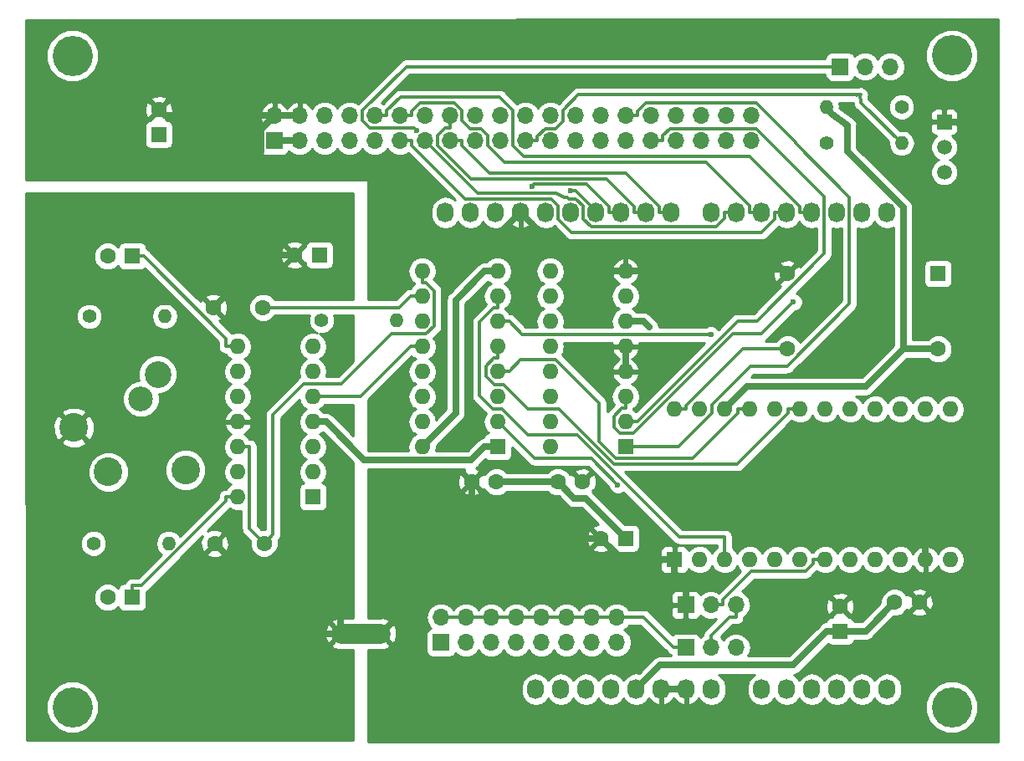
<source format=gtl>
G04 #@! TF.GenerationSoftware,KiCad,Pcbnew,(5.0.0-3-g5ebb6b6)*
G04 #@! TF.CreationDate,2019-01-10T21:17:46+09:00*
G04 #@! TF.ProjectId,YM2151,594D323135312E6B696361645F706362,rev?*
G04 #@! TF.SameCoordinates,Original*
G04 #@! TF.FileFunction,Copper,L1,Top,Signal*
G04 #@! TF.FilePolarity,Positive*
%FSLAX46Y46*%
G04 Gerber Fmt 4.6, Leading zero omitted, Abs format (unit mm)*
G04 Created by KiCad (PCBNEW (5.0.0-3-g5ebb6b6)) date *
%MOMM*%
%LPD*%
G01*
G04 APERTURE LIST*
G04 #@! TA.AperFunction,EtchedComponent*
%ADD10C,0.100000*%
G04 #@! TD*
G04 #@! TA.AperFunction,ComponentPad*
%ADD11R,1.600000X1.600000*%
G04 #@! TD*
G04 #@! TA.AperFunction,ComponentPad*
%ADD12C,1.600000*%
G04 #@! TD*
G04 #@! TA.AperFunction,ComponentPad*
%ADD13C,1.400000*%
G04 #@! TD*
G04 #@! TA.AperFunction,ComponentPad*
%ADD14O,1.400000X1.400000*%
G04 #@! TD*
G04 #@! TA.AperFunction,ComponentPad*
%ADD15R,1.700000X1.700000*%
G04 #@! TD*
G04 #@! TA.AperFunction,ComponentPad*
%ADD16O,1.700000X1.700000*%
G04 #@! TD*
G04 #@! TA.AperFunction,ComponentPad*
%ADD17C,1.500000*%
G04 #@! TD*
G04 #@! TA.AperFunction,ComponentPad*
%ADD18R,1.500000X1.500000*%
G04 #@! TD*
G04 #@! TA.AperFunction,ComponentPad*
%ADD19O,1.600000X1.600000*%
G04 #@! TD*
G04 #@! TA.AperFunction,ComponentPad*
%ADD20C,2.900000*%
G04 #@! TD*
G04 #@! TA.AperFunction,ComponentPad*
%ADD21C,2.700000*%
G04 #@! TD*
G04 #@! TA.AperFunction,ComponentPad*
%ADD22C,2.500000*%
G04 #@! TD*
G04 #@! TA.AperFunction,ComponentPad*
%ADD23O,1.727200X2.032000*%
G04 #@! TD*
G04 #@! TA.AperFunction,ComponentPad*
%ADD24C,4.064000*%
G04 #@! TD*
G04 #@! TA.AperFunction,Conductor*
%ADD25C,2.000000*%
G04 #@! TD*
G04 #@! TA.AperFunction,ViaPad*
%ADD26C,0.600000*%
G04 #@! TD*
G04 #@! TA.AperFunction,Conductor*
%ADD27C,0.650000*%
G04 #@! TD*
G04 #@! TA.AperFunction,Conductor*
%ADD28C,0.350000*%
G04 #@! TD*
G04 #@! TA.AperFunction,Conductor*
%ADD29C,0.254000*%
G04 #@! TD*
G04 APERTURE END LIST*
D10*
G04 #@! TO.C,NT1*
G36*
X119219000Y-117207000D02*
X123219000Y-117207000D01*
X123219000Y-119207000D01*
X119219000Y-119207000D01*
X119219000Y-117207000D01*
G37*
G04 #@! TD*
D11*
G04 #@! TO.P,C1,1*
G04 #@! TO.N,Net-(C1-Pad1)*
X117028000Y-79853000D03*
D12*
G04 #@! TO.P,C1,2*
G04 #@! TO.N,GNDA*
X114528000Y-79853000D03*
G04 #@! TD*
G04 #@! TO.P,C4,2*
G04 #@! TO.N,Net-(C4-Pad2)*
X95605000Y-79980000D03*
D11*
G04 #@! TO.P,C4,1*
G04 #@! TO.N,Net-(C4-Pad1)*
X98105000Y-79980000D03*
G04 #@! TD*
G04 #@! TO.P,C5,1*
G04 #@! TO.N,Net-(C5-Pad1)*
X98105000Y-114524000D03*
D12*
G04 #@! TO.P,C5,2*
G04 #@! TO.N,Net-(C5-Pad2)*
X95605000Y-114524000D03*
G04 #@! TD*
G04 #@! TO.P,C6,2*
G04 #@! TO.N,GNDD*
X145516000Y-108555000D03*
D11*
G04 #@! TO.P,C6,1*
G04 #@! TO.N,VCC*
X148016000Y-108555000D03*
G04 #@! TD*
G04 #@! TO.P,C10,1*
G04 #@! TO.N,VCC*
X169733000Y-117953000D03*
D12*
G04 #@! TO.P,C10,2*
G04 #@! TO.N,GNDD*
X169733000Y-115453000D03*
G04 #@! TD*
D13*
G04 #@! TO.P,R5,1*
G04 #@! TO.N,Net-(R5-Pad1)*
X117268000Y-86495000D03*
D14*
G04 #@! TO.P,R5,2*
G04 #@! TO.N,Net-(R5-Pad2)*
X124888000Y-86495000D03*
G04 #@! TD*
D15*
G04 #@! TO.P,JP3,1*
G04 #@! TO.N,Net-(JP3-Pad1)*
X129347000Y-119096000D03*
D16*
G04 #@! TO.P,JP3,2*
G04 #@! TO.N,Net-(JP2-Pad1)*
X129347000Y-116556000D03*
G04 #@! TO.P,JP3,3*
G04 #@! TO.N,Net-(JP3-Pad3)*
X131887000Y-119096000D03*
G04 #@! TO.P,JP3,4*
G04 #@! TO.N,Net-(JP2-Pad1)*
X131887000Y-116556000D03*
G04 #@! TO.P,JP3,5*
G04 #@! TO.N,Net-(JP3-Pad5)*
X134427000Y-119096000D03*
G04 #@! TO.P,JP3,6*
G04 #@! TO.N,Net-(JP2-Pad1)*
X134427000Y-116556000D03*
G04 #@! TO.P,JP3,7*
G04 #@! TO.N,Net-(JP3-Pad7)*
X136967000Y-119096000D03*
G04 #@! TO.P,JP3,8*
G04 #@! TO.N,Net-(JP2-Pad1)*
X136967000Y-116556000D03*
G04 #@! TO.P,JP3,9*
G04 #@! TO.N,Net-(JP3-Pad9)*
X139507000Y-119096000D03*
G04 #@! TO.P,JP3,10*
G04 #@! TO.N,Net-(JP2-Pad1)*
X139507000Y-116556000D03*
G04 #@! TO.P,JP3,11*
G04 #@! TO.N,Net-(JP3-Pad11)*
X142047000Y-119096000D03*
G04 #@! TO.P,JP3,12*
G04 #@! TO.N,Net-(JP2-Pad1)*
X142047000Y-116556000D03*
G04 #@! TO.P,JP3,13*
G04 #@! TO.N,Net-(JP3-Pad13)*
X144587000Y-119096000D03*
G04 #@! TO.P,JP3,14*
G04 #@! TO.N,Net-(JP2-Pad1)*
X144587000Y-116556000D03*
G04 #@! TO.P,JP3,15*
G04 #@! TO.N,Net-(JP3-Pad15)*
X147127000Y-119096000D03*
G04 #@! TO.P,JP3,16*
G04 #@! TO.N,Net-(JP2-Pad1)*
X147127000Y-116556000D03*
G04 #@! TD*
D15*
G04 #@! TO.P,JP4,1*
G04 #@! TO.N,VCC*
X112488000Y-68305000D03*
D16*
G04 #@! TO.P,JP4,2*
G04 #@! TO.N,GNDD*
X112488000Y-65765000D03*
G04 #@! TO.P,JP4,3*
G04 #@! TO.N,VCC*
X115028000Y-68305000D03*
G04 #@! TO.P,JP4,4*
G04 #@! TO.N,GNDD*
X115028000Y-65765000D03*
G04 #@! TO.P,JP4,5*
G04 #@! TO.N,N/C*
X117568000Y-68305000D03*
G04 #@! TO.P,JP4,6*
X117568000Y-65765000D03*
G04 #@! TO.P,JP4,7*
X120108000Y-68305000D03*
G04 #@! TO.P,JP4,8*
X120108000Y-65765000D03*
G04 #@! TO.P,JP4,9*
G04 #@! TO.N,/D0*
X122648000Y-68305000D03*
G04 #@! TO.P,JP4,10*
G04 #@! TO.N,/D1*
X122648000Y-65765000D03*
G04 #@! TO.P,JP4,11*
G04 #@! TO.N,/D2*
X125188000Y-68305000D03*
G04 #@! TO.P,JP4,12*
G04 #@! TO.N,/D3*
X125188000Y-65765000D03*
G04 #@! TO.P,JP4,13*
G04 #@! TO.N,/D4*
X127728000Y-68305000D03*
G04 #@! TO.P,JP4,14*
G04 #@! TO.N,/D5*
X127728000Y-65765000D03*
G04 #@! TO.P,JP4,15*
G04 #@! TO.N,/D6*
X130268000Y-68305000D03*
G04 #@! TO.P,JP4,16*
G04 #@! TO.N,/D7*
X130268000Y-65765000D03*
G04 #@! TO.P,JP4,17*
G04 #@! TO.N,/~RD*
X132808000Y-68305000D03*
G04 #@! TO.P,JP4,18*
G04 #@! TO.N,N/C*
X132808000Y-65765000D03*
G04 #@! TO.P,JP4,19*
G04 #@! TO.N,/~WR*
X135348000Y-68305000D03*
G04 #@! TO.P,JP4,20*
G04 #@! TO.N,N/C*
X135348000Y-65765000D03*
G04 #@! TO.P,JP4,21*
G04 #@! TO.N,RES*
X137888000Y-68305000D03*
G04 #@! TO.P,JP4,22*
G04 #@! TO.N,N/C*
X137888000Y-65765000D03*
G04 #@! TO.P,JP4,23*
X140428000Y-68305000D03*
G04 #@! TO.P,JP4,24*
X140428000Y-65765000D03*
G04 #@! TO.P,JP4,25*
G04 #@! TO.N,/A0*
X142968000Y-68305000D03*
G04 #@! TO.P,JP4,26*
G04 #@! TO.N,N/C*
X142968000Y-65765000D03*
G04 #@! TO.P,JP4,27*
X145508000Y-68305000D03*
G04 #@! TO.P,JP4,28*
X145508000Y-65765000D03*
G04 #@! TO.P,JP4,29*
X148048000Y-68305000D03*
G04 #@! TO.P,JP4,30*
G04 #@! TO.N,/A5*
X148048000Y-65765000D03*
G04 #@! TO.P,JP4,31*
G04 #@! TO.N,/A6*
X150588000Y-68305000D03*
G04 #@! TO.P,JP4,32*
G04 #@! TO.N,/A7*
X150588000Y-65765000D03*
G04 #@! TO.P,JP4,33*
G04 #@! TO.N,N/C*
X153128000Y-68305000D03*
G04 #@! TO.P,JP4,34*
X153128000Y-65765000D03*
G04 #@! TO.P,JP4,35*
X155668000Y-68305000D03*
G04 #@! TO.P,JP4,36*
X155668000Y-65765000D03*
G04 #@! TO.P,JP4,37*
X158208000Y-68305000D03*
G04 #@! TO.P,JP4,38*
X158208000Y-65765000D03*
G04 #@! TO.P,JP4,39*
X160748000Y-68305000D03*
G04 #@! TO.P,JP4,40*
X160748000Y-65765000D03*
G04 #@! TD*
D11*
G04 #@! TO.P,C11,1*
G04 #@! TO.N,VCC*
X100772000Y-67661000D03*
D12*
G04 #@! TO.P,C11,2*
G04 #@! TO.N,GNDD*
X100772000Y-65161000D03*
G04 #@! TD*
G04 #@! TO.P,C7,1*
G04 #@! TO.N,VCC*
X134935000Y-102840000D03*
G04 #@! TO.P,C7,2*
G04 #@! TO.N,GNDD*
X132435000Y-102840000D03*
G04 #@! TD*
G04 #@! TO.P,C8,2*
G04 #@! TO.N,GNDD*
X177734000Y-115032000D03*
G04 #@! TO.P,C8,1*
G04 #@! TO.N,VCC*
X175234000Y-115032000D03*
G04 #@! TD*
G04 #@! TO.P,C9,1*
G04 #@! TO.N,VCC*
X141158000Y-102840000D03*
G04 #@! TO.P,C9,2*
G04 #@! TO.N,GNDD*
X143658000Y-102840000D03*
G04 #@! TD*
D16*
G04 #@! TO.P,JP1,3*
G04 #@! TO.N,Net-(JP1-Pad3)*
X159192000Y-115286000D03*
G04 #@! TO.P,JP1,2*
G04 #@! TO.N,/~CS*
X156652000Y-115286000D03*
D15*
G04 #@! TO.P,JP1,1*
G04 #@! TO.N,GNDD*
X154112000Y-115286000D03*
G04 #@! TD*
G04 #@! TO.P,JP2,1*
G04 #@! TO.N,Net-(JP2-Pad1)*
X154112000Y-119604000D03*
D16*
G04 #@! TO.P,JP2,2*
G04 #@! TO.N,Net-(JP1-Pad3)*
X156652000Y-119604000D03*
G04 #@! TO.P,JP2,3*
G04 #@! TO.N,/~CE*
X159192000Y-119604000D03*
G04 #@! TD*
D17*
G04 #@! TO.P,Q1,2*
G04 #@! TO.N,Net-(JP5-Pad3)*
X180274000Y-68931000D03*
G04 #@! TO.P,Q1,3*
G04 #@! TO.N,Net-(Q1-Pad3)*
X180274000Y-71471000D03*
D18*
G04 #@! TO.P,Q1,1*
G04 #@! TO.N,GNDD*
X180274000Y-66391000D03*
G04 #@! TD*
D11*
G04 #@! TO.P,U4,1*
G04 #@! TO.N,/A5*
X148016000Y-99284000D03*
D19*
G04 #@! TO.P,U4,9*
G04 #@! TO.N,Net-(JP3-Pad13)*
X140396000Y-81504000D03*
G04 #@! TO.P,U4,2*
G04 #@! TO.N,/A6*
X148016000Y-96744000D03*
G04 #@! TO.P,U4,10*
G04 #@! TO.N,Net-(JP3-Pad11)*
X140396000Y-84044000D03*
G04 #@! TO.P,U4,3*
G04 #@! TO.N,/A7*
X148016000Y-94204000D03*
G04 #@! TO.P,U4,11*
G04 #@! TO.N,Net-(JP3-Pad9)*
X140396000Y-86584000D03*
G04 #@! TO.P,U4,4*
G04 #@! TO.N,GNDD*
X148016000Y-91664000D03*
G04 #@! TO.P,U4,12*
G04 #@! TO.N,Net-(JP3-Pad7)*
X140396000Y-89124000D03*
G04 #@! TO.P,U4,5*
G04 #@! TO.N,GNDD*
X148016000Y-89124000D03*
G04 #@! TO.P,U4,13*
G04 #@! TO.N,Net-(JP3-Pad5)*
X140396000Y-91664000D03*
G04 #@! TO.P,U4,6*
G04 #@! TO.N,VCC*
X148016000Y-86584000D03*
G04 #@! TO.P,U4,14*
G04 #@! TO.N,Net-(JP3-Pad3)*
X140396000Y-94204000D03*
G04 #@! TO.P,U4,7*
G04 #@! TO.N,Net-(JP3-Pad15)*
X148016000Y-84044000D03*
G04 #@! TO.P,U4,15*
G04 #@! TO.N,Net-(JP3-Pad1)*
X140396000Y-96744000D03*
G04 #@! TO.P,U4,8*
G04 #@! TO.N,GNDD*
X148016000Y-81504000D03*
G04 #@! TO.P,U4,16*
G04 #@! TO.N,VCC*
X140396000Y-99284000D03*
G04 #@! TD*
D14*
G04 #@! TO.P,R3,2*
G04 #@! TO.N,RES*
X175956000Y-68550000D03*
D13*
G04 #@! TO.P,R3,1*
G04 #@! TO.N,Net-(Q1-Pad3)*
X168336000Y-68550000D03*
G04 #@! TD*
G04 #@! TO.P,R4,1*
G04 #@! TO.N,Net-(JP5-Pad3)*
X175956000Y-64867000D03*
D14*
G04 #@! TO.P,R4,2*
G04 #@! TO.N,VCC*
X168336000Y-64867000D03*
G04 #@! TD*
D20*
G04 #@! TO.P,J1,1*
G04 #@! TO.N,GNDA*
X92178000Y-97335000D03*
D21*
G04 #@! TO.P,J1,2*
G04 #@! TO.N,Net-(J1-Pad2)*
X100678000Y-91935000D03*
D22*
G04 #@! TO.P,J1,3*
G04 #@! TO.N,N/C*
X98978000Y-94435000D03*
D20*
G04 #@! TO.P,J1,4*
X103478000Y-101635000D03*
G04 #@! TO.P,J1,5*
G04 #@! TO.N,Net-(J1-Pad5)*
X95678000Y-101835000D03*
G04 #@! TD*
D12*
G04 #@! TO.P,C3,2*
G04 #@! TO.N,GNDA*
X106440000Y-109063000D03*
G04 #@! TO.P,C3,1*
G04 #@! TO.N,Net-(C3-Pad1)*
X111440000Y-109063000D03*
G04 #@! TD*
G04 #@! TO.P,C2,1*
G04 #@! TO.N,Net-(C2-Pad1)*
X111313000Y-85187000D03*
G04 #@! TO.P,C2,2*
G04 #@! TO.N,GNDA*
X106313000Y-85187000D03*
G04 #@! TD*
D23*
G04 #@! TO.P,P1,1*
G04 #@! TO.N,N/C*
X138938000Y-123825000D03*
G04 #@! TO.P,P1,2*
X141478000Y-123825000D03*
G04 #@! TO.P,P1,3*
X144018000Y-123825000D03*
G04 #@! TO.P,P1,4*
X146558000Y-123825000D03*
G04 #@! TO.P,P1,5*
G04 #@! TO.N,VCC*
X149098000Y-123825000D03*
G04 #@! TO.P,P1,6*
G04 #@! TO.N,GNDD*
X151638000Y-123825000D03*
G04 #@! TO.P,P1,7*
X154178000Y-123825000D03*
G04 #@! TO.P,P1,8*
G04 #@! TO.N,N/C*
X156718000Y-123825000D03*
G04 #@! TD*
G04 #@! TO.P,P2,1*
G04 #@! TO.N,/~CE*
X161798000Y-123825000D03*
G04 #@! TO.P,P2,2*
G04 #@! TO.N,N/C*
X164338000Y-123825000D03*
G04 #@! TO.P,P2,3*
X166878000Y-123825000D03*
G04 #@! TO.P,P2,4*
X169418000Y-123825000D03*
G04 #@! TO.P,P2,5*
X171958000Y-123825000D03*
G04 #@! TO.P,P2,6*
X174498000Y-123825000D03*
G04 #@! TD*
G04 #@! TO.P,P3,1*
G04 #@! TO.N,N/C*
X129794000Y-75565000D03*
G04 #@! TO.P,P3,2*
X132334000Y-75565000D03*
G04 #@! TO.P,P3,3*
X134874000Y-75565000D03*
G04 #@! TO.P,P3,4*
G04 #@! TO.N,GNDD*
X137414000Y-75565000D03*
G04 #@! TO.P,P3,5*
G04 #@! TO.N,Net-(JP5-Pad1)*
X139954000Y-75565000D03*
G04 #@! TO.P,P3,6*
G04 #@! TO.N,/A0*
X142494000Y-75565000D03*
G04 #@! TO.P,P3,7*
G04 #@! TO.N,/~WR*
X145034000Y-75565000D03*
G04 #@! TO.P,P3,8*
G04 #@! TO.N,/~RD*
X147574000Y-75565000D03*
G04 #@! TO.P,P3,9*
G04 #@! TO.N,/D7*
X150114000Y-75565000D03*
G04 #@! TO.P,P3,10*
G04 #@! TO.N,/D6*
X152654000Y-75565000D03*
G04 #@! TD*
G04 #@! TO.P,P4,1*
G04 #@! TO.N,/D5*
X156718000Y-75565000D03*
G04 #@! TO.P,P4,2*
G04 #@! TO.N,/D4*
X159258000Y-75565000D03*
G04 #@! TO.P,P4,3*
G04 #@! TO.N,/D3*
X161798000Y-75565000D03*
G04 #@! TO.P,P4,4*
G04 #@! TO.N,/D2*
X164338000Y-75565000D03*
G04 #@! TO.P,P4,5*
G04 #@! TO.N,/D1*
X166878000Y-75565000D03*
G04 #@! TO.P,P4,6*
G04 #@! TO.N,/D0*
X169418000Y-75565000D03*
G04 #@! TO.P,P4,7*
G04 #@! TO.N,N/C*
X171958000Y-75565000D03*
G04 #@! TO.P,P4,8*
X174498000Y-75565000D03*
G04 #@! TD*
D24*
G04 #@! TO.P,P5,1*
G04 #@! TO.N,N/C*
X92048000Y-125635000D03*
G04 #@! TD*
G04 #@! TO.P,P6,1*
G04 #@! TO.N,N/C*
X181038000Y-125645000D03*
G04 #@! TD*
G04 #@! TO.P,P7,1*
G04 #@! TO.N,N/C*
X92058000Y-59695000D03*
G04 #@! TD*
G04 #@! TO.P,P8,1*
G04 #@! TO.N,N/C*
X181048000Y-59655000D03*
G04 #@! TD*
D13*
G04 #@! TO.P,R1,1*
G04 #@! TO.N,Net-(J1-Pad2)*
X93748000Y-86075000D03*
D14*
G04 #@! TO.P,R1,2*
G04 #@! TO.N,Net-(C4-Pad2)*
X101368000Y-86075000D03*
G04 #@! TD*
D13*
G04 #@! TO.P,R2,1*
G04 #@! TO.N,Net-(J1-Pad5)*
X94168000Y-109063000D03*
D14*
G04 #@! TO.P,R2,2*
G04 #@! TO.N,Net-(C5-Pad2)*
X101788000Y-109063000D03*
G04 #@! TD*
D11*
G04 #@! TO.P,U1,1*
G04 #@! TO.N,GNDD*
X152969000Y-110714000D03*
D19*
G04 #@! TO.P,U1,13*
G04 #@! TO.N,/D2*
X180909000Y-95474000D03*
G04 #@! TO.P,U1,2*
G04 #@! TO.N,N/C*
X155509000Y-110714000D03*
G04 #@! TO.P,U1,14*
G04 #@! TO.N,/D3*
X178369000Y-95474000D03*
G04 #@! TO.P,U1,3*
G04 #@! TO.N,/~IC*
X158049000Y-110714000D03*
G04 #@! TO.P,U1,15*
G04 #@! TO.N,/D4*
X175829000Y-95474000D03*
G04 #@! TO.P,U1,4*
G04 #@! TO.N,/A0*
X160589000Y-110714000D03*
G04 #@! TO.P,U1,16*
G04 #@! TO.N,/D5*
X173289000Y-95474000D03*
G04 #@! TO.P,U1,5*
G04 #@! TO.N,/~WR*
X163129000Y-110714000D03*
G04 #@! TO.P,U1,17*
G04 #@! TO.N,/D6*
X170749000Y-95474000D03*
G04 #@! TO.P,U1,6*
G04 #@! TO.N,/~RD*
X165669000Y-110714000D03*
G04 #@! TO.P,U1,18*
G04 #@! TO.N,/D7*
X168209000Y-95474000D03*
G04 #@! TO.P,U1,7*
G04 #@! TO.N,/~CS*
X168209000Y-110714000D03*
G04 #@! TO.P,U1,19*
G04 #@! TO.N,Net-(U1-Pad19)*
X165669000Y-95474000D03*
G04 #@! TO.P,U1,8*
G04 #@! TO.N,N/C*
X170749000Y-110714000D03*
G04 #@! TO.P,U1,20*
G04 #@! TO.N,Net-(U1-Pad20)*
X163129000Y-95474000D03*
G04 #@! TO.P,U1,9*
G04 #@! TO.N,N/C*
X173289000Y-110714000D03*
G04 #@! TO.P,U1,21*
G04 #@! TO.N,Net-(U1-Pad21)*
X160589000Y-95474000D03*
G04 #@! TO.P,U1,10*
G04 #@! TO.N,/D0*
X175829000Y-110714000D03*
G04 #@! TO.P,U1,22*
G04 #@! TO.N,VCC*
X158049000Y-95474000D03*
G04 #@! TO.P,U1,11*
G04 #@! TO.N,GNDD*
X178369000Y-110714000D03*
G04 #@! TO.P,U1,23*
G04 #@! TO.N,Net-(U1-Pad23)*
X155509000Y-95474000D03*
G04 #@! TO.P,U1,12*
G04 #@! TO.N,/D1*
X180909000Y-110714000D03*
G04 #@! TO.P,U1,24*
G04 #@! TO.N,/phM*
X152969000Y-95474000D03*
G04 #@! TD*
D11*
G04 #@! TO.P,U2,1*
G04 #@! TO.N,VCC*
X135062000Y-99284000D03*
D19*
G04 #@! TO.P,U2,9*
G04 #@! TO.N,Net-(C3-Pad1)*
X127442000Y-81504000D03*
G04 #@! TO.P,U2,2*
G04 #@! TO.N,Net-(U1-Pad23)*
X135062000Y-96744000D03*
G04 #@! TO.P,U2,10*
G04 #@! TO.N,Net-(C2-Pad1)*
X127442000Y-84044000D03*
G04 #@! TO.P,U2,3*
G04 #@! TO.N,GNDD*
X135062000Y-94204000D03*
G04 #@! TO.P,U2,11*
G04 #@! TO.N,Net-(R5-Pad2)*
X127442000Y-86584000D03*
G04 #@! TO.P,U2,4*
G04 #@! TO.N,Net-(U1-Pad21)*
X135062000Y-91664000D03*
G04 #@! TO.P,U2,12*
G04 #@! TO.N,Net-(U2-Pad12)*
X127442000Y-89124000D03*
G04 #@! TO.P,U2,5*
G04 #@! TO.N,Net-(U1-Pad19)*
X135062000Y-89124000D03*
G04 #@! TO.P,U2,13*
G04 #@! TO.N,Net-(U2-Pad13)*
X127442000Y-91664000D03*
G04 #@! TO.P,U2,6*
G04 #@! TO.N,Net-(U1-Pad20)*
X135062000Y-86584000D03*
G04 #@! TO.P,U2,14*
G04 #@! TO.N,Net-(U2-Pad13)*
X127442000Y-94204000D03*
G04 #@! TO.P,U2,7*
G04 #@! TO.N,/~IC*
X135062000Y-84044000D03*
G04 #@! TO.P,U2,15*
G04 #@! TO.N,Net-(C1-Pad1)*
X127442000Y-96744000D03*
G04 #@! TO.P,U2,8*
G04 #@! TO.N,GNDA*
X135062000Y-81504000D03*
G04 #@! TO.P,U2,16*
X127442000Y-99284000D03*
G04 #@! TD*
D11*
G04 #@! TO.P,U3,1*
G04 #@! TO.N,Net-(U2-Pad13)*
X116393000Y-104364000D03*
D19*
G04 #@! TO.P,U3,8*
G04 #@! TO.N,Net-(C4-Pad1)*
X108773000Y-89124000D03*
G04 #@! TO.P,U3,2*
G04 #@! TO.N,Net-(U2-Pad13)*
X116393000Y-101824000D03*
G04 #@! TO.P,U3,9*
G04 #@! TO.N,Net-(C4-Pad1)*
X108773000Y-91664000D03*
G04 #@! TO.P,U3,3*
G04 #@! TO.N,Net-(C1-Pad1)*
X116393000Y-99284000D03*
G04 #@! TO.P,U3,10*
G04 #@! TO.N,Net-(C2-Pad1)*
X108773000Y-94204000D03*
G04 #@! TO.P,U3,4*
G04 #@! TO.N,VCC*
X116393000Y-96744000D03*
G04 #@! TO.P,U3,11*
G04 #@! TO.N,GNDA*
X108773000Y-96744000D03*
G04 #@! TO.P,U3,5*
G04 #@! TO.N,Net-(U2-Pad12)*
X116393000Y-94204000D03*
G04 #@! TO.P,U3,12*
G04 #@! TO.N,Net-(C3-Pad1)*
X108773000Y-99284000D03*
G04 #@! TO.P,U3,6*
G04 #@! TO.N,Net-(R5-Pad1)*
X116393000Y-91664000D03*
G04 #@! TO.P,U3,13*
G04 #@! TO.N,Net-(C5-Pad1)*
X108773000Y-101824000D03*
G04 #@! TO.P,U3,7*
G04 #@! TO.N,Net-(R5-Pad1)*
X116393000Y-89124000D03*
G04 #@! TO.P,U3,14*
G04 #@! TO.N,Net-(C5-Pad1)*
X108773000Y-104364000D03*
G04 #@! TD*
D25*
G04 #@! TO.N,GNDA*
G04 #@! TO.C,NT1*
X119219000Y-118207000D03*
G04 #@! TO.N,GNDD*
X123219000Y-118207000D03*
G04 #@! TD*
D11*
G04 #@! TO.P,O1,1*
G04 #@! TO.N,N/C*
X179639000Y-81758000D03*
D12*
G04 #@! TO.P,O1,14*
G04 #@! TO.N,VCC*
X179639000Y-89378000D03*
G04 #@! TO.P,O1,8*
G04 #@! TO.N,/phM*
X164399000Y-89378000D03*
G04 #@! TO.P,O1,7*
G04 #@! TO.N,GNDD*
X164399000Y-81758000D03*
G04 #@! TD*
D15*
G04 #@! TO.P,JP5,1*
G04 #@! TO.N,Net-(JP5-Pad1)*
X169733000Y-60803000D03*
D16*
G04 #@! TO.P,JP5,2*
G04 #@! TO.N,/~IC*
X172273000Y-60803000D03*
G04 #@! TO.P,JP5,3*
G04 #@! TO.N,Net-(JP5-Pad3)*
X174813000Y-60803000D03*
G04 #@! TD*
D26*
G04 #@! TO.N,GNDA*
X119187000Y-115032000D03*
X118425000Y-90394000D03*
X118552000Y-95601000D03*
G04 #@! TO.N,VCC*
X150436000Y-87181100D03*
G04 #@! TO.N,/~WR*
X142428000Y-73385000D03*
G04 #@! TO.N,/~RD*
X138522000Y-72920000D03*
G04 #@! TO.N,Net-(U1-Pad20)*
X156647000Y-87934200D03*
G04 #@! TO.N,Net-(U1-Pad23)*
X147232000Y-103158000D03*
G04 #@! TO.N,GNDD*
X166812000Y-84298000D03*
X171384000Y-88616000D03*
X124267000Y-103856000D03*
X140523000Y-110460000D03*
X172781000Y-103221000D03*
X166304000Y-98268000D03*
X130236000Y-81758000D03*
X158049000Y-82647000D03*
X125791000Y-71979000D03*
X124394000Y-93823000D03*
X132435000Y-96831000D03*
G04 #@! TO.N,/A7*
X165021000Y-84626600D03*
G04 #@! TO.N,Net-(JP5-Pad1)*
X126868500Y-67225300D03*
G04 #@! TD*
D27*
G04 #@! TO.N,GNDA*
X106313000Y-85187000D02*
X111647000Y-79853000D01*
X111647000Y-79853000D02*
X114528000Y-79853000D01*
X135062000Y-81504000D02*
X133737000Y-81504000D01*
X133737000Y-81504000D02*
X130840000Y-84400300D01*
X130840000Y-84400300D02*
X130840000Y-95885600D01*
X130840000Y-95885600D02*
X127442000Y-99284000D01*
X119219000Y-118207000D02*
X115584000Y-118207000D01*
X115584000Y-118207000D02*
X106440000Y-109063000D01*
X119187000Y-115032000D02*
X119187000Y-118175000D01*
X119187000Y-118175000D02*
X119219000Y-118207000D01*
D28*
G04 #@! TO.N,Net-(C2-Pad1)*
X111313000Y-85187000D02*
X125124000Y-85187000D01*
X125124000Y-85187000D02*
X126267000Y-84044000D01*
X126267000Y-84044000D02*
X127442000Y-84044000D01*
G04 #@! TO.N,Net-(C3-Pad1)*
X108773000Y-99284000D02*
X109948000Y-99284000D01*
X109948000Y-99284000D02*
X109948000Y-107571000D01*
X109948000Y-107571000D02*
X111440000Y-109063000D01*
X127442000Y-81504000D02*
X127442000Y-82679300D01*
X127442000Y-82679300D02*
X127807000Y-82679300D01*
X127807000Y-82679300D02*
X128627000Y-83498900D01*
X128627000Y-83498900D02*
X128627000Y-87075200D01*
X128627000Y-87075200D02*
X127848000Y-87854000D01*
X127848000Y-87854000D02*
X124335000Y-87854000D01*
X124335000Y-87854000D02*
X119255000Y-92934000D01*
X119255000Y-92934000D02*
X115469000Y-92934000D01*
X115469000Y-92934000D02*
X112358000Y-96045000D01*
X112358000Y-96045000D02*
X112358000Y-108145000D01*
X112358000Y-108145000D02*
X111440000Y-109063000D01*
G04 #@! TO.N,Net-(C4-Pad1)*
X108773000Y-89124000D02*
X107598000Y-89124000D01*
X107598000Y-89124000D02*
X107598000Y-88297400D01*
X107598000Y-88297400D02*
X99280300Y-79980000D01*
X99280300Y-79980000D02*
X98105000Y-79980000D01*
G04 #@! TO.N,Net-(C5-Pad1)*
X108773000Y-104364000D02*
X107598000Y-104364000D01*
X107598000Y-104364000D02*
X107598000Y-104781000D01*
X107598000Y-104781000D02*
X99030100Y-113349000D01*
X99030100Y-113349000D02*
X98105000Y-113349000D01*
X98105000Y-113349000D02*
X98105000Y-114524000D01*
D27*
G04 #@! TO.N,VCC*
X169733000Y-117953000D02*
X168408000Y-117953000D01*
X168408000Y-117953000D02*
X164972000Y-121389000D01*
X164972000Y-121389000D02*
X151534000Y-121389000D01*
X151534000Y-121389000D02*
X149098000Y-123825000D01*
X175234000Y-115032000D02*
X172313000Y-117953000D01*
X172313000Y-117953000D02*
X169733000Y-117953000D01*
X176137000Y-89378000D02*
X172331000Y-93183900D01*
X172331000Y-93183900D02*
X160339000Y-93183900D01*
X160339000Y-93183900D02*
X158049000Y-95474000D01*
X179639000Y-89378000D02*
X176137000Y-89378000D01*
X150436000Y-87181100D02*
X149839000Y-86584000D01*
X149839000Y-86584000D02*
X148016000Y-86584000D01*
X148016000Y-108555000D02*
X143958000Y-104497000D01*
X143958000Y-104497000D02*
X142815000Y-104497000D01*
X142815000Y-104497000D02*
X141158000Y-102840000D01*
X112488000Y-68305000D02*
X115028000Y-68305000D01*
X141158000Y-102840000D02*
X134935000Y-102840000D01*
X116393000Y-96744000D02*
X117718000Y-96744000D01*
X117718000Y-96744000D02*
X121584000Y-100609000D01*
X121584000Y-100609000D02*
X132411000Y-100609000D01*
X132411000Y-100609000D02*
X133737000Y-99284000D01*
X133737000Y-99284000D02*
X135062000Y-99284000D01*
X168336000Y-64867000D02*
X168848000Y-65595000D01*
X168848000Y-65595000D02*
X170495000Y-66772000D01*
X170495000Y-66772000D02*
X170495000Y-69394400D01*
X170495000Y-69394400D02*
X176137000Y-75036000D01*
X176137000Y-75036000D02*
X176137000Y-89378000D01*
D28*
G04 #@! TO.N,/~CS*
X168209000Y-110714000D02*
X167034000Y-110714000D01*
X167034000Y-110714000D02*
X167034000Y-111081000D01*
X167034000Y-111081000D02*
X166226000Y-111889000D01*
X166226000Y-111889000D02*
X160766000Y-111889000D01*
X160766000Y-111889000D02*
X157877000Y-114778000D01*
X157877000Y-114778000D02*
X157877000Y-115286000D01*
X157877000Y-115286000D02*
X156652000Y-115286000D01*
G04 #@! TO.N,/phM*
X152969000Y-95474000D02*
X154144000Y-95474000D01*
X154144000Y-95474000D02*
X154144000Y-95108700D01*
X154144000Y-95108700D02*
X159875000Y-89378000D01*
X159875000Y-89378000D02*
X164399000Y-89378000D01*
G04 #@! TO.N,/~IC*
X135062000Y-84044000D02*
X135062000Y-85219300D01*
X135062000Y-85219300D02*
X134695000Y-85219300D01*
X134695000Y-85219300D02*
X133270000Y-86643900D01*
X133270000Y-86643900D02*
X133270000Y-94121900D01*
X133270000Y-94121900D02*
X134622000Y-95474000D01*
X134622000Y-95474000D02*
X135478000Y-95474000D01*
X135478000Y-95474000D02*
X138113000Y-98108700D01*
X138113000Y-98108700D02*
X143138000Y-98108700D01*
X143138000Y-98108700D02*
X153439000Y-108410000D01*
X153439000Y-108410000D02*
X158049000Y-108410000D01*
X158049000Y-108410000D02*
X158049000Y-110714000D01*
G04 #@! TO.N,/~WR*
X142428000Y-73385000D02*
X142988000Y-73370400D01*
X142988000Y-73370400D02*
X145034000Y-75416600D01*
X145034000Y-75416600D02*
X145034000Y-75565000D01*
G04 #@! TO.N,/~RD*
X147574000Y-75565000D02*
X146335000Y-75565000D01*
X146335000Y-75565000D02*
X146335000Y-74945500D01*
X146335000Y-74945500D02*
X144085000Y-72695100D01*
X144085000Y-72695100D02*
X138747000Y-72695100D01*
X138747000Y-72695100D02*
X138747000Y-72695200D01*
X138747000Y-72695200D02*
X138522000Y-72920000D01*
G04 #@! TO.N,/D7*
X150114000Y-75565000D02*
X148875000Y-75565000D01*
X148875000Y-75565000D02*
X148875000Y-74945600D01*
X148875000Y-74945600D02*
X146074000Y-72144800D01*
X146074000Y-72144800D02*
X132361000Y-72144800D01*
X132361000Y-72144800D02*
X128998000Y-68781800D01*
X128998000Y-68781800D02*
X128998000Y-67752500D01*
X128998000Y-67752500D02*
X129760000Y-66990300D01*
X129760000Y-66990300D02*
X130268000Y-66990300D01*
X130268000Y-66990300D02*
X130268000Y-65765000D01*
G04 #@! TO.N,/D6*
X152654000Y-75565000D02*
X151415000Y-75565000D01*
X151415000Y-75565000D02*
X151415000Y-74945600D01*
X151415000Y-74945600D02*
X148036000Y-71566600D01*
X148036000Y-71566600D02*
X134247000Y-71566600D01*
X134247000Y-71566600D02*
X131493000Y-68812800D01*
X131493000Y-68812800D02*
X131493000Y-68305000D01*
X131493000Y-68305000D02*
X130268000Y-68305000D01*
G04 #@! TO.N,/D4*
X141905900Y-73989300D02*
X140938000Y-73595000D01*
X140938000Y-73595000D02*
X133031000Y-73608000D01*
X133031000Y-73608000D02*
X127728000Y-68305000D01*
X142018000Y-74035000D02*
X141905900Y-73989300D01*
X141905900Y-73989300D02*
X141888000Y-73985000D01*
X159258000Y-75565000D02*
X158019000Y-75565000D01*
X158019000Y-75565000D02*
X158019000Y-76184400D01*
X158019000Y-76184400D02*
X157202000Y-77001700D01*
X157202000Y-77001700D02*
X144542000Y-77001700D01*
X144542000Y-77001700D02*
X143764000Y-76224000D01*
X143764000Y-76224000D02*
X143764000Y-75671000D01*
X143764000Y-75671000D02*
X143733000Y-75639600D01*
X143733000Y-75639600D02*
X143733000Y-74899600D01*
X143733000Y-74899600D02*
X143007000Y-74174000D01*
X143007000Y-74174000D02*
X142267000Y-74174000D01*
X142267000Y-74174000D02*
X142139000Y-74045700D01*
X142139000Y-74045700D02*
X141905900Y-73989300D01*
G04 #@! TO.N,/D3*
X125188000Y-65765000D02*
X126413000Y-65765000D01*
X126413000Y-65765000D02*
X126413000Y-65305500D01*
X126413000Y-65305500D02*
X127232000Y-64486700D01*
X127232000Y-64486700D02*
X130723000Y-64486700D01*
X130723000Y-64486700D02*
X131493000Y-65257300D01*
X131493000Y-65257300D02*
X131493000Y-66232500D01*
X131493000Y-66232500D02*
X132340000Y-67079600D01*
X132340000Y-67079600D02*
X133405000Y-67079600D01*
X133405000Y-67079600D02*
X134078000Y-67752900D01*
X134078000Y-67752900D02*
X134078000Y-68769900D01*
X134078000Y-68769900D02*
X135802000Y-70494000D01*
X135802000Y-70494000D02*
X156154000Y-70494000D01*
X156154000Y-70494000D02*
X160559000Y-74899200D01*
X160559000Y-74899200D02*
X160559000Y-75565000D01*
X160559000Y-75565000D02*
X161798000Y-75565000D01*
G04 #@! TO.N,/D2*
X125188000Y-68305000D02*
X126413000Y-68305000D01*
X126413000Y-68305000D02*
X126413000Y-68764500D01*
X126413000Y-68764500D02*
X131812000Y-74163500D01*
X131812000Y-74163500D02*
X140501000Y-74163500D01*
X140501000Y-74163500D02*
X141224000Y-74886600D01*
X141224000Y-74886600D02*
X141224000Y-76212300D01*
X141224000Y-76212300D02*
X142567000Y-77555000D01*
X142567000Y-77555000D02*
X161775000Y-77555000D01*
X161775000Y-77555000D02*
X163099000Y-76230800D01*
X163099000Y-76230800D02*
X163099000Y-75565000D01*
X163099000Y-75565000D02*
X164338000Y-75565000D01*
G04 #@! TO.N,/D1*
X166878000Y-75565000D02*
X165639000Y-75565000D01*
X165639000Y-75565000D02*
X165639000Y-74945500D01*
X165639000Y-74945500D02*
X160565000Y-69871000D01*
X160565000Y-69871000D02*
X137693000Y-69871000D01*
X137693000Y-69871000D02*
X136618000Y-68796300D01*
X136618000Y-68796300D02*
X136618000Y-65247700D01*
X136618000Y-65247700D02*
X135250000Y-63879300D01*
X135250000Y-63879300D02*
X125251000Y-63879300D01*
X125251000Y-63879300D02*
X123873000Y-65257200D01*
X123873000Y-65257200D02*
X123873000Y-65765000D01*
X123873000Y-65765000D02*
X122648000Y-65765000D01*
G04 #@! TO.N,Net-(U1-Pad19)*
X135062000Y-89124000D02*
X135062000Y-90299300D01*
X135062000Y-90299300D02*
X134695000Y-90299300D01*
X134695000Y-90299300D02*
X133871000Y-91123200D01*
X133871000Y-91123200D02*
X133871000Y-92148300D01*
X133871000Y-92148300D02*
X134751000Y-93028600D01*
X134751000Y-93028600D02*
X135653000Y-93028600D01*
X135653000Y-93028600D02*
X138099000Y-95474000D01*
X138099000Y-95474000D02*
X141292000Y-95474000D01*
X141292000Y-95474000D02*
X146828000Y-101010000D01*
X146828000Y-101010000D02*
X159323000Y-101010000D01*
X159323000Y-101010000D02*
X164494000Y-95839300D01*
X164494000Y-95839300D02*
X164494000Y-95474000D01*
X164494000Y-95474000D02*
X165669000Y-95474000D01*
G04 #@! TO.N,Net-(U1-Pad20)*
X135062000Y-86584000D02*
X136237000Y-86584000D01*
X136237000Y-86584000D02*
X137588000Y-87934200D01*
X137588000Y-87934200D02*
X156647000Y-87934200D01*
G04 #@! TO.N,Net-(U1-Pad21)*
X135062000Y-91664000D02*
X136237000Y-91664000D01*
X136237000Y-91664000D02*
X137413000Y-90488400D01*
X137413000Y-90488400D02*
X140972000Y-90488400D01*
X140972000Y-90488400D02*
X145372000Y-94887800D01*
X145372000Y-94887800D02*
X145372000Y-98772400D01*
X145372000Y-98772400D02*
X147058000Y-100459000D01*
X147058000Y-100459000D02*
X154794000Y-100459000D01*
X154794000Y-100459000D02*
X159414000Y-95839300D01*
X159414000Y-95839300D02*
X159414000Y-95474000D01*
X159414000Y-95474000D02*
X160589000Y-95474000D01*
G04 #@! TO.N,Net-(U1-Pad23)*
X135062000Y-96744000D02*
X138793000Y-100475000D01*
X138793000Y-100475000D02*
X144549000Y-100475000D01*
X144549000Y-100475000D02*
X147232000Y-103158000D01*
G04 #@! TO.N,Net-(U2-Pad12)*
X116393000Y-94204000D02*
X121187000Y-94204000D01*
X121187000Y-94204000D02*
X126267000Y-89124000D01*
X126267000Y-89124000D02*
X127442000Y-89124000D01*
D27*
G04 #@! TO.N,GNDD*
X132435000Y-108555000D02*
X132435000Y-102840000D01*
X123219000Y-118207000D02*
X132435000Y-108991000D01*
X132435000Y-108991000D02*
X132435000Y-108555000D01*
X112488000Y-65765000D02*
X101376000Y-65765000D01*
X101376000Y-65765000D02*
X100772000Y-65161000D01*
X137414000Y-75565000D02*
X135285000Y-77694000D01*
X135285000Y-77694000D02*
X127188000Y-77694000D01*
X127188000Y-77694000D02*
X127188000Y-74392000D01*
X127188000Y-74392000D02*
X123759000Y-70963000D01*
X123759000Y-70963000D02*
X111059000Y-70963000D01*
X111059000Y-70963000D02*
X111059000Y-69464100D01*
X111059000Y-69464100D02*
X111113000Y-69410500D01*
X111113000Y-69410500D02*
X111113000Y-67140400D01*
X111113000Y-67140400D02*
X112488000Y-65765000D01*
X115028000Y-65765000D02*
X112488000Y-65765000D01*
X145516000Y-108555000D02*
X147675000Y-110714000D01*
X147675000Y-110714000D02*
X152969000Y-110714000D01*
X154112000Y-115286000D02*
X154112000Y-113911000D01*
X154112000Y-113911000D02*
X152969000Y-112768000D01*
X152969000Y-112768000D02*
X152969000Y-110714000D01*
X132435000Y-108555000D02*
X145516000Y-108555000D01*
X148016000Y-81504000D02*
X149341000Y-81504000D01*
X149341000Y-81504000D02*
X149503000Y-81342000D01*
X149503000Y-81342000D02*
X163983000Y-81342000D01*
X163983000Y-81342000D02*
X164399000Y-81758000D01*
X148016000Y-81504000D02*
X143353000Y-81504000D01*
X143353000Y-81504000D02*
X137414000Y-75565000D01*
X148016000Y-89124000D02*
X148016000Y-91664000D01*
X154178000Y-123825000D02*
X151638000Y-123825000D01*
X182687000Y-105071000D02*
X178369000Y-109389000D01*
X182687000Y-67534000D02*
X182687000Y-105071000D01*
X178369000Y-109389000D02*
X178369000Y-110714000D01*
X181544000Y-66391000D02*
X182687000Y-67534000D01*
X180274000Y-66391000D02*
X181544000Y-66391000D01*
D28*
G04 #@! TO.N,RES*
X171771000Y-63649700D02*
X171870000Y-64464400D01*
X171870000Y-64464400D02*
X175956000Y-68550000D01*
X171452000Y-63649700D02*
X171771000Y-63649700D01*
X175956000Y-68550000D02*
X176464000Y-68550000D01*
X175956000Y-68169000D02*
X175956000Y-68550000D01*
X171452000Y-63649700D02*
X171452000Y-63665000D01*
X171771000Y-63649700D02*
X171818000Y-63649700D01*
X171818000Y-63649700D02*
X171765000Y-63597000D01*
X171765000Y-63597000D02*
X171771000Y-63649700D01*
X137888000Y-68305000D02*
X139113000Y-68305000D01*
X139113000Y-68305000D02*
X139113000Y-67845400D01*
X139113000Y-67845400D02*
X139879000Y-67079700D01*
X139879000Y-67079700D02*
X140935000Y-67079700D01*
X140935000Y-67079700D02*
X141698000Y-66317100D01*
X141698000Y-66317100D02*
X141698000Y-65206100D01*
X141698000Y-65206100D02*
X143254000Y-63649700D01*
X143254000Y-63649700D02*
X171452000Y-63649700D01*
G04 #@! TO.N,Net-(JP1-Pad3)*
X156652000Y-119604000D02*
X156652000Y-118379000D01*
X156652000Y-118379000D02*
X158519000Y-116511000D01*
X158519000Y-116511000D02*
X159192000Y-116511000D01*
X159192000Y-116511000D02*
X159192000Y-115286000D01*
G04 #@! TO.N,Net-(JP2-Pad1)*
X131887000Y-116556000D02*
X129347000Y-116556000D01*
X134427000Y-116556000D02*
X131887000Y-116556000D01*
X136967000Y-116556000D02*
X134427000Y-116556000D01*
X139507000Y-116556000D02*
X136967000Y-116556000D01*
X142047000Y-116556000D02*
X139507000Y-116556000D01*
X144587000Y-116556000D02*
X142047000Y-116556000D01*
X147127000Y-116556000D02*
X149839000Y-116556000D01*
X149839000Y-116556000D02*
X152887000Y-119604000D01*
X152887000Y-119604000D02*
X154112000Y-119604000D01*
X144587000Y-116556000D02*
X147127000Y-116556000D01*
G04 #@! TO.N,/A5*
X148048000Y-65765000D02*
X149273000Y-65765000D01*
X149273000Y-65765000D02*
X149273000Y-65305500D01*
X149273000Y-65305500D02*
X150085000Y-64493500D01*
X150085000Y-64493500D02*
X161280000Y-64493500D01*
X161280000Y-64493500D02*
X165198000Y-68411400D01*
X165198000Y-68411400D02*
X165198000Y-68503100D01*
X165198000Y-68503100D02*
X170688000Y-73993000D01*
X170688000Y-73993000D02*
X170688000Y-84809000D01*
X170688000Y-84809000D02*
X164371000Y-91126100D01*
X164371000Y-91126100D02*
X160698000Y-91126100D01*
X160698000Y-91126100D02*
X156779000Y-95045100D01*
X156779000Y-95045100D02*
X156779000Y-95888700D01*
X156779000Y-95888700D02*
X153384000Y-99284000D01*
X153384000Y-99284000D02*
X148016000Y-99284000D01*
G04 #@! TO.N,/A6*
X148016000Y-96744000D02*
X149191000Y-96744000D01*
X149191000Y-96744000D02*
X159365000Y-86570600D01*
X159365000Y-86570600D02*
X161302000Y-86570600D01*
X161302000Y-86570600D02*
X168148000Y-79724300D01*
X168148000Y-79724300D02*
X168148000Y-73945000D01*
X168148000Y-73945000D02*
X161283000Y-67079600D01*
X161283000Y-67079600D02*
X152531000Y-67079600D01*
X152531000Y-67079600D02*
X151813000Y-67797200D01*
X151813000Y-67797200D02*
X151813000Y-68305000D01*
X151813000Y-68305000D02*
X150588000Y-68305000D01*
G04 #@! TO.N,/A7*
X148016000Y-94204000D02*
X148016000Y-95379300D01*
X148016000Y-95379300D02*
X147649000Y-95379300D01*
X147649000Y-95379300D02*
X146838000Y-96189600D01*
X146838000Y-96189600D02*
X146838000Y-97267900D01*
X146838000Y-97267900D02*
X147495000Y-97924100D01*
X147495000Y-97924100D02*
X148790000Y-97924100D01*
X148790000Y-97924100D02*
X158857000Y-87856400D01*
X158857000Y-87856400D02*
X161791000Y-87856400D01*
X161791000Y-87856400D02*
X165021000Y-84626600D01*
G04 #@! TO.N,Net-(JP5-Pad1)*
X126868500Y-67225300D02*
X126633600Y-66990400D01*
X126633600Y-66990400D02*
X122124200Y-66990400D01*
X122124200Y-66990400D02*
X121378000Y-66244200D01*
X121378000Y-66244200D02*
X121378000Y-65261300D01*
X121378000Y-65261300D02*
X125836300Y-60803000D01*
X125836300Y-60803000D02*
X169733000Y-60803000D01*
G04 #@! TD*
D29*
G04 #@! TO.N,GNDA*
G36*
X120457000Y-84377000D02*
X112530719Y-84377000D01*
X112529534Y-84374138D01*
X112125862Y-83970466D01*
X111598439Y-83752000D01*
X111027561Y-83752000D01*
X110500138Y-83970466D01*
X110096466Y-84374138D01*
X109878000Y-84901561D01*
X109878000Y-85472439D01*
X110096466Y-85999862D01*
X110500138Y-86403534D01*
X111027561Y-86622000D01*
X111598439Y-86622000D01*
X112125862Y-86403534D01*
X112529534Y-85999862D01*
X112530719Y-85997000D01*
X116029285Y-85997000D01*
X115933000Y-86229452D01*
X115933000Y-86760548D01*
X116136242Y-87251217D01*
X116511783Y-87626758D01*
X116780042Y-87737875D01*
X116534333Y-87689000D01*
X116251667Y-87689000D01*
X115833091Y-87772260D01*
X115358423Y-88089423D01*
X115041260Y-88564091D01*
X114929887Y-89124000D01*
X115041260Y-89683909D01*
X115358423Y-90158577D01*
X115710758Y-90394000D01*
X115358423Y-90629423D01*
X115041260Y-91104091D01*
X114929887Y-91664000D01*
X115041260Y-92223909D01*
X115051293Y-92238925D01*
X114885023Y-92350023D01*
X114839834Y-92417653D01*
X111841656Y-95415832D01*
X111774023Y-95461023D01*
X111594997Y-95728955D01*
X111549528Y-95957544D01*
X111532132Y-96045000D01*
X111548000Y-96124773D01*
X111548001Y-107628000D01*
X111154561Y-107628000D01*
X111151698Y-107629186D01*
X110758000Y-107235488D01*
X110758000Y-99363774D01*
X110773868Y-99284000D01*
X110711003Y-98967954D01*
X110531977Y-98700023D01*
X110264046Y-98520997D01*
X110027774Y-98474000D01*
X109948000Y-98458132D01*
X109947145Y-98458302D01*
X109807577Y-98249423D01*
X109423892Y-97993053D01*
X109628134Y-97896389D01*
X110004041Y-97481423D01*
X110164904Y-97093039D01*
X110042915Y-96871000D01*
X108900000Y-96871000D01*
X108900000Y-96891000D01*
X108646000Y-96891000D01*
X108646000Y-96871000D01*
X107503085Y-96871000D01*
X107381096Y-97093039D01*
X107541959Y-97481423D01*
X107917866Y-97896389D01*
X108122108Y-97993053D01*
X107738423Y-98249423D01*
X107421260Y-98724091D01*
X107309887Y-99284000D01*
X107421260Y-99843909D01*
X107738423Y-100318577D01*
X108090758Y-100554000D01*
X107738423Y-100789423D01*
X107421260Y-101264091D01*
X107309887Y-101824000D01*
X107421260Y-102383909D01*
X107738423Y-102858577D01*
X108090758Y-103094000D01*
X107738423Y-103329423D01*
X107598855Y-103538302D01*
X107598000Y-103538132D01*
X107518226Y-103554000D01*
X107281954Y-103600997D01*
X107014023Y-103780023D01*
X106834997Y-104047954D01*
X106772132Y-104364000D01*
X106788000Y-104443774D01*
X106788000Y-104445489D01*
X102903703Y-108329832D01*
X102750481Y-108100519D01*
X102308891Y-107805458D01*
X101919485Y-107728000D01*
X101656515Y-107728000D01*
X101267109Y-107805458D01*
X100825519Y-108100519D01*
X100530458Y-108542109D01*
X100426846Y-109063000D01*
X100530458Y-109583891D01*
X100825519Y-110025481D01*
X101054845Y-110178712D01*
X98694585Y-112539000D01*
X98184774Y-112539000D01*
X98105000Y-112523132D01*
X98025226Y-112539000D01*
X97788954Y-112585997D01*
X97521023Y-112765023D01*
X97341997Y-113032954D01*
X97333323Y-113076560D01*
X97305000Y-113076560D01*
X97057235Y-113125843D01*
X96847191Y-113266191D01*
X96706843Y-113476235D01*
X96686899Y-113576503D01*
X96417862Y-113307466D01*
X95890439Y-113089000D01*
X95319561Y-113089000D01*
X94792138Y-113307466D01*
X94388466Y-113711138D01*
X94170000Y-114238561D01*
X94170000Y-114809439D01*
X94388466Y-115336862D01*
X94792138Y-115740534D01*
X95319561Y-115959000D01*
X95890439Y-115959000D01*
X96417862Y-115740534D01*
X96686899Y-115471497D01*
X96706843Y-115571765D01*
X96847191Y-115781809D01*
X97057235Y-115922157D01*
X97305000Y-115971440D01*
X98905000Y-115971440D01*
X99152765Y-115922157D01*
X99362809Y-115781809D01*
X99503157Y-115571765D01*
X99552440Y-115324000D01*
X99552440Y-113974162D01*
X99614077Y-113932977D01*
X99659269Y-113865343D01*
X103453822Y-110070745D01*
X105611861Y-110070745D01*
X105685995Y-110316864D01*
X106223223Y-110509965D01*
X106793454Y-110482778D01*
X107194005Y-110316864D01*
X107268139Y-110070745D01*
X106440000Y-109242605D01*
X105611861Y-110070745D01*
X103453822Y-110070745D01*
X105169629Y-108354919D01*
X104993035Y-108846223D01*
X105020222Y-109416454D01*
X105186136Y-109817005D01*
X105432255Y-109891139D01*
X106260395Y-109063000D01*
X106619605Y-109063000D01*
X107447745Y-109891139D01*
X107693864Y-109817005D01*
X107886965Y-109279777D01*
X107859778Y-108709546D01*
X107693864Y-108308995D01*
X107447745Y-108234861D01*
X106619605Y-109063000D01*
X106260395Y-109063000D01*
X106246252Y-109048858D01*
X106425858Y-108869252D01*
X106440000Y-108883395D01*
X107268139Y-108055255D01*
X107194005Y-107809136D01*
X106656777Y-107616035D01*
X106086546Y-107643222D01*
X105736202Y-107788339D01*
X107970722Y-105553794D01*
X108213091Y-105715740D01*
X108631667Y-105799000D01*
X108914333Y-105799000D01*
X109138001Y-105754510D01*
X109138001Y-107491222D01*
X109122132Y-107571000D01*
X109153362Y-107728000D01*
X109184998Y-107887046D01*
X109364024Y-108154977D01*
X109431654Y-108200166D01*
X110006186Y-108774698D01*
X110005000Y-108777561D01*
X110005000Y-109348439D01*
X110223466Y-109875862D01*
X110627138Y-110279534D01*
X111154561Y-110498000D01*
X111725439Y-110498000D01*
X112252862Y-110279534D01*
X112656534Y-109875862D01*
X112875000Y-109348439D01*
X112875000Y-108777561D01*
X112873814Y-108774699D01*
X112874347Y-108774166D01*
X112941977Y-108728977D01*
X113121003Y-108461046D01*
X113168000Y-108224774D01*
X113183868Y-108145001D01*
X113168000Y-108065228D01*
X113168000Y-96380512D01*
X114998678Y-94549835D01*
X115041260Y-94763909D01*
X115358423Y-95238577D01*
X115710758Y-95474000D01*
X115358423Y-95709423D01*
X115041260Y-96184091D01*
X114929887Y-96744000D01*
X115041260Y-97303909D01*
X115358423Y-97778577D01*
X115710758Y-98014000D01*
X115358423Y-98249423D01*
X115041260Y-98724091D01*
X114929887Y-99284000D01*
X115041260Y-99843909D01*
X115358423Y-100318577D01*
X115710758Y-100554000D01*
X115358423Y-100789423D01*
X115041260Y-101264091D01*
X114929887Y-101824000D01*
X115041260Y-102383909D01*
X115358423Y-102858577D01*
X115479106Y-102939215D01*
X115345235Y-102965843D01*
X115135191Y-103106191D01*
X114994843Y-103316235D01*
X114945560Y-103564000D01*
X114945560Y-105164000D01*
X114994843Y-105411765D01*
X115135191Y-105621809D01*
X115345235Y-105762157D01*
X115593000Y-105811440D01*
X117193000Y-105811440D01*
X117440765Y-105762157D01*
X117650809Y-105621809D01*
X117791157Y-105411765D01*
X117840440Y-105164000D01*
X117840440Y-103564000D01*
X117791157Y-103316235D01*
X117650809Y-103106191D01*
X117440765Y-102965843D01*
X117306894Y-102939215D01*
X117427577Y-102858577D01*
X117744740Y-102383909D01*
X117856113Y-101824000D01*
X117744740Y-101264091D01*
X117427577Y-100789423D01*
X117075242Y-100554000D01*
X117427577Y-100318577D01*
X117744740Y-99843909D01*
X117856113Y-99284000D01*
X117744740Y-98724091D01*
X117427577Y-98249423D01*
X117075242Y-98014000D01*
X117408066Y-97791614D01*
X120457000Y-100839761D01*
X120457000Y-116572000D01*
X119512900Y-116572000D01*
X119483539Y-116561092D01*
X118833540Y-116585144D01*
X118344736Y-116787613D01*
X118246073Y-117054468D01*
X118584000Y-117392395D01*
X118584000Y-117751605D01*
X118066468Y-117234073D01*
X117799613Y-117332736D01*
X117573092Y-117942461D01*
X117597144Y-118592460D01*
X117799613Y-119081264D01*
X118066468Y-119179927D01*
X118584000Y-118662395D01*
X118584000Y-119021605D01*
X118246073Y-119359532D01*
X118344736Y-119626387D01*
X118954461Y-119852908D01*
X119249247Y-119842000D01*
X120457000Y-119842000D01*
X120457000Y-129002000D01*
X87436711Y-129002000D01*
X87427813Y-125104501D01*
X89381000Y-125104501D01*
X89381000Y-126165499D01*
X89787026Y-127145734D01*
X90537266Y-127895974D01*
X91517501Y-128302000D01*
X92578499Y-128302000D01*
X93558734Y-127895974D01*
X94308974Y-127145734D01*
X94715000Y-126165499D01*
X94715000Y-125104501D01*
X94308974Y-124124266D01*
X93558734Y-123374026D01*
X92578499Y-122968000D01*
X91517501Y-122968000D01*
X90537266Y-123374026D01*
X89787026Y-124124266D01*
X89381000Y-125104501D01*
X87427813Y-125104501D01*
X87390584Y-108797452D01*
X92833000Y-108797452D01*
X92833000Y-109328548D01*
X93036242Y-109819217D01*
X93411783Y-110194758D01*
X93902452Y-110398000D01*
X94433548Y-110398000D01*
X94924217Y-110194758D01*
X95299758Y-109819217D01*
X95503000Y-109328548D01*
X95503000Y-108797452D01*
X95299758Y-108306783D01*
X94924217Y-107931242D01*
X94433548Y-107728000D01*
X93902452Y-107728000D01*
X93411783Y-107931242D01*
X93036242Y-108306783D01*
X92833000Y-108797452D01*
X87390584Y-108797452D01*
X87373742Y-101420268D01*
X93593000Y-101420268D01*
X93593000Y-102249732D01*
X93910422Y-103016058D01*
X94496942Y-103602578D01*
X95263268Y-103920000D01*
X96092732Y-103920000D01*
X96859058Y-103602578D01*
X97445578Y-103016058D01*
X97763000Y-102249732D01*
X97763000Y-101420268D01*
X97680158Y-101220268D01*
X101393000Y-101220268D01*
X101393000Y-102049732D01*
X101710422Y-102816058D01*
X102296942Y-103402578D01*
X103063268Y-103720000D01*
X103892732Y-103720000D01*
X104659058Y-103402578D01*
X105245578Y-102816058D01*
X105563000Y-102049732D01*
X105563000Y-101220268D01*
X105245578Y-100453942D01*
X104659058Y-99867422D01*
X103892732Y-99550000D01*
X103063268Y-99550000D01*
X102296942Y-99867422D01*
X101710422Y-100453942D01*
X101393000Y-101220268D01*
X97680158Y-101220268D01*
X97445578Y-100653942D01*
X96859058Y-100067422D01*
X96092732Y-99750000D01*
X95263268Y-99750000D01*
X94496942Y-100067422D01*
X93910422Y-100653942D01*
X93593000Y-101420268D01*
X87373742Y-101420268D01*
X87367788Y-98812849D01*
X90879756Y-98812849D01*
X91033435Y-99126424D01*
X91806108Y-99428066D01*
X92635398Y-99411058D01*
X93322565Y-99126424D01*
X93476244Y-98812849D01*
X92178000Y-97514605D01*
X90879756Y-98812849D01*
X87367788Y-98812849D01*
X87363564Y-96963108D01*
X90084934Y-96963108D01*
X90101942Y-97792398D01*
X90386576Y-98479565D01*
X90700151Y-98633244D01*
X91998395Y-97335000D01*
X92357605Y-97335000D01*
X93655849Y-98633244D01*
X93969424Y-98479565D01*
X94271066Y-97706892D01*
X94254058Y-96877602D01*
X93969424Y-96190435D01*
X93655849Y-96036756D01*
X92357605Y-97335000D01*
X91998395Y-97335000D01*
X90700151Y-96036756D01*
X90386576Y-96190435D01*
X90084934Y-96963108D01*
X87363564Y-96963108D01*
X87361039Y-95857151D01*
X90879756Y-95857151D01*
X92178000Y-97155395D01*
X93476244Y-95857151D01*
X93322565Y-95543576D01*
X92549892Y-95241934D01*
X91720602Y-95258942D01*
X91033435Y-95543576D01*
X90879756Y-95857151D01*
X87361039Y-95857151D01*
X87356937Y-94060050D01*
X97093000Y-94060050D01*
X97093000Y-94809950D01*
X97379974Y-95502767D01*
X97910233Y-96033026D01*
X98603050Y-96320000D01*
X99352950Y-96320000D01*
X100045767Y-96033026D01*
X100576026Y-95502767D01*
X100863000Y-94809950D01*
X100863000Y-94060050D01*
X100804989Y-93920000D01*
X101072841Y-93920000D01*
X101802412Y-93617801D01*
X102360801Y-93059412D01*
X102663000Y-92329841D01*
X102663000Y-91540159D01*
X102360801Y-90810588D01*
X101802412Y-90252199D01*
X101072841Y-89950000D01*
X100283159Y-89950000D01*
X99553588Y-90252199D01*
X98995199Y-90810588D01*
X98693000Y-91540159D01*
X98693000Y-92329841D01*
X98784193Y-92550000D01*
X98603050Y-92550000D01*
X97910233Y-92836974D01*
X97379974Y-93367233D01*
X97093000Y-94060050D01*
X87356937Y-94060050D01*
X87338099Y-85809452D01*
X92413000Y-85809452D01*
X92413000Y-86340548D01*
X92616242Y-86831217D01*
X92991783Y-87206758D01*
X93482452Y-87410000D01*
X94013548Y-87410000D01*
X94504217Y-87206758D01*
X94879758Y-86831217D01*
X95083000Y-86340548D01*
X95083000Y-86075000D01*
X100006846Y-86075000D01*
X100110458Y-86595891D01*
X100405519Y-87037481D01*
X100847109Y-87332542D01*
X101236515Y-87410000D01*
X101499485Y-87410000D01*
X101888891Y-87332542D01*
X102330481Y-87037481D01*
X102625542Y-86595891D01*
X102729154Y-86075000D01*
X102625542Y-85554109D01*
X102330481Y-85112519D01*
X101888891Y-84817458D01*
X101499485Y-84740000D01*
X101236515Y-84740000D01*
X100847109Y-84817458D01*
X100405519Y-85112519D01*
X100110458Y-85554109D01*
X100006846Y-86075000D01*
X95083000Y-86075000D01*
X95083000Y-85809452D01*
X94879758Y-85318783D01*
X94504217Y-84943242D01*
X94013548Y-84740000D01*
X93482452Y-84740000D01*
X92991783Y-84943242D01*
X92616242Y-85318783D01*
X92413000Y-85809452D01*
X87338099Y-85809452D01*
X87324138Y-79694561D01*
X94170000Y-79694561D01*
X94170000Y-80265439D01*
X94388466Y-80792862D01*
X94792138Y-81196534D01*
X95319561Y-81415000D01*
X95890439Y-81415000D01*
X96417862Y-81196534D01*
X96686899Y-80927497D01*
X96706843Y-81027765D01*
X96847191Y-81237809D01*
X97057235Y-81378157D01*
X97305000Y-81427440D01*
X98905000Y-81427440D01*
X99152765Y-81378157D01*
X99362809Y-81237809D01*
X99374750Y-81219938D01*
X106788000Y-88632922D01*
X106788000Y-89044226D01*
X106772132Y-89124000D01*
X106834997Y-89440046D01*
X106834998Y-89440047D01*
X107014023Y-89707977D01*
X107281954Y-89887003D01*
X107598000Y-89949868D01*
X107598855Y-89949698D01*
X107738423Y-90158577D01*
X108090758Y-90394000D01*
X107738423Y-90629423D01*
X107421260Y-91104091D01*
X107309887Y-91664000D01*
X107421260Y-92223909D01*
X107738423Y-92698577D01*
X108090758Y-92934000D01*
X107738423Y-93169423D01*
X107421260Y-93644091D01*
X107309887Y-94204000D01*
X107421260Y-94763909D01*
X107738423Y-95238577D01*
X108122108Y-95494947D01*
X107917866Y-95591611D01*
X107541959Y-96006577D01*
X107381096Y-96394961D01*
X107503085Y-96617000D01*
X108646000Y-96617000D01*
X108646000Y-96597000D01*
X108900000Y-96597000D01*
X108900000Y-96617000D01*
X110042915Y-96617000D01*
X110164904Y-96394961D01*
X110004041Y-96006577D01*
X109628134Y-95591611D01*
X109423892Y-95494947D01*
X109807577Y-95238577D01*
X110124740Y-94763909D01*
X110236113Y-94204000D01*
X110124740Y-93644091D01*
X109807577Y-93169423D01*
X109455242Y-92934000D01*
X109807577Y-92698577D01*
X110124740Y-92223909D01*
X110236113Y-91664000D01*
X110124740Y-91104091D01*
X109807577Y-90629423D01*
X109455242Y-90394000D01*
X109807577Y-90158577D01*
X110124740Y-89683909D01*
X110236113Y-89124000D01*
X110124740Y-88564091D01*
X109807577Y-88089423D01*
X109332909Y-87772260D01*
X108914333Y-87689000D01*
X108631667Y-87689000D01*
X108220329Y-87770820D01*
X108181977Y-87713423D01*
X108114341Y-87668230D01*
X106939675Y-86493606D01*
X107067005Y-86440864D01*
X107141139Y-86194745D01*
X106313000Y-85366605D01*
X106298858Y-85380748D01*
X106119252Y-85201142D01*
X106133395Y-85187000D01*
X106492605Y-85187000D01*
X107320745Y-86015139D01*
X107566864Y-85941005D01*
X107759965Y-85403777D01*
X107732778Y-84833546D01*
X107566864Y-84432995D01*
X107320745Y-84358861D01*
X106492605Y-85187000D01*
X106133395Y-85187000D01*
X105305255Y-84358861D01*
X105059136Y-84432995D01*
X105011506Y-84565507D01*
X104625240Y-84179255D01*
X105484861Y-84179255D01*
X106313000Y-85007395D01*
X107141139Y-84179255D01*
X107067005Y-83933136D01*
X106529777Y-83740035D01*
X105959546Y-83767222D01*
X105558995Y-83933136D01*
X105484861Y-84179255D01*
X104625240Y-84179255D01*
X101306611Y-80860745D01*
X113699861Y-80860745D01*
X113773995Y-81106864D01*
X114311223Y-81299965D01*
X114881454Y-81272778D01*
X115282005Y-81106864D01*
X115356139Y-80860745D01*
X114528000Y-80032605D01*
X113699861Y-80860745D01*
X101306611Y-80860745D01*
X100082044Y-79636223D01*
X113081035Y-79636223D01*
X113108222Y-80206454D01*
X113274136Y-80607005D01*
X113520255Y-80681139D01*
X114348395Y-79853000D01*
X114707605Y-79853000D01*
X115535745Y-80681139D01*
X115583307Y-80666813D01*
X115629843Y-80900765D01*
X115770191Y-81110809D01*
X115980235Y-81251157D01*
X116228000Y-81300440D01*
X117828000Y-81300440D01*
X118075765Y-81251157D01*
X118285809Y-81110809D01*
X118426157Y-80900765D01*
X118475440Y-80653000D01*
X118475440Y-79053000D01*
X118426157Y-78805235D01*
X118285809Y-78595191D01*
X118075765Y-78454843D01*
X117828000Y-78405560D01*
X116228000Y-78405560D01*
X115980235Y-78454843D01*
X115770191Y-78595191D01*
X115629843Y-78805235D01*
X115583307Y-79039187D01*
X115535745Y-79024861D01*
X114707605Y-79853000D01*
X114348395Y-79853000D01*
X113520255Y-79024861D01*
X113274136Y-79098995D01*
X113081035Y-79636223D01*
X100082044Y-79636223D01*
X99909464Y-79463650D01*
X99864277Y-79396023D01*
X99796638Y-79350828D01*
X99796636Y-79350826D01*
X99769897Y-79332960D01*
X99596346Y-79216997D01*
X99596337Y-79216995D01*
X99596332Y-79216992D01*
X99552440Y-79208262D01*
X99552440Y-79180000D01*
X99503157Y-78932235D01*
X99445039Y-78845255D01*
X113699861Y-78845255D01*
X114528000Y-79673395D01*
X115356139Y-78845255D01*
X115282005Y-78599136D01*
X114744777Y-78406035D01*
X114174546Y-78433222D01*
X113773995Y-78599136D01*
X113699861Y-78845255D01*
X99445039Y-78845255D01*
X99362809Y-78722191D01*
X99152765Y-78581843D01*
X98905000Y-78532560D01*
X97305000Y-78532560D01*
X97057235Y-78581843D01*
X96847191Y-78722191D01*
X96706843Y-78932235D01*
X96686899Y-79032503D01*
X96417862Y-78763466D01*
X95890439Y-78545000D01*
X95319561Y-78545000D01*
X94792138Y-78763466D01*
X94388466Y-79167138D01*
X94170000Y-79694561D01*
X87324138Y-79694561D01*
X87310291Y-73630000D01*
X120457000Y-73630000D01*
X120457000Y-84377000D01*
X120457000Y-84377000D01*
G37*
X120457000Y-84377000D02*
X112530719Y-84377000D01*
X112529534Y-84374138D01*
X112125862Y-83970466D01*
X111598439Y-83752000D01*
X111027561Y-83752000D01*
X110500138Y-83970466D01*
X110096466Y-84374138D01*
X109878000Y-84901561D01*
X109878000Y-85472439D01*
X110096466Y-85999862D01*
X110500138Y-86403534D01*
X111027561Y-86622000D01*
X111598439Y-86622000D01*
X112125862Y-86403534D01*
X112529534Y-85999862D01*
X112530719Y-85997000D01*
X116029285Y-85997000D01*
X115933000Y-86229452D01*
X115933000Y-86760548D01*
X116136242Y-87251217D01*
X116511783Y-87626758D01*
X116780042Y-87737875D01*
X116534333Y-87689000D01*
X116251667Y-87689000D01*
X115833091Y-87772260D01*
X115358423Y-88089423D01*
X115041260Y-88564091D01*
X114929887Y-89124000D01*
X115041260Y-89683909D01*
X115358423Y-90158577D01*
X115710758Y-90394000D01*
X115358423Y-90629423D01*
X115041260Y-91104091D01*
X114929887Y-91664000D01*
X115041260Y-92223909D01*
X115051293Y-92238925D01*
X114885023Y-92350023D01*
X114839834Y-92417653D01*
X111841656Y-95415832D01*
X111774023Y-95461023D01*
X111594997Y-95728955D01*
X111549528Y-95957544D01*
X111532132Y-96045000D01*
X111548000Y-96124773D01*
X111548001Y-107628000D01*
X111154561Y-107628000D01*
X111151698Y-107629186D01*
X110758000Y-107235488D01*
X110758000Y-99363774D01*
X110773868Y-99284000D01*
X110711003Y-98967954D01*
X110531977Y-98700023D01*
X110264046Y-98520997D01*
X110027774Y-98474000D01*
X109948000Y-98458132D01*
X109947145Y-98458302D01*
X109807577Y-98249423D01*
X109423892Y-97993053D01*
X109628134Y-97896389D01*
X110004041Y-97481423D01*
X110164904Y-97093039D01*
X110042915Y-96871000D01*
X108900000Y-96871000D01*
X108900000Y-96891000D01*
X108646000Y-96891000D01*
X108646000Y-96871000D01*
X107503085Y-96871000D01*
X107381096Y-97093039D01*
X107541959Y-97481423D01*
X107917866Y-97896389D01*
X108122108Y-97993053D01*
X107738423Y-98249423D01*
X107421260Y-98724091D01*
X107309887Y-99284000D01*
X107421260Y-99843909D01*
X107738423Y-100318577D01*
X108090758Y-100554000D01*
X107738423Y-100789423D01*
X107421260Y-101264091D01*
X107309887Y-101824000D01*
X107421260Y-102383909D01*
X107738423Y-102858577D01*
X108090758Y-103094000D01*
X107738423Y-103329423D01*
X107598855Y-103538302D01*
X107598000Y-103538132D01*
X107518226Y-103554000D01*
X107281954Y-103600997D01*
X107014023Y-103780023D01*
X106834997Y-104047954D01*
X106772132Y-104364000D01*
X106788000Y-104443774D01*
X106788000Y-104445489D01*
X102903703Y-108329832D01*
X102750481Y-108100519D01*
X102308891Y-107805458D01*
X101919485Y-107728000D01*
X101656515Y-107728000D01*
X101267109Y-107805458D01*
X100825519Y-108100519D01*
X100530458Y-108542109D01*
X100426846Y-109063000D01*
X100530458Y-109583891D01*
X100825519Y-110025481D01*
X101054845Y-110178712D01*
X98694585Y-112539000D01*
X98184774Y-112539000D01*
X98105000Y-112523132D01*
X98025226Y-112539000D01*
X97788954Y-112585997D01*
X97521023Y-112765023D01*
X97341997Y-113032954D01*
X97333323Y-113076560D01*
X97305000Y-113076560D01*
X97057235Y-113125843D01*
X96847191Y-113266191D01*
X96706843Y-113476235D01*
X96686899Y-113576503D01*
X96417862Y-113307466D01*
X95890439Y-113089000D01*
X95319561Y-113089000D01*
X94792138Y-113307466D01*
X94388466Y-113711138D01*
X94170000Y-114238561D01*
X94170000Y-114809439D01*
X94388466Y-115336862D01*
X94792138Y-115740534D01*
X95319561Y-115959000D01*
X95890439Y-115959000D01*
X96417862Y-115740534D01*
X96686899Y-115471497D01*
X96706843Y-115571765D01*
X96847191Y-115781809D01*
X97057235Y-115922157D01*
X97305000Y-115971440D01*
X98905000Y-115971440D01*
X99152765Y-115922157D01*
X99362809Y-115781809D01*
X99503157Y-115571765D01*
X99552440Y-115324000D01*
X99552440Y-113974162D01*
X99614077Y-113932977D01*
X99659269Y-113865343D01*
X103453822Y-110070745D01*
X105611861Y-110070745D01*
X105685995Y-110316864D01*
X106223223Y-110509965D01*
X106793454Y-110482778D01*
X107194005Y-110316864D01*
X107268139Y-110070745D01*
X106440000Y-109242605D01*
X105611861Y-110070745D01*
X103453822Y-110070745D01*
X105169629Y-108354919D01*
X104993035Y-108846223D01*
X105020222Y-109416454D01*
X105186136Y-109817005D01*
X105432255Y-109891139D01*
X106260395Y-109063000D01*
X106619605Y-109063000D01*
X107447745Y-109891139D01*
X107693864Y-109817005D01*
X107886965Y-109279777D01*
X107859778Y-108709546D01*
X107693864Y-108308995D01*
X107447745Y-108234861D01*
X106619605Y-109063000D01*
X106260395Y-109063000D01*
X106246252Y-109048858D01*
X106425858Y-108869252D01*
X106440000Y-108883395D01*
X107268139Y-108055255D01*
X107194005Y-107809136D01*
X106656777Y-107616035D01*
X106086546Y-107643222D01*
X105736202Y-107788339D01*
X107970722Y-105553794D01*
X108213091Y-105715740D01*
X108631667Y-105799000D01*
X108914333Y-105799000D01*
X109138001Y-105754510D01*
X109138001Y-107491222D01*
X109122132Y-107571000D01*
X109153362Y-107728000D01*
X109184998Y-107887046D01*
X109364024Y-108154977D01*
X109431654Y-108200166D01*
X110006186Y-108774698D01*
X110005000Y-108777561D01*
X110005000Y-109348439D01*
X110223466Y-109875862D01*
X110627138Y-110279534D01*
X111154561Y-110498000D01*
X111725439Y-110498000D01*
X112252862Y-110279534D01*
X112656534Y-109875862D01*
X112875000Y-109348439D01*
X112875000Y-108777561D01*
X112873814Y-108774699D01*
X112874347Y-108774166D01*
X112941977Y-108728977D01*
X113121003Y-108461046D01*
X113168000Y-108224774D01*
X113183868Y-108145001D01*
X113168000Y-108065228D01*
X113168000Y-96380512D01*
X114998678Y-94549835D01*
X115041260Y-94763909D01*
X115358423Y-95238577D01*
X115710758Y-95474000D01*
X115358423Y-95709423D01*
X115041260Y-96184091D01*
X114929887Y-96744000D01*
X115041260Y-97303909D01*
X115358423Y-97778577D01*
X115710758Y-98014000D01*
X115358423Y-98249423D01*
X115041260Y-98724091D01*
X114929887Y-99284000D01*
X115041260Y-99843909D01*
X115358423Y-100318577D01*
X115710758Y-100554000D01*
X115358423Y-100789423D01*
X115041260Y-101264091D01*
X114929887Y-101824000D01*
X115041260Y-102383909D01*
X115358423Y-102858577D01*
X115479106Y-102939215D01*
X115345235Y-102965843D01*
X115135191Y-103106191D01*
X114994843Y-103316235D01*
X114945560Y-103564000D01*
X114945560Y-105164000D01*
X114994843Y-105411765D01*
X115135191Y-105621809D01*
X115345235Y-105762157D01*
X115593000Y-105811440D01*
X117193000Y-105811440D01*
X117440765Y-105762157D01*
X117650809Y-105621809D01*
X117791157Y-105411765D01*
X117840440Y-105164000D01*
X117840440Y-103564000D01*
X117791157Y-103316235D01*
X117650809Y-103106191D01*
X117440765Y-102965843D01*
X117306894Y-102939215D01*
X117427577Y-102858577D01*
X117744740Y-102383909D01*
X117856113Y-101824000D01*
X117744740Y-101264091D01*
X117427577Y-100789423D01*
X117075242Y-100554000D01*
X117427577Y-100318577D01*
X117744740Y-99843909D01*
X117856113Y-99284000D01*
X117744740Y-98724091D01*
X117427577Y-98249423D01*
X117075242Y-98014000D01*
X117408066Y-97791614D01*
X120457000Y-100839761D01*
X120457000Y-116572000D01*
X119512900Y-116572000D01*
X119483539Y-116561092D01*
X118833540Y-116585144D01*
X118344736Y-116787613D01*
X118246073Y-117054468D01*
X118584000Y-117392395D01*
X118584000Y-117751605D01*
X118066468Y-117234073D01*
X117799613Y-117332736D01*
X117573092Y-117942461D01*
X117597144Y-118592460D01*
X117799613Y-119081264D01*
X118066468Y-119179927D01*
X118584000Y-118662395D01*
X118584000Y-119021605D01*
X118246073Y-119359532D01*
X118344736Y-119626387D01*
X118954461Y-119852908D01*
X119249247Y-119842000D01*
X120457000Y-119842000D01*
X120457000Y-129002000D01*
X87436711Y-129002000D01*
X87427813Y-125104501D01*
X89381000Y-125104501D01*
X89381000Y-126165499D01*
X89787026Y-127145734D01*
X90537266Y-127895974D01*
X91517501Y-128302000D01*
X92578499Y-128302000D01*
X93558734Y-127895974D01*
X94308974Y-127145734D01*
X94715000Y-126165499D01*
X94715000Y-125104501D01*
X94308974Y-124124266D01*
X93558734Y-123374026D01*
X92578499Y-122968000D01*
X91517501Y-122968000D01*
X90537266Y-123374026D01*
X89787026Y-124124266D01*
X89381000Y-125104501D01*
X87427813Y-125104501D01*
X87390584Y-108797452D01*
X92833000Y-108797452D01*
X92833000Y-109328548D01*
X93036242Y-109819217D01*
X93411783Y-110194758D01*
X93902452Y-110398000D01*
X94433548Y-110398000D01*
X94924217Y-110194758D01*
X95299758Y-109819217D01*
X95503000Y-109328548D01*
X95503000Y-108797452D01*
X95299758Y-108306783D01*
X94924217Y-107931242D01*
X94433548Y-107728000D01*
X93902452Y-107728000D01*
X93411783Y-107931242D01*
X93036242Y-108306783D01*
X92833000Y-108797452D01*
X87390584Y-108797452D01*
X87373742Y-101420268D01*
X93593000Y-101420268D01*
X93593000Y-102249732D01*
X93910422Y-103016058D01*
X94496942Y-103602578D01*
X95263268Y-103920000D01*
X96092732Y-103920000D01*
X96859058Y-103602578D01*
X97445578Y-103016058D01*
X97763000Y-102249732D01*
X97763000Y-101420268D01*
X97680158Y-101220268D01*
X101393000Y-101220268D01*
X101393000Y-102049732D01*
X101710422Y-102816058D01*
X102296942Y-103402578D01*
X103063268Y-103720000D01*
X103892732Y-103720000D01*
X104659058Y-103402578D01*
X105245578Y-102816058D01*
X105563000Y-102049732D01*
X105563000Y-101220268D01*
X105245578Y-100453942D01*
X104659058Y-99867422D01*
X103892732Y-99550000D01*
X103063268Y-99550000D01*
X102296942Y-99867422D01*
X101710422Y-100453942D01*
X101393000Y-101220268D01*
X97680158Y-101220268D01*
X97445578Y-100653942D01*
X96859058Y-100067422D01*
X96092732Y-99750000D01*
X95263268Y-99750000D01*
X94496942Y-100067422D01*
X93910422Y-100653942D01*
X93593000Y-101420268D01*
X87373742Y-101420268D01*
X87367788Y-98812849D01*
X90879756Y-98812849D01*
X91033435Y-99126424D01*
X91806108Y-99428066D01*
X92635398Y-99411058D01*
X93322565Y-99126424D01*
X93476244Y-98812849D01*
X92178000Y-97514605D01*
X90879756Y-98812849D01*
X87367788Y-98812849D01*
X87363564Y-96963108D01*
X90084934Y-96963108D01*
X90101942Y-97792398D01*
X90386576Y-98479565D01*
X90700151Y-98633244D01*
X91998395Y-97335000D01*
X92357605Y-97335000D01*
X93655849Y-98633244D01*
X93969424Y-98479565D01*
X94271066Y-97706892D01*
X94254058Y-96877602D01*
X93969424Y-96190435D01*
X93655849Y-96036756D01*
X92357605Y-97335000D01*
X91998395Y-97335000D01*
X90700151Y-96036756D01*
X90386576Y-96190435D01*
X90084934Y-96963108D01*
X87363564Y-96963108D01*
X87361039Y-95857151D01*
X90879756Y-95857151D01*
X92178000Y-97155395D01*
X93476244Y-95857151D01*
X93322565Y-95543576D01*
X92549892Y-95241934D01*
X91720602Y-95258942D01*
X91033435Y-95543576D01*
X90879756Y-95857151D01*
X87361039Y-95857151D01*
X87356937Y-94060050D01*
X97093000Y-94060050D01*
X97093000Y-94809950D01*
X97379974Y-95502767D01*
X97910233Y-96033026D01*
X98603050Y-96320000D01*
X99352950Y-96320000D01*
X100045767Y-96033026D01*
X100576026Y-95502767D01*
X100863000Y-94809950D01*
X100863000Y-94060050D01*
X100804989Y-93920000D01*
X101072841Y-93920000D01*
X101802412Y-93617801D01*
X102360801Y-93059412D01*
X102663000Y-92329841D01*
X102663000Y-91540159D01*
X102360801Y-90810588D01*
X101802412Y-90252199D01*
X101072841Y-89950000D01*
X100283159Y-89950000D01*
X99553588Y-90252199D01*
X98995199Y-90810588D01*
X98693000Y-91540159D01*
X98693000Y-92329841D01*
X98784193Y-92550000D01*
X98603050Y-92550000D01*
X97910233Y-92836974D01*
X97379974Y-93367233D01*
X97093000Y-94060050D01*
X87356937Y-94060050D01*
X87338099Y-85809452D01*
X92413000Y-85809452D01*
X92413000Y-86340548D01*
X92616242Y-86831217D01*
X92991783Y-87206758D01*
X93482452Y-87410000D01*
X94013548Y-87410000D01*
X94504217Y-87206758D01*
X94879758Y-86831217D01*
X95083000Y-86340548D01*
X95083000Y-86075000D01*
X100006846Y-86075000D01*
X100110458Y-86595891D01*
X100405519Y-87037481D01*
X100847109Y-87332542D01*
X101236515Y-87410000D01*
X101499485Y-87410000D01*
X101888891Y-87332542D01*
X102330481Y-87037481D01*
X102625542Y-86595891D01*
X102729154Y-86075000D01*
X102625542Y-85554109D01*
X102330481Y-85112519D01*
X101888891Y-84817458D01*
X101499485Y-84740000D01*
X101236515Y-84740000D01*
X100847109Y-84817458D01*
X100405519Y-85112519D01*
X100110458Y-85554109D01*
X100006846Y-86075000D01*
X95083000Y-86075000D01*
X95083000Y-85809452D01*
X94879758Y-85318783D01*
X94504217Y-84943242D01*
X94013548Y-84740000D01*
X93482452Y-84740000D01*
X92991783Y-84943242D01*
X92616242Y-85318783D01*
X92413000Y-85809452D01*
X87338099Y-85809452D01*
X87324138Y-79694561D01*
X94170000Y-79694561D01*
X94170000Y-80265439D01*
X94388466Y-80792862D01*
X94792138Y-81196534D01*
X95319561Y-81415000D01*
X95890439Y-81415000D01*
X96417862Y-81196534D01*
X96686899Y-80927497D01*
X96706843Y-81027765D01*
X96847191Y-81237809D01*
X97057235Y-81378157D01*
X97305000Y-81427440D01*
X98905000Y-81427440D01*
X99152765Y-81378157D01*
X99362809Y-81237809D01*
X99374750Y-81219938D01*
X106788000Y-88632922D01*
X106788000Y-89044226D01*
X106772132Y-89124000D01*
X106834997Y-89440046D01*
X106834998Y-89440047D01*
X107014023Y-89707977D01*
X107281954Y-89887003D01*
X107598000Y-89949868D01*
X107598855Y-89949698D01*
X107738423Y-90158577D01*
X108090758Y-90394000D01*
X107738423Y-90629423D01*
X107421260Y-91104091D01*
X107309887Y-91664000D01*
X107421260Y-92223909D01*
X107738423Y-92698577D01*
X108090758Y-92934000D01*
X107738423Y-93169423D01*
X107421260Y-93644091D01*
X107309887Y-94204000D01*
X107421260Y-94763909D01*
X107738423Y-95238577D01*
X108122108Y-95494947D01*
X107917866Y-95591611D01*
X107541959Y-96006577D01*
X107381096Y-96394961D01*
X107503085Y-96617000D01*
X108646000Y-96617000D01*
X108646000Y-96597000D01*
X108900000Y-96597000D01*
X108900000Y-96617000D01*
X110042915Y-96617000D01*
X110164904Y-96394961D01*
X110004041Y-96006577D01*
X109628134Y-95591611D01*
X109423892Y-95494947D01*
X109807577Y-95238577D01*
X110124740Y-94763909D01*
X110236113Y-94204000D01*
X110124740Y-93644091D01*
X109807577Y-93169423D01*
X109455242Y-92934000D01*
X109807577Y-92698577D01*
X110124740Y-92223909D01*
X110236113Y-91664000D01*
X110124740Y-91104091D01*
X109807577Y-90629423D01*
X109455242Y-90394000D01*
X109807577Y-90158577D01*
X110124740Y-89683909D01*
X110236113Y-89124000D01*
X110124740Y-88564091D01*
X109807577Y-88089423D01*
X109332909Y-87772260D01*
X108914333Y-87689000D01*
X108631667Y-87689000D01*
X108220329Y-87770820D01*
X108181977Y-87713423D01*
X108114341Y-87668230D01*
X106939675Y-86493606D01*
X107067005Y-86440864D01*
X107141139Y-86194745D01*
X106313000Y-85366605D01*
X106298858Y-85380748D01*
X106119252Y-85201142D01*
X106133395Y-85187000D01*
X106492605Y-85187000D01*
X107320745Y-86015139D01*
X107566864Y-85941005D01*
X107759965Y-85403777D01*
X107732778Y-84833546D01*
X107566864Y-84432995D01*
X107320745Y-84358861D01*
X106492605Y-85187000D01*
X106133395Y-85187000D01*
X105305255Y-84358861D01*
X105059136Y-84432995D01*
X105011506Y-84565507D01*
X104625240Y-84179255D01*
X105484861Y-84179255D01*
X106313000Y-85007395D01*
X107141139Y-84179255D01*
X107067005Y-83933136D01*
X106529777Y-83740035D01*
X105959546Y-83767222D01*
X105558995Y-83933136D01*
X105484861Y-84179255D01*
X104625240Y-84179255D01*
X101306611Y-80860745D01*
X113699861Y-80860745D01*
X113773995Y-81106864D01*
X114311223Y-81299965D01*
X114881454Y-81272778D01*
X115282005Y-81106864D01*
X115356139Y-80860745D01*
X114528000Y-80032605D01*
X113699861Y-80860745D01*
X101306611Y-80860745D01*
X100082044Y-79636223D01*
X113081035Y-79636223D01*
X113108222Y-80206454D01*
X113274136Y-80607005D01*
X113520255Y-80681139D01*
X114348395Y-79853000D01*
X114707605Y-79853000D01*
X115535745Y-80681139D01*
X115583307Y-80666813D01*
X115629843Y-80900765D01*
X115770191Y-81110809D01*
X115980235Y-81251157D01*
X116228000Y-81300440D01*
X117828000Y-81300440D01*
X118075765Y-81251157D01*
X118285809Y-81110809D01*
X118426157Y-80900765D01*
X118475440Y-80653000D01*
X118475440Y-79053000D01*
X118426157Y-78805235D01*
X118285809Y-78595191D01*
X118075765Y-78454843D01*
X117828000Y-78405560D01*
X116228000Y-78405560D01*
X115980235Y-78454843D01*
X115770191Y-78595191D01*
X115629843Y-78805235D01*
X115583307Y-79039187D01*
X115535745Y-79024861D01*
X114707605Y-79853000D01*
X114348395Y-79853000D01*
X113520255Y-79024861D01*
X113274136Y-79098995D01*
X113081035Y-79636223D01*
X100082044Y-79636223D01*
X99909464Y-79463650D01*
X99864277Y-79396023D01*
X99796638Y-79350828D01*
X99796636Y-79350826D01*
X99769897Y-79332960D01*
X99596346Y-79216997D01*
X99596337Y-79216995D01*
X99596332Y-79216992D01*
X99552440Y-79208262D01*
X99552440Y-79180000D01*
X99503157Y-78932235D01*
X99445039Y-78845255D01*
X113699861Y-78845255D01*
X114528000Y-79673395D01*
X115356139Y-78845255D01*
X115282005Y-78599136D01*
X114744777Y-78406035D01*
X114174546Y-78433222D01*
X113773995Y-78599136D01*
X113699861Y-78845255D01*
X99445039Y-78845255D01*
X99362809Y-78722191D01*
X99152765Y-78581843D01*
X98905000Y-78532560D01*
X97305000Y-78532560D01*
X97057235Y-78581843D01*
X96847191Y-78722191D01*
X96706843Y-78932235D01*
X96686899Y-79032503D01*
X96417862Y-78763466D01*
X95890439Y-78545000D01*
X95319561Y-78545000D01*
X94792138Y-78763466D01*
X94388466Y-79167138D01*
X94170000Y-79694561D01*
X87324138Y-79694561D01*
X87310291Y-73630000D01*
X120457000Y-73630000D01*
X120457000Y-84377000D01*
G36*
X120457000Y-98124823D02*
X118463647Y-96131987D01*
X118410121Y-96051879D01*
X118329909Y-95998283D01*
X118329869Y-95998243D01*
X118257337Y-95949792D01*
X118092573Y-95839700D01*
X118092509Y-95839687D01*
X118092456Y-95839652D01*
X117909678Y-95803320D01*
X117812549Y-95784000D01*
X117812483Y-95784000D01*
X117717874Y-95765194D01*
X117623393Y-95784000D01*
X117477408Y-95784000D01*
X117427577Y-95709423D01*
X117075242Y-95474000D01*
X117427577Y-95238577D01*
X117577635Y-95014000D01*
X120457000Y-95014000D01*
X120457000Y-98124823D01*
X120457000Y-98124823D01*
G37*
X120457000Y-98124823D02*
X118463647Y-96131987D01*
X118410121Y-96051879D01*
X118329909Y-95998283D01*
X118329869Y-95998243D01*
X118257337Y-95949792D01*
X118092573Y-95839700D01*
X118092509Y-95839687D01*
X118092456Y-95839652D01*
X117909678Y-95803320D01*
X117812549Y-95784000D01*
X117812483Y-95784000D01*
X117717874Y-95765194D01*
X117623393Y-95784000D01*
X117477408Y-95784000D01*
X117427577Y-95709423D01*
X117075242Y-95474000D01*
X117427577Y-95238577D01*
X117577635Y-95014000D01*
X120457000Y-95014000D01*
X120457000Y-98124823D01*
G36*
X120457000Y-90586488D02*
X118919488Y-92124000D01*
X117764613Y-92124000D01*
X117856113Y-91664000D01*
X117744740Y-91104091D01*
X117427577Y-90629423D01*
X117075242Y-90394000D01*
X117427577Y-90158577D01*
X117744740Y-89683909D01*
X117856113Y-89124000D01*
X117744740Y-88564091D01*
X117427577Y-88089423D01*
X117039323Y-87830000D01*
X117533548Y-87830000D01*
X118024217Y-87626758D01*
X118399758Y-87251217D01*
X118603000Y-86760548D01*
X118603000Y-86229452D01*
X118506715Y-85997000D01*
X120457000Y-85997000D01*
X120457000Y-90586488D01*
X120457000Y-90586488D01*
G37*
X120457000Y-90586488D02*
X118919488Y-92124000D01*
X117764613Y-92124000D01*
X117856113Y-91664000D01*
X117744740Y-91104091D01*
X117427577Y-90629423D01*
X117075242Y-90394000D01*
X117427577Y-90158577D01*
X117744740Y-89683909D01*
X117856113Y-89124000D01*
X117744740Y-88564091D01*
X117427577Y-88089423D01*
X117039323Y-87830000D01*
X117533548Y-87830000D01*
X118024217Y-87626758D01*
X118399758Y-87251217D01*
X118603000Y-86760548D01*
X118603000Y-86229452D01*
X118506715Y-85997000D01*
X120457000Y-85997000D01*
X120457000Y-90586488D01*
G04 #@! TO.N,GNDD*
G36*
X185735000Y-129129000D02*
X121981000Y-129129000D01*
X121981000Y-119842000D01*
X122925100Y-119842000D01*
X122954461Y-119852908D01*
X123604460Y-119828856D01*
X124093264Y-119626387D01*
X124191927Y-119359532D01*
X123854000Y-119021605D01*
X123854000Y-118662395D01*
X124371532Y-119179927D01*
X124638387Y-119081264D01*
X124864908Y-118471539D01*
X124840856Y-117821540D01*
X124638387Y-117332736D01*
X124371532Y-117234073D01*
X123854000Y-117751605D01*
X123854000Y-117392395D01*
X124191927Y-117054468D01*
X124093264Y-116787613D01*
X123483539Y-116561092D01*
X123188753Y-116572000D01*
X121981000Y-116572000D01*
X121981000Y-114309691D01*
X152627000Y-114309691D01*
X152627000Y-115000250D01*
X152785750Y-115159000D01*
X153985000Y-115159000D01*
X153985000Y-113959750D01*
X153826250Y-113801000D01*
X153135690Y-113801000D01*
X152902301Y-113897673D01*
X152723673Y-114076302D01*
X152627000Y-114309691D01*
X121981000Y-114309691D01*
X121981000Y-110999750D01*
X151534000Y-110999750D01*
X151534000Y-111640309D01*
X151630673Y-111873698D01*
X151809301Y-112052327D01*
X152042690Y-112149000D01*
X152683250Y-112149000D01*
X152842000Y-111990250D01*
X152842000Y-110841000D01*
X151692750Y-110841000D01*
X151534000Y-110999750D01*
X121981000Y-110999750D01*
X121981000Y-109562745D01*
X144687861Y-109562745D01*
X144761995Y-109808864D01*
X145299223Y-110001965D01*
X145869454Y-109974778D01*
X146270005Y-109808864D01*
X146344139Y-109562745D01*
X145516000Y-108734605D01*
X144687861Y-109562745D01*
X121981000Y-109562745D01*
X121981000Y-108338223D01*
X144069035Y-108338223D01*
X144096222Y-108908454D01*
X144262136Y-109309005D01*
X144508255Y-109383139D01*
X145336395Y-108555000D01*
X144508255Y-107726861D01*
X144262136Y-107800995D01*
X144069035Y-108338223D01*
X121981000Y-108338223D01*
X121981000Y-103847745D01*
X131606861Y-103847745D01*
X131680995Y-104093864D01*
X132218223Y-104286965D01*
X132788454Y-104259778D01*
X133189005Y-104093864D01*
X133263139Y-103847745D01*
X132435000Y-103019605D01*
X131606861Y-103847745D01*
X121981000Y-103847745D01*
X121981000Y-102623223D01*
X130988035Y-102623223D01*
X131015222Y-103193454D01*
X131181136Y-103594005D01*
X131427255Y-103668139D01*
X132255395Y-102840000D01*
X132614605Y-102840000D01*
X133442745Y-103668139D01*
X133688864Y-103594005D01*
X133691290Y-103587254D01*
X133718466Y-103652862D01*
X134122138Y-104056534D01*
X134649561Y-104275000D01*
X135220439Y-104275000D01*
X135747862Y-104056534D01*
X136004396Y-103800000D01*
X140088604Y-103800000D01*
X140345138Y-104056534D01*
X140872561Y-104275000D01*
X141235356Y-104275000D01*
X142069321Y-105108966D01*
X142122879Y-105189121D01*
X142440427Y-105401300D01*
X142720451Y-105457000D01*
X142720455Y-105457000D01*
X142815000Y-105475806D01*
X142909544Y-105457000D01*
X143560356Y-105457000D01*
X145235117Y-107131762D01*
X145162546Y-107135222D01*
X144761995Y-107301136D01*
X144687861Y-107547255D01*
X145516000Y-108375395D01*
X145530143Y-108361253D01*
X145709748Y-108540858D01*
X145695605Y-108555000D01*
X146523745Y-109383139D01*
X146571307Y-109368813D01*
X146617843Y-109602765D01*
X146758191Y-109812809D01*
X146968235Y-109953157D01*
X147216000Y-110002440D01*
X148816000Y-110002440D01*
X149063765Y-109953157D01*
X149273809Y-109812809D01*
X149290592Y-109787691D01*
X151534000Y-109787691D01*
X151534000Y-110428250D01*
X151692750Y-110587000D01*
X152842000Y-110587000D01*
X152842000Y-109437750D01*
X152683250Y-109279000D01*
X152042690Y-109279000D01*
X151809301Y-109375673D01*
X151630673Y-109554302D01*
X151534000Y-109787691D01*
X149290592Y-109787691D01*
X149414157Y-109602765D01*
X149463440Y-109355000D01*
X149463440Y-107755000D01*
X149414157Y-107507235D01*
X149273809Y-107297191D01*
X149063765Y-107156843D01*
X148816000Y-107107560D01*
X147926206Y-107107560D01*
X144703681Y-103885037D01*
X144693635Y-103870001D01*
X144780622Y-103783014D01*
X144665747Y-103668139D01*
X144911864Y-103594005D01*
X145104965Y-103056777D01*
X145077778Y-102486546D01*
X144911864Y-102085995D01*
X144665745Y-102011861D01*
X143837605Y-102840000D01*
X143851748Y-102854142D01*
X143672142Y-103033748D01*
X143658000Y-103019605D01*
X143643858Y-103033748D01*
X143464253Y-102854143D01*
X143478395Y-102840000D01*
X142650255Y-102011861D01*
X142404136Y-102085995D01*
X142401710Y-102092746D01*
X142374534Y-102027138D01*
X142179651Y-101832255D01*
X142829861Y-101832255D01*
X143658000Y-102660395D01*
X144486139Y-101832255D01*
X144412005Y-101586136D01*
X143874777Y-101393035D01*
X143304546Y-101420222D01*
X142903995Y-101586136D01*
X142829861Y-101832255D01*
X142179651Y-101832255D01*
X141970862Y-101623466D01*
X141443439Y-101405000D01*
X140872561Y-101405000D01*
X140345138Y-101623466D01*
X140088604Y-101880000D01*
X136004396Y-101880000D01*
X135747862Y-101623466D01*
X135220439Y-101405000D01*
X134649561Y-101405000D01*
X134122138Y-101623466D01*
X133718466Y-102027138D01*
X133691475Y-102092299D01*
X133688864Y-102085995D01*
X133442745Y-102011861D01*
X132614605Y-102840000D01*
X132255395Y-102840000D01*
X131427255Y-102011861D01*
X131181136Y-102085995D01*
X130988035Y-102623223D01*
X121981000Y-102623223D01*
X121981000Y-101569000D01*
X131722365Y-101569000D01*
X131680995Y-101586136D01*
X131606861Y-101832255D01*
X132435000Y-102660395D01*
X133263139Y-101832255D01*
X133189005Y-101586136D01*
X132855807Y-101466371D01*
X132945705Y-101406303D01*
X133022684Y-101354909D01*
X133022810Y-101354783D01*
X133103121Y-101301121D01*
X133156580Y-101221114D01*
X133823492Y-100554706D01*
X134014235Y-100682157D01*
X134262000Y-100731440D01*
X135862000Y-100731440D01*
X136109765Y-100682157D01*
X136319809Y-100541809D01*
X136460157Y-100331765D01*
X136509440Y-100084000D01*
X136509440Y-99336953D01*
X138163834Y-100991347D01*
X138209023Y-101058977D01*
X138276652Y-101104165D01*
X138476953Y-101238003D01*
X138793000Y-101300868D01*
X138872774Y-101285000D01*
X144213488Y-101285000D01*
X146314345Y-103385858D01*
X146439345Y-103687635D01*
X146702365Y-103950655D01*
X147046017Y-104093000D01*
X147417983Y-104093000D01*
X147761635Y-103950655D01*
X147797963Y-103914327D01*
X152809829Y-108926340D01*
X152855023Y-108993977D01*
X153009213Y-109097003D01*
X153122942Y-109172998D01*
X153122948Y-109172999D01*
X153122954Y-109173003D01*
X153278572Y-109203957D01*
X153438987Y-109235868D01*
X153518767Y-109220000D01*
X157239000Y-109220000D01*
X157239000Y-109529365D01*
X157014423Y-109679423D01*
X156779000Y-110031758D01*
X156543577Y-109679423D01*
X156068909Y-109362260D01*
X155650333Y-109279000D01*
X155367667Y-109279000D01*
X154949091Y-109362260D01*
X154474423Y-109679423D01*
X154403265Y-109785918D01*
X154307327Y-109554302D01*
X154128699Y-109375673D01*
X153895310Y-109279000D01*
X153254750Y-109279000D01*
X153096000Y-109437750D01*
X153096000Y-110587000D01*
X153116000Y-110587000D01*
X153116000Y-110841000D01*
X153096000Y-110841000D01*
X153096000Y-111990250D01*
X153254750Y-112149000D01*
X153895310Y-112149000D01*
X154128699Y-112052327D01*
X154307327Y-111873698D01*
X154403265Y-111642082D01*
X154474423Y-111748577D01*
X154949091Y-112065740D01*
X155367667Y-112149000D01*
X155650333Y-112149000D01*
X156068909Y-112065740D01*
X156543577Y-111748577D01*
X156779000Y-111396242D01*
X157014423Y-111748577D01*
X157489091Y-112065740D01*
X157907667Y-112149000D01*
X158190333Y-112149000D01*
X158608909Y-112065740D01*
X159083577Y-111748577D01*
X159319000Y-111396242D01*
X159554423Y-111748577D01*
X159678203Y-111831284D01*
X157465751Y-114043737D01*
X157231418Y-113887161D01*
X156798256Y-113801000D01*
X156505744Y-113801000D01*
X156072582Y-113887161D01*
X155581375Y-114215375D01*
X155566904Y-114237033D01*
X155500327Y-114076302D01*
X155321699Y-113897673D01*
X155088310Y-113801000D01*
X154397750Y-113801000D01*
X154239000Y-113959750D01*
X154239000Y-115159000D01*
X154259000Y-115159000D01*
X154259000Y-115413000D01*
X154239000Y-115413000D01*
X154239000Y-116612250D01*
X154397750Y-116771000D01*
X155088310Y-116771000D01*
X155321699Y-116674327D01*
X155500327Y-116495698D01*
X155566904Y-116334967D01*
X155581375Y-116356625D01*
X156072582Y-116684839D01*
X156505744Y-116771000D01*
X156798256Y-116771000D01*
X157192263Y-116692627D01*
X156135562Y-117749896D01*
X156068024Y-117795023D01*
X156022775Y-117862743D01*
X156022697Y-117862821D01*
X155977972Y-117929795D01*
X155888998Y-118062954D01*
X155888976Y-118063063D01*
X155888913Y-118063158D01*
X155856958Y-118224033D01*
X155842001Y-118299226D01*
X155842001Y-118299331D01*
X155828282Y-118368397D01*
X155581375Y-118533375D01*
X155569184Y-118551619D01*
X155560157Y-118506235D01*
X155419809Y-118296191D01*
X155209765Y-118155843D01*
X154962000Y-118106560D01*
X153262000Y-118106560D01*
X153014235Y-118155843D01*
X152804191Y-118296191D01*
X152772353Y-118343840D01*
X150468168Y-116039656D01*
X150422977Y-115972023D01*
X150155046Y-115792997D01*
X149918774Y-115746000D01*
X149918773Y-115746000D01*
X149839000Y-115730132D01*
X149759227Y-115746000D01*
X148371769Y-115746000D01*
X148255339Y-115571750D01*
X152627000Y-115571750D01*
X152627000Y-116262309D01*
X152723673Y-116495698D01*
X152902301Y-116674327D01*
X153135690Y-116771000D01*
X153826250Y-116771000D01*
X153985000Y-116612250D01*
X153985000Y-115413000D01*
X152785750Y-115413000D01*
X152627000Y-115571750D01*
X148255339Y-115571750D01*
X148197625Y-115485375D01*
X147706418Y-115157161D01*
X147273256Y-115071000D01*
X146980744Y-115071000D01*
X146547582Y-115157161D01*
X146056375Y-115485375D01*
X145882231Y-115746000D01*
X145831769Y-115746000D01*
X145657625Y-115485375D01*
X145166418Y-115157161D01*
X144733256Y-115071000D01*
X144440744Y-115071000D01*
X144007582Y-115157161D01*
X143516375Y-115485375D01*
X143342231Y-115746000D01*
X143291769Y-115746000D01*
X143117625Y-115485375D01*
X142626418Y-115157161D01*
X142193256Y-115071000D01*
X141900744Y-115071000D01*
X141467582Y-115157161D01*
X140976375Y-115485375D01*
X140802231Y-115746000D01*
X140751769Y-115746000D01*
X140577625Y-115485375D01*
X140086418Y-115157161D01*
X139653256Y-115071000D01*
X139360744Y-115071000D01*
X138927582Y-115157161D01*
X138436375Y-115485375D01*
X138262231Y-115746000D01*
X138211769Y-115746000D01*
X138037625Y-115485375D01*
X137546418Y-115157161D01*
X137113256Y-115071000D01*
X136820744Y-115071000D01*
X136387582Y-115157161D01*
X135896375Y-115485375D01*
X135722231Y-115746000D01*
X135671769Y-115746000D01*
X135497625Y-115485375D01*
X135006418Y-115157161D01*
X134573256Y-115071000D01*
X134280744Y-115071000D01*
X133847582Y-115157161D01*
X133356375Y-115485375D01*
X133182231Y-115746000D01*
X133131769Y-115746000D01*
X132957625Y-115485375D01*
X132466418Y-115157161D01*
X132033256Y-115071000D01*
X131740744Y-115071000D01*
X131307582Y-115157161D01*
X130816375Y-115485375D01*
X130642231Y-115746000D01*
X130591769Y-115746000D01*
X130417625Y-115485375D01*
X129926418Y-115157161D01*
X129493256Y-115071000D01*
X129200744Y-115071000D01*
X128767582Y-115157161D01*
X128276375Y-115485375D01*
X127948161Y-115976582D01*
X127832908Y-116556000D01*
X127948161Y-117135418D01*
X128276375Y-117626625D01*
X128294619Y-117638816D01*
X128249235Y-117647843D01*
X128039191Y-117788191D01*
X127898843Y-117998235D01*
X127849560Y-118246000D01*
X127849560Y-119946000D01*
X127898843Y-120193765D01*
X128039191Y-120403809D01*
X128249235Y-120544157D01*
X128497000Y-120593440D01*
X130197000Y-120593440D01*
X130444765Y-120544157D01*
X130654809Y-120403809D01*
X130795157Y-120193765D01*
X130804184Y-120148381D01*
X130816375Y-120166625D01*
X131307582Y-120494839D01*
X131740744Y-120581000D01*
X132033256Y-120581000D01*
X132466418Y-120494839D01*
X132957625Y-120166625D01*
X133157000Y-119868239D01*
X133356375Y-120166625D01*
X133847582Y-120494839D01*
X134280744Y-120581000D01*
X134573256Y-120581000D01*
X135006418Y-120494839D01*
X135497625Y-120166625D01*
X135697000Y-119868239D01*
X135896375Y-120166625D01*
X136387582Y-120494839D01*
X136820744Y-120581000D01*
X137113256Y-120581000D01*
X137546418Y-120494839D01*
X138037625Y-120166625D01*
X138237000Y-119868239D01*
X138436375Y-120166625D01*
X138927582Y-120494839D01*
X139360744Y-120581000D01*
X139653256Y-120581000D01*
X140086418Y-120494839D01*
X140577625Y-120166625D01*
X140777000Y-119868239D01*
X140976375Y-120166625D01*
X141467582Y-120494839D01*
X141900744Y-120581000D01*
X142193256Y-120581000D01*
X142626418Y-120494839D01*
X143117625Y-120166625D01*
X143317000Y-119868239D01*
X143516375Y-120166625D01*
X144007582Y-120494839D01*
X144440744Y-120581000D01*
X144733256Y-120581000D01*
X145166418Y-120494839D01*
X145657625Y-120166625D01*
X145857000Y-119868239D01*
X146056375Y-120166625D01*
X146547582Y-120494839D01*
X146980744Y-120581000D01*
X147273256Y-120581000D01*
X147706418Y-120494839D01*
X148197625Y-120166625D01*
X148525839Y-119675418D01*
X148641092Y-119096000D01*
X148525839Y-118516582D01*
X148197625Y-118025375D01*
X147899239Y-117826000D01*
X148197625Y-117626625D01*
X148371769Y-117366000D01*
X149503488Y-117366000D01*
X152257834Y-120120347D01*
X152303023Y-120187977D01*
X152570954Y-120367003D01*
X152614560Y-120375677D01*
X152614560Y-120429000D01*
X151628544Y-120429000D01*
X151533999Y-120410194D01*
X151439455Y-120429000D01*
X151439451Y-120429000D01*
X151159427Y-120484700D01*
X150841879Y-120696879D01*
X150788321Y-120777034D01*
X149367173Y-122198183D01*
X149098000Y-122144641D01*
X148513275Y-122260950D01*
X148017570Y-122592170D01*
X147828000Y-122875881D01*
X147638430Y-122592170D01*
X147142724Y-122260950D01*
X146558000Y-122144641D01*
X145973275Y-122260950D01*
X145477570Y-122592170D01*
X145288000Y-122875881D01*
X145098430Y-122592170D01*
X144602724Y-122260950D01*
X144018000Y-122144641D01*
X143433275Y-122260950D01*
X142937570Y-122592170D01*
X142748000Y-122875881D01*
X142558430Y-122592170D01*
X142062724Y-122260950D01*
X141478000Y-122144641D01*
X140893275Y-122260950D01*
X140397570Y-122592170D01*
X140208000Y-122875881D01*
X140018430Y-122592170D01*
X139522724Y-122260950D01*
X138938000Y-122144641D01*
X138353275Y-122260950D01*
X137857570Y-122592170D01*
X137526350Y-123087876D01*
X137439400Y-123525003D01*
X137439400Y-124124998D01*
X137526350Y-124562125D01*
X137857570Y-125057830D01*
X138353276Y-125389050D01*
X138938000Y-125505359D01*
X139522725Y-125389050D01*
X140018430Y-125057830D01*
X140208000Y-124774119D01*
X140397570Y-125057830D01*
X140893276Y-125389050D01*
X141478000Y-125505359D01*
X142062725Y-125389050D01*
X142558430Y-125057830D01*
X142748000Y-124774119D01*
X142937570Y-125057830D01*
X143433276Y-125389050D01*
X144018000Y-125505359D01*
X144602725Y-125389050D01*
X145098430Y-125057830D01*
X145288000Y-124774119D01*
X145477570Y-125057830D01*
X145973276Y-125389050D01*
X146558000Y-125505359D01*
X147142725Y-125389050D01*
X147638430Y-125057830D01*
X147828000Y-124774119D01*
X148017570Y-125057830D01*
X148513276Y-125389050D01*
X149098000Y-125505359D01*
X149682725Y-125389050D01*
X150178430Y-125057830D01*
X150371909Y-124768267D01*
X150735964Y-125175732D01*
X151263209Y-125429709D01*
X151278974Y-125432358D01*
X151511000Y-125311217D01*
X151511000Y-123952000D01*
X151765000Y-123952000D01*
X151765000Y-125311217D01*
X151997026Y-125432358D01*
X152012791Y-125429709D01*
X152540036Y-125175732D01*
X152908000Y-124763892D01*
X153275964Y-125175732D01*
X153803209Y-125429709D01*
X153818974Y-125432358D01*
X154051000Y-125311217D01*
X154051000Y-123952000D01*
X151765000Y-123952000D01*
X151511000Y-123952000D01*
X151491000Y-123952000D01*
X151491000Y-123698000D01*
X151511000Y-123698000D01*
X151511000Y-123678000D01*
X151765000Y-123678000D01*
X151765000Y-123698000D01*
X154051000Y-123698000D01*
X154051000Y-123678000D01*
X154305000Y-123678000D01*
X154305000Y-123698000D01*
X154325000Y-123698000D01*
X154325000Y-123952000D01*
X154305000Y-123952000D01*
X154305000Y-125311217D01*
X154537026Y-125432358D01*
X154552791Y-125429709D01*
X155080036Y-125175732D01*
X155444090Y-124768268D01*
X155637570Y-125057830D01*
X156133276Y-125389050D01*
X156718000Y-125505359D01*
X157302725Y-125389050D01*
X157798430Y-125057830D01*
X158129650Y-124562124D01*
X158216600Y-124124997D01*
X158216600Y-123525002D01*
X158129650Y-123087875D01*
X157798430Y-122592170D01*
X157434500Y-122349000D01*
X161081499Y-122349000D01*
X160717570Y-122592170D01*
X160386350Y-123087876D01*
X160299400Y-123525003D01*
X160299400Y-124124998D01*
X160386350Y-124562125D01*
X160717570Y-125057830D01*
X161213276Y-125389050D01*
X161798000Y-125505359D01*
X162382725Y-125389050D01*
X162878430Y-125057830D01*
X163068000Y-124774119D01*
X163257570Y-125057830D01*
X163753276Y-125389050D01*
X164338000Y-125505359D01*
X164922725Y-125389050D01*
X165418430Y-125057830D01*
X165608000Y-124774119D01*
X165797570Y-125057830D01*
X166293276Y-125389050D01*
X166878000Y-125505359D01*
X167462725Y-125389050D01*
X167958430Y-125057830D01*
X168148000Y-124774119D01*
X168337570Y-125057830D01*
X168833276Y-125389050D01*
X169418000Y-125505359D01*
X170002725Y-125389050D01*
X170498430Y-125057830D01*
X170688000Y-124774119D01*
X170877570Y-125057830D01*
X171373276Y-125389050D01*
X171958000Y-125505359D01*
X172542725Y-125389050D01*
X173038430Y-125057830D01*
X173228000Y-124774119D01*
X173417570Y-125057830D01*
X173913276Y-125389050D01*
X174498000Y-125505359D01*
X175082725Y-125389050D01*
X175493615Y-125114501D01*
X178371000Y-125114501D01*
X178371000Y-126175499D01*
X178777026Y-127155734D01*
X179527266Y-127905974D01*
X180507501Y-128312000D01*
X181568499Y-128312000D01*
X182548734Y-127905974D01*
X183298974Y-127155734D01*
X183705000Y-126175499D01*
X183705000Y-125114501D01*
X183298974Y-124134266D01*
X182548734Y-123384026D01*
X181568499Y-122978000D01*
X180507501Y-122978000D01*
X179527266Y-123384026D01*
X178777026Y-124134266D01*
X178371000Y-125114501D01*
X175493615Y-125114501D01*
X175578430Y-125057830D01*
X175909650Y-124562124D01*
X175996600Y-124124997D01*
X175996600Y-123525002D01*
X175909650Y-123087875D01*
X175578430Y-122592170D01*
X175082724Y-122260950D01*
X174498000Y-122144641D01*
X173913275Y-122260950D01*
X173417570Y-122592170D01*
X173228000Y-122875881D01*
X173038430Y-122592170D01*
X172542724Y-122260950D01*
X171958000Y-122144641D01*
X171373275Y-122260950D01*
X170877570Y-122592170D01*
X170688000Y-122875881D01*
X170498430Y-122592170D01*
X170002724Y-122260950D01*
X169418000Y-122144641D01*
X168833275Y-122260950D01*
X168337570Y-122592170D01*
X168148000Y-122875881D01*
X167958430Y-122592170D01*
X167462724Y-122260950D01*
X166878000Y-122144641D01*
X166293275Y-122260950D01*
X165797570Y-122592170D01*
X165608000Y-122875881D01*
X165418430Y-122592170D01*
X165057263Y-122350846D01*
X165066544Y-122349000D01*
X165066549Y-122349000D01*
X165346573Y-122293300D01*
X165664121Y-122081121D01*
X165717681Y-122000963D01*
X168494760Y-119223885D01*
X168685235Y-119351157D01*
X168933000Y-119400440D01*
X170533000Y-119400440D01*
X170780765Y-119351157D01*
X170990809Y-119210809D01*
X171131157Y-119000765D01*
X171148614Y-118913000D01*
X172218456Y-118913000D01*
X172313000Y-118931806D01*
X172407544Y-118913000D01*
X172407549Y-118913000D01*
X172687573Y-118857300D01*
X173005121Y-118645121D01*
X173058681Y-118564963D01*
X175156645Y-116467000D01*
X175519439Y-116467000D01*
X176046862Y-116248534D01*
X176255651Y-116039745D01*
X176905861Y-116039745D01*
X176979995Y-116285864D01*
X177517223Y-116478965D01*
X178087454Y-116451778D01*
X178488005Y-116285864D01*
X178562139Y-116039745D01*
X177734000Y-115211605D01*
X176905861Y-116039745D01*
X176255651Y-116039745D01*
X176450534Y-115844862D01*
X176477525Y-115779701D01*
X176480136Y-115786005D01*
X176726255Y-115860139D01*
X177554395Y-115032000D01*
X177913605Y-115032000D01*
X178741745Y-115860139D01*
X178987864Y-115786005D01*
X179180965Y-115248777D01*
X179153778Y-114678546D01*
X178987864Y-114277995D01*
X178741745Y-114203861D01*
X177913605Y-115032000D01*
X177554395Y-115032000D01*
X176726255Y-114203861D01*
X176480136Y-114277995D01*
X176477710Y-114284746D01*
X176450534Y-114219138D01*
X176255651Y-114024255D01*
X176905861Y-114024255D01*
X177734000Y-114852395D01*
X178562139Y-114024255D01*
X178488005Y-113778136D01*
X177950777Y-113585035D01*
X177380546Y-113612222D01*
X176979995Y-113778136D01*
X176905861Y-114024255D01*
X176255651Y-114024255D01*
X176046862Y-113815466D01*
X175519439Y-113597000D01*
X174948561Y-113597000D01*
X174421138Y-113815466D01*
X174017466Y-114219138D01*
X173799000Y-114746561D01*
X173799000Y-115109355D01*
X171915356Y-116993000D01*
X171148614Y-116993000D01*
X171131157Y-116905235D01*
X170990809Y-116695191D01*
X170780765Y-116554843D01*
X170546813Y-116508307D01*
X170561139Y-116460745D01*
X169733000Y-115632605D01*
X168904861Y-116460745D01*
X168919187Y-116508307D01*
X168685235Y-116554843D01*
X168475191Y-116695191D01*
X168334843Y-116905235D01*
X168317548Y-116992185D01*
X168313452Y-116993000D01*
X168313451Y-116993000D01*
X168033427Y-117048700D01*
X167715879Y-117260879D01*
X167662321Y-117341034D01*
X164574356Y-120429000D01*
X160426746Y-120429000D01*
X160590839Y-120183418D01*
X160706092Y-119604000D01*
X160590839Y-119024582D01*
X160262625Y-118533375D01*
X159771418Y-118205161D01*
X159338256Y-118119000D01*
X159045744Y-118119000D01*
X158612582Y-118205161D01*
X158121375Y-118533375D01*
X157922000Y-118831761D01*
X157722625Y-118533375D01*
X157674831Y-118501440D01*
X158854640Y-117321000D01*
X159112226Y-117321000D01*
X159192000Y-117336868D01*
X159271774Y-117321000D01*
X159508046Y-117274003D01*
X159775977Y-117094977D01*
X159955003Y-116827046D01*
X160015765Y-116521571D01*
X160262625Y-116356625D01*
X160590839Y-115865418D01*
X160706092Y-115286000D01*
X160696191Y-115236223D01*
X168286035Y-115236223D01*
X168313222Y-115806454D01*
X168479136Y-116207005D01*
X168725255Y-116281139D01*
X169553395Y-115453000D01*
X169912605Y-115453000D01*
X170740745Y-116281139D01*
X170986864Y-116207005D01*
X171179965Y-115669777D01*
X171152778Y-115099546D01*
X170986864Y-114698995D01*
X170740745Y-114624861D01*
X169912605Y-115453000D01*
X169553395Y-115453000D01*
X168725255Y-114624861D01*
X168479136Y-114698995D01*
X168286035Y-115236223D01*
X160696191Y-115236223D01*
X160590839Y-114706582D01*
X160416226Y-114445255D01*
X168904861Y-114445255D01*
X169733000Y-115273395D01*
X170561139Y-114445255D01*
X170487005Y-114199136D01*
X169949777Y-114006035D01*
X169379546Y-114033222D01*
X168978995Y-114199136D01*
X168904861Y-114445255D01*
X160416226Y-114445255D01*
X160262625Y-114215375D01*
X159856501Y-113944012D01*
X161101513Y-112699000D01*
X166146227Y-112699000D01*
X166226000Y-112714868D01*
X166305773Y-112699000D01*
X166305774Y-112699000D01*
X166542046Y-112652003D01*
X166809977Y-112472977D01*
X166855168Y-112405344D01*
X167376747Y-111883766D01*
X167649091Y-112065740D01*
X168067667Y-112149000D01*
X168350333Y-112149000D01*
X168768909Y-112065740D01*
X169243577Y-111748577D01*
X169479000Y-111396242D01*
X169714423Y-111748577D01*
X170189091Y-112065740D01*
X170607667Y-112149000D01*
X170890333Y-112149000D01*
X171308909Y-112065740D01*
X171783577Y-111748577D01*
X172019000Y-111396242D01*
X172254423Y-111748577D01*
X172729091Y-112065740D01*
X173147667Y-112149000D01*
X173430333Y-112149000D01*
X173848909Y-112065740D01*
X174323577Y-111748577D01*
X174559000Y-111396242D01*
X174794423Y-111748577D01*
X175269091Y-112065740D01*
X175687667Y-112149000D01*
X175970333Y-112149000D01*
X176388909Y-112065740D01*
X176863577Y-111748577D01*
X177119947Y-111364892D01*
X177216611Y-111569134D01*
X177631577Y-111945041D01*
X178019961Y-112105904D01*
X178242000Y-111983915D01*
X178242000Y-110841000D01*
X178222000Y-110841000D01*
X178222000Y-110587000D01*
X178242000Y-110587000D01*
X178242000Y-109444085D01*
X178496000Y-109444085D01*
X178496000Y-110587000D01*
X178516000Y-110587000D01*
X178516000Y-110841000D01*
X178496000Y-110841000D01*
X178496000Y-111983915D01*
X178718039Y-112105904D01*
X179106423Y-111945041D01*
X179521389Y-111569134D01*
X179618053Y-111364892D01*
X179874423Y-111748577D01*
X180349091Y-112065740D01*
X180767667Y-112149000D01*
X181050333Y-112149000D01*
X181468909Y-112065740D01*
X181943577Y-111748577D01*
X182260740Y-111273909D01*
X182372113Y-110714000D01*
X182260740Y-110154091D01*
X181943577Y-109679423D01*
X181468909Y-109362260D01*
X181050333Y-109279000D01*
X180767667Y-109279000D01*
X180349091Y-109362260D01*
X179874423Y-109679423D01*
X179618053Y-110063108D01*
X179521389Y-109858866D01*
X179106423Y-109482959D01*
X178718039Y-109322096D01*
X178496000Y-109444085D01*
X178242000Y-109444085D01*
X178019961Y-109322096D01*
X177631577Y-109482959D01*
X177216611Y-109858866D01*
X177119947Y-110063108D01*
X176863577Y-109679423D01*
X176388909Y-109362260D01*
X175970333Y-109279000D01*
X175687667Y-109279000D01*
X175269091Y-109362260D01*
X174794423Y-109679423D01*
X174559000Y-110031758D01*
X174323577Y-109679423D01*
X173848909Y-109362260D01*
X173430333Y-109279000D01*
X173147667Y-109279000D01*
X172729091Y-109362260D01*
X172254423Y-109679423D01*
X172019000Y-110031758D01*
X171783577Y-109679423D01*
X171308909Y-109362260D01*
X170890333Y-109279000D01*
X170607667Y-109279000D01*
X170189091Y-109362260D01*
X169714423Y-109679423D01*
X169479000Y-110031758D01*
X169243577Y-109679423D01*
X168768909Y-109362260D01*
X168350333Y-109279000D01*
X168067667Y-109279000D01*
X167649091Y-109362260D01*
X167174423Y-109679423D01*
X167034855Y-109888302D01*
X167034000Y-109888132D01*
X166954226Y-109904000D01*
X166865435Y-109921661D01*
X166703577Y-109679423D01*
X166228909Y-109362260D01*
X165810333Y-109279000D01*
X165527667Y-109279000D01*
X165109091Y-109362260D01*
X164634423Y-109679423D01*
X164399000Y-110031758D01*
X164163577Y-109679423D01*
X163688909Y-109362260D01*
X163270333Y-109279000D01*
X162987667Y-109279000D01*
X162569091Y-109362260D01*
X162094423Y-109679423D01*
X161859000Y-110031758D01*
X161623577Y-109679423D01*
X161148909Y-109362260D01*
X160730333Y-109279000D01*
X160447667Y-109279000D01*
X160029091Y-109362260D01*
X159554423Y-109679423D01*
X159319000Y-110031758D01*
X159083577Y-109679423D01*
X158859000Y-109529365D01*
X158859000Y-108489774D01*
X158874868Y-108410000D01*
X158812003Y-108093954D01*
X158632977Y-107826023D01*
X158365046Y-107646997D01*
X158128774Y-107600000D01*
X158049000Y-107584132D01*
X157969226Y-107600000D01*
X153774520Y-107600000D01*
X147994687Y-101820000D01*
X159243216Y-101820000D01*
X159322977Y-101835868D01*
X159402763Y-101820000D01*
X159402774Y-101820000D01*
X159478278Y-101804981D01*
X159639024Y-101773012D01*
X159639034Y-101773005D01*
X159639046Y-101773003D01*
X159787425Y-101673859D01*
X159839329Y-101639180D01*
X159839335Y-101639174D01*
X159906977Y-101593977D01*
X159952161Y-101526355D01*
X164835721Y-96643080D01*
X165109091Y-96825740D01*
X165527667Y-96909000D01*
X165810333Y-96909000D01*
X166228909Y-96825740D01*
X166703577Y-96508577D01*
X166939000Y-96156242D01*
X167174423Y-96508577D01*
X167649091Y-96825740D01*
X168067667Y-96909000D01*
X168350333Y-96909000D01*
X168768909Y-96825740D01*
X169243577Y-96508577D01*
X169479000Y-96156242D01*
X169714423Y-96508577D01*
X170189091Y-96825740D01*
X170607667Y-96909000D01*
X170890333Y-96909000D01*
X171308909Y-96825740D01*
X171783577Y-96508577D01*
X172019000Y-96156242D01*
X172254423Y-96508577D01*
X172729091Y-96825740D01*
X173147667Y-96909000D01*
X173430333Y-96909000D01*
X173848909Y-96825740D01*
X174323577Y-96508577D01*
X174559000Y-96156242D01*
X174794423Y-96508577D01*
X175269091Y-96825740D01*
X175687667Y-96909000D01*
X175970333Y-96909000D01*
X176388909Y-96825740D01*
X176863577Y-96508577D01*
X177099000Y-96156242D01*
X177334423Y-96508577D01*
X177809091Y-96825740D01*
X178227667Y-96909000D01*
X178510333Y-96909000D01*
X178928909Y-96825740D01*
X179403577Y-96508577D01*
X179639000Y-96156242D01*
X179874423Y-96508577D01*
X180349091Y-96825740D01*
X180767667Y-96909000D01*
X181050333Y-96909000D01*
X181468909Y-96825740D01*
X181943577Y-96508577D01*
X182260740Y-96033909D01*
X182372113Y-95474000D01*
X182260740Y-94914091D01*
X181943577Y-94439423D01*
X181468909Y-94122260D01*
X181050333Y-94039000D01*
X180767667Y-94039000D01*
X180349091Y-94122260D01*
X179874423Y-94439423D01*
X179639000Y-94791758D01*
X179403577Y-94439423D01*
X178928909Y-94122260D01*
X178510333Y-94039000D01*
X178227667Y-94039000D01*
X177809091Y-94122260D01*
X177334423Y-94439423D01*
X177099000Y-94791758D01*
X176863577Y-94439423D01*
X176388909Y-94122260D01*
X175970333Y-94039000D01*
X175687667Y-94039000D01*
X175269091Y-94122260D01*
X174794423Y-94439423D01*
X174559000Y-94791758D01*
X174323577Y-94439423D01*
X173848909Y-94122260D01*
X173430333Y-94039000D01*
X173147667Y-94039000D01*
X172729091Y-94122260D01*
X172254423Y-94439423D01*
X172019000Y-94791758D01*
X171783577Y-94439423D01*
X171341296Y-94143900D01*
X172236450Y-94143900D01*
X172330988Y-94162706D01*
X172425539Y-94143900D01*
X172425549Y-94143900D01*
X172581887Y-94112803D01*
X172705561Y-94088204D01*
X172705564Y-94088202D01*
X172705573Y-94088200D01*
X172921146Y-93944159D01*
X172942956Y-93929586D01*
X172942957Y-93929585D01*
X173023121Y-93876021D01*
X173076678Y-93795868D01*
X176534638Y-90338000D01*
X178569604Y-90338000D01*
X178826138Y-90594534D01*
X179353561Y-90813000D01*
X179924439Y-90813000D01*
X180451862Y-90594534D01*
X180855534Y-90190862D01*
X181074000Y-89663439D01*
X181074000Y-89092561D01*
X180855534Y-88565138D01*
X180451862Y-88161466D01*
X179924439Y-87943000D01*
X179353561Y-87943000D01*
X178826138Y-88161466D01*
X178569604Y-88418000D01*
X177097000Y-88418000D01*
X177097000Y-80958000D01*
X178191560Y-80958000D01*
X178191560Y-82558000D01*
X178240843Y-82805765D01*
X178381191Y-83015809D01*
X178591235Y-83156157D01*
X178839000Y-83205440D01*
X180439000Y-83205440D01*
X180686765Y-83156157D01*
X180896809Y-83015809D01*
X181037157Y-82805765D01*
X181086440Y-82558000D01*
X181086440Y-80958000D01*
X181037157Y-80710235D01*
X180896809Y-80500191D01*
X180686765Y-80359843D01*
X180439000Y-80310560D01*
X178839000Y-80310560D01*
X178591235Y-80359843D01*
X178381191Y-80500191D01*
X178240843Y-80710235D01*
X178191560Y-80958000D01*
X177097000Y-80958000D01*
X177097000Y-75130527D01*
X177115806Y-75035965D01*
X177081122Y-74861628D01*
X177041300Y-74661427D01*
X177041289Y-74661411D01*
X177041286Y-74661394D01*
X176942456Y-74513497D01*
X176829121Y-74343879D01*
X176748950Y-74290311D01*
X171455000Y-68996736D01*
X171455000Y-66787043D01*
X171460525Y-66611306D01*
X171421076Y-66506903D01*
X171399300Y-66397427D01*
X171354215Y-66329953D01*
X171325534Y-66254047D01*
X171249131Y-66172684D01*
X171187121Y-66079879D01*
X171040921Y-65982191D01*
X169670179Y-65002615D01*
X169697154Y-64867000D01*
X169616137Y-64459700D01*
X171045075Y-64459700D01*
X171044132Y-64464440D01*
X171069605Y-64592468D01*
X171075539Y-64641301D01*
X171085136Y-64670527D01*
X171107013Y-64780483D01*
X171134987Y-64822345D01*
X171150694Y-64870178D01*
X171223767Y-64955198D01*
X171240861Y-64980778D01*
X171275651Y-65015564D01*
X171360733Y-65114557D01*
X171388892Y-65128794D01*
X174630611Y-68370197D01*
X174594846Y-68550000D01*
X174698458Y-69070891D01*
X174993519Y-69512481D01*
X175435109Y-69807542D01*
X175824515Y-69885000D01*
X176087485Y-69885000D01*
X176476891Y-69807542D01*
X176918481Y-69512481D01*
X177213542Y-69070891D01*
X177317154Y-68550000D01*
X177213542Y-68029109D01*
X176918481Y-67587519D01*
X176476891Y-67292458D01*
X176087485Y-67215000D01*
X175824515Y-67215000D01*
X175776075Y-67224635D01*
X175228137Y-66676750D01*
X178889000Y-66676750D01*
X178889000Y-67267310D01*
X178985673Y-67500699D01*
X179164302Y-67679327D01*
X179397691Y-67776000D01*
X179470313Y-67776000D01*
X179099853Y-68146460D01*
X178889000Y-68655506D01*
X178889000Y-69206494D01*
X179099853Y-69715540D01*
X179489460Y-70105147D01*
X179720870Y-70201000D01*
X179489460Y-70296853D01*
X179099853Y-70686460D01*
X178889000Y-71195506D01*
X178889000Y-71746494D01*
X179099853Y-72255540D01*
X179489460Y-72645147D01*
X179998506Y-72856000D01*
X180549494Y-72856000D01*
X181058540Y-72645147D01*
X181448147Y-72255540D01*
X181659000Y-71746494D01*
X181659000Y-71195506D01*
X181448147Y-70686460D01*
X181058540Y-70296853D01*
X180827130Y-70201000D01*
X181058540Y-70105147D01*
X181448147Y-69715540D01*
X181659000Y-69206494D01*
X181659000Y-68655506D01*
X181448147Y-68146460D01*
X181077687Y-67776000D01*
X181150309Y-67776000D01*
X181383698Y-67679327D01*
X181562327Y-67500699D01*
X181659000Y-67267310D01*
X181659000Y-66676750D01*
X181500250Y-66518000D01*
X180401000Y-66518000D01*
X180401000Y-66538000D01*
X180147000Y-66538000D01*
X180147000Y-66518000D01*
X179047750Y-66518000D01*
X178889000Y-66676750D01*
X175228137Y-66676750D01*
X173152634Y-64601452D01*
X174621000Y-64601452D01*
X174621000Y-65132548D01*
X174824242Y-65623217D01*
X175199783Y-65998758D01*
X175690452Y-66202000D01*
X176221548Y-66202000D01*
X176712217Y-65998758D01*
X177087758Y-65623217D01*
X177132711Y-65514690D01*
X178889000Y-65514690D01*
X178889000Y-66105250D01*
X179047750Y-66264000D01*
X180147000Y-66264000D01*
X180147000Y-65164750D01*
X180401000Y-65164750D01*
X180401000Y-66264000D01*
X181500250Y-66264000D01*
X181659000Y-66105250D01*
X181659000Y-65514690D01*
X181562327Y-65281301D01*
X181383698Y-65102673D01*
X181150309Y-65006000D01*
X180559750Y-65006000D01*
X180401000Y-65164750D01*
X180147000Y-65164750D01*
X179988250Y-65006000D01*
X179397691Y-65006000D01*
X179164302Y-65102673D01*
X178985673Y-65281301D01*
X178889000Y-65514690D01*
X177132711Y-65514690D01*
X177291000Y-65132548D01*
X177291000Y-64601452D01*
X177087758Y-64110783D01*
X176712217Y-63735242D01*
X176221548Y-63532000D01*
X175690452Y-63532000D01*
X175199783Y-63735242D01*
X174824242Y-64110783D01*
X174621000Y-64601452D01*
X173152634Y-64601452D01*
X172640370Y-64089239D01*
X172608563Y-63827496D01*
X172612598Y-63806906D01*
X172643868Y-63649700D01*
X172643635Y-63648526D01*
X172643864Y-63647355D01*
X172612260Y-63490795D01*
X172581003Y-63333654D01*
X172580338Y-63332659D01*
X172580102Y-63331490D01*
X172491094Y-63199096D01*
X172401977Y-63065723D01*
X172343370Y-63026563D01*
X172279168Y-62950712D01*
X172175771Y-62897448D01*
X172078879Y-62833104D01*
X172033664Y-62824243D01*
X171992705Y-62803144D01*
X171876797Y-62793503D01*
X171762657Y-62771136D01*
X171717493Y-62780253D01*
X171671577Y-62776434D01*
X171560802Y-62811883D01*
X171476987Y-62828802D01*
X171452000Y-62823832D01*
X171372226Y-62839700D01*
X143333720Y-62839700D01*
X143253893Y-62823832D01*
X143095566Y-62855346D01*
X142937954Y-62886697D01*
X142937909Y-62886727D01*
X142937855Y-62886738D01*
X142806469Y-62974552D01*
X142670023Y-63065723D01*
X142624804Y-63133398D01*
X141238197Y-64520362D01*
X141007418Y-64366161D01*
X140574256Y-64280000D01*
X140281744Y-64280000D01*
X139848582Y-64366161D01*
X139357375Y-64694375D01*
X139158000Y-64992761D01*
X138958625Y-64694375D01*
X138467418Y-64366161D01*
X138034256Y-64280000D01*
X137741744Y-64280000D01*
X137308582Y-64366161D01*
X137052873Y-64537020D01*
X135879202Y-63363007D01*
X135833977Y-63295323D01*
X135693663Y-63201568D01*
X135566157Y-63116344D01*
X135566099Y-63116332D01*
X135566046Y-63116297D01*
X135405088Y-63084281D01*
X135250120Y-63053432D01*
X135170285Y-63069300D01*
X125330789Y-63069300D01*
X125251030Y-63053432D01*
X125171241Y-63069300D01*
X125171226Y-63069300D01*
X125089838Y-63085489D01*
X124934981Y-63116286D01*
X124934969Y-63116294D01*
X124934954Y-63116297D01*
X124798872Y-63207224D01*
X124734675Y-63250116D01*
X124734665Y-63250126D01*
X124667023Y-63295323D01*
X124621842Y-63362941D01*
X123461878Y-64522822D01*
X123342054Y-64442758D01*
X126171812Y-61613000D01*
X168235560Y-61613000D01*
X168235560Y-61653000D01*
X168284843Y-61900765D01*
X168425191Y-62110809D01*
X168635235Y-62251157D01*
X168883000Y-62300440D01*
X170583000Y-62300440D01*
X170830765Y-62251157D01*
X171040809Y-62110809D01*
X171181157Y-61900765D01*
X171190184Y-61855381D01*
X171202375Y-61873625D01*
X171693582Y-62201839D01*
X172126744Y-62288000D01*
X172419256Y-62288000D01*
X172852418Y-62201839D01*
X173343625Y-61873625D01*
X173543000Y-61575239D01*
X173742375Y-61873625D01*
X174233582Y-62201839D01*
X174666744Y-62288000D01*
X174959256Y-62288000D01*
X175392418Y-62201839D01*
X175883625Y-61873625D01*
X176211839Y-61382418D01*
X176327092Y-60803000D01*
X176211839Y-60223582D01*
X175883625Y-59732375D01*
X175392418Y-59404161D01*
X174959256Y-59318000D01*
X174666744Y-59318000D01*
X174233582Y-59404161D01*
X173742375Y-59732375D01*
X173543000Y-60030761D01*
X173343625Y-59732375D01*
X172852418Y-59404161D01*
X172419256Y-59318000D01*
X172126744Y-59318000D01*
X171693582Y-59404161D01*
X171202375Y-59732375D01*
X171190184Y-59750619D01*
X171181157Y-59705235D01*
X171040809Y-59495191D01*
X170830765Y-59354843D01*
X170583000Y-59305560D01*
X168883000Y-59305560D01*
X168635235Y-59354843D01*
X168425191Y-59495191D01*
X168284843Y-59705235D01*
X168235560Y-59953000D01*
X168235560Y-59993000D01*
X125916069Y-59993000D01*
X125836299Y-59977133D01*
X125756530Y-59993000D01*
X125756526Y-59993000D01*
X125520254Y-60039997D01*
X125252323Y-60219023D01*
X125207132Y-60286656D01*
X120951304Y-64542484D01*
X120687418Y-64366161D01*
X120254256Y-64280000D01*
X119961744Y-64280000D01*
X119528582Y-64366161D01*
X119037375Y-64694375D01*
X118838000Y-64992761D01*
X118638625Y-64694375D01*
X118147418Y-64366161D01*
X117714256Y-64280000D01*
X117421744Y-64280000D01*
X116988582Y-64366161D01*
X116497375Y-64694375D01*
X116284157Y-65013478D01*
X116223183Y-64883642D01*
X115794924Y-64493355D01*
X115384890Y-64323524D01*
X115155000Y-64444845D01*
X115155000Y-65638000D01*
X115175000Y-65638000D01*
X115175000Y-65892000D01*
X115155000Y-65892000D01*
X115155000Y-65912000D01*
X114901000Y-65912000D01*
X114901000Y-65892000D01*
X112615000Y-65892000D01*
X112615000Y-65912000D01*
X112361000Y-65912000D01*
X112361000Y-65892000D01*
X111167181Y-65892000D01*
X111046514Y-66121892D01*
X111292817Y-66646358D01*
X111499855Y-66835039D01*
X111390235Y-66856843D01*
X111180191Y-66997191D01*
X111039843Y-67207235D01*
X110990560Y-67455000D01*
X110990560Y-69155000D01*
X111039843Y-69402765D01*
X111180191Y-69612809D01*
X111390235Y-69753157D01*
X111638000Y-69802440D01*
X113338000Y-69802440D01*
X113585765Y-69753157D01*
X113795809Y-69612809D01*
X113936157Y-69402765D01*
X113945184Y-69357381D01*
X113957375Y-69375625D01*
X114448582Y-69703839D01*
X114881744Y-69790000D01*
X115174256Y-69790000D01*
X115607418Y-69703839D01*
X116098625Y-69375625D01*
X116298000Y-69077239D01*
X116497375Y-69375625D01*
X116988582Y-69703839D01*
X117421744Y-69790000D01*
X117714256Y-69790000D01*
X118147418Y-69703839D01*
X118638625Y-69375625D01*
X118838000Y-69077239D01*
X119037375Y-69375625D01*
X119528582Y-69703839D01*
X119961744Y-69790000D01*
X120254256Y-69790000D01*
X120687418Y-69703839D01*
X121178625Y-69375625D01*
X121378000Y-69077239D01*
X121577375Y-69375625D01*
X122068582Y-69703839D01*
X122501744Y-69790000D01*
X122794256Y-69790000D01*
X123227418Y-69703839D01*
X123718625Y-69375625D01*
X123918000Y-69077239D01*
X124117375Y-69375625D01*
X124608582Y-69703839D01*
X125041744Y-69790000D01*
X125334256Y-69790000D01*
X125767418Y-69703839D01*
X126030824Y-69527836D01*
X130756075Y-74253087D01*
X130378724Y-74000950D01*
X129794000Y-73884641D01*
X129209275Y-74000950D01*
X128713570Y-74332170D01*
X128382350Y-74827876D01*
X128295400Y-75265003D01*
X128295400Y-75864998D01*
X128382350Y-76302125D01*
X128713570Y-76797830D01*
X129209276Y-77129050D01*
X129794000Y-77245359D01*
X130378725Y-77129050D01*
X130874430Y-76797830D01*
X131064000Y-76514119D01*
X131253570Y-76797830D01*
X131749276Y-77129050D01*
X132334000Y-77245359D01*
X132918725Y-77129050D01*
X133414430Y-76797830D01*
X133604000Y-76514119D01*
X133793570Y-76797830D01*
X134289276Y-77129050D01*
X134874000Y-77245359D01*
X135458725Y-77129050D01*
X135954430Y-76797830D01*
X136147909Y-76508267D01*
X136511964Y-76915732D01*
X137039209Y-77169709D01*
X137054974Y-77172358D01*
X137287000Y-77051217D01*
X137287000Y-75692000D01*
X137267000Y-75692000D01*
X137267000Y-75438000D01*
X137287000Y-75438000D01*
X137287000Y-75418000D01*
X137541000Y-75418000D01*
X137541000Y-75438000D01*
X137561000Y-75438000D01*
X137561000Y-75692000D01*
X137541000Y-75692000D01*
X137541000Y-77051217D01*
X137773026Y-77172358D01*
X137788791Y-77169709D01*
X138316036Y-76915732D01*
X138680090Y-76508268D01*
X138873570Y-76797830D01*
X139369276Y-77129050D01*
X139954000Y-77245359D01*
X140538725Y-77129050D01*
X140812406Y-76946182D01*
X141937860Y-78071387D01*
X141983023Y-78138977D01*
X142050689Y-78184190D01*
X142050722Y-78184223D01*
X142117571Y-78228879D01*
X142250954Y-78318003D01*
X142251000Y-78318012D01*
X142251039Y-78318038D01*
X142408632Y-78349367D01*
X142487226Y-78365000D01*
X142487271Y-78365000D01*
X142567092Y-78380868D01*
X142646819Y-78365000D01*
X161695257Y-78365000D01*
X161775062Y-78380868D01*
X161925684Y-78350895D01*
X162091046Y-78318003D01*
X162091075Y-78317984D01*
X162091103Y-78317978D01*
X162215959Y-78234539D01*
X162358977Y-78138977D01*
X162404184Y-78071320D01*
X163509304Y-76966033D01*
X163753276Y-77129050D01*
X164338000Y-77245359D01*
X164922725Y-77129050D01*
X165418430Y-76797830D01*
X165608000Y-76514119D01*
X165797570Y-76797830D01*
X166293276Y-77129050D01*
X166878000Y-77245359D01*
X167338000Y-77153859D01*
X167338000Y-79388798D01*
X165673370Y-81053501D01*
X165652864Y-81003995D01*
X165406745Y-80929861D01*
X164578605Y-81758000D01*
X164592748Y-81772143D01*
X164413143Y-81951748D01*
X164399000Y-81937605D01*
X163570861Y-82765745D01*
X163644995Y-83011864D01*
X163696560Y-83030398D01*
X160966478Y-85760600D01*
X159444785Y-85760600D01*
X159365024Y-85744732D01*
X159285238Y-85760600D01*
X159285226Y-85760600D01*
X159206280Y-85776303D01*
X159048976Y-85807588D01*
X159048966Y-85807595D01*
X159048954Y-85807597D01*
X158900575Y-85906741D01*
X158848671Y-85941420D01*
X158848665Y-85941426D01*
X158781023Y-85986623D01*
X158735839Y-86054245D01*
X157412548Y-87377458D01*
X157176635Y-87141545D01*
X156832983Y-86999200D01*
X156461017Y-86999200D01*
X156159240Y-87124200D01*
X151403477Y-87124200D01*
X151340330Y-86806602D01*
X151181729Y-86569197D01*
X150584704Y-85972071D01*
X150531121Y-85891879D01*
X150365987Y-85781540D01*
X150213649Y-85679732D01*
X150213609Y-85679724D01*
X150213573Y-85679700D01*
X150016704Y-85640540D01*
X149839081Y-85605194D01*
X149744495Y-85624000D01*
X149100408Y-85624000D01*
X149050577Y-85549423D01*
X148698242Y-85314000D01*
X149050577Y-85078577D01*
X149367740Y-84603909D01*
X149479113Y-84044000D01*
X149367740Y-83484091D01*
X149050577Y-83009423D01*
X148666892Y-82753053D01*
X148871134Y-82656389D01*
X149247041Y-82241423D01*
X149407904Y-81853039D01*
X149285915Y-81631000D01*
X148143000Y-81631000D01*
X148143000Y-81651000D01*
X147889000Y-81651000D01*
X147889000Y-81631000D01*
X146746085Y-81631000D01*
X146624096Y-81853039D01*
X146784959Y-82241423D01*
X147160866Y-82656389D01*
X147365108Y-82753053D01*
X146981423Y-83009423D01*
X146664260Y-83484091D01*
X146552887Y-84044000D01*
X146664260Y-84603909D01*
X146981423Y-85078577D01*
X147333758Y-85314000D01*
X146981423Y-85549423D01*
X146664260Y-86024091D01*
X146552887Y-86584000D01*
X146660340Y-87124200D01*
X141751660Y-87124200D01*
X141859113Y-86584000D01*
X141747740Y-86024091D01*
X141430577Y-85549423D01*
X141078242Y-85314000D01*
X141430577Y-85078577D01*
X141747740Y-84603909D01*
X141859113Y-84044000D01*
X141747740Y-83484091D01*
X141430577Y-83009423D01*
X141078242Y-82774000D01*
X141430577Y-82538577D01*
X141747740Y-82063909D01*
X141851708Y-81541223D01*
X162952035Y-81541223D01*
X162979222Y-82111454D01*
X163145136Y-82512005D01*
X163391255Y-82586139D01*
X164219395Y-81758000D01*
X163391255Y-80929861D01*
X163145136Y-81003995D01*
X162952035Y-81541223D01*
X141851708Y-81541223D01*
X141859113Y-81504000D01*
X141789685Y-81154961D01*
X146624096Y-81154961D01*
X146746085Y-81377000D01*
X147889000Y-81377000D01*
X147889000Y-80233371D01*
X148143000Y-80233371D01*
X148143000Y-81377000D01*
X149285915Y-81377000D01*
X149407904Y-81154961D01*
X149247041Y-80766577D01*
X149232256Y-80750255D01*
X163570861Y-80750255D01*
X164399000Y-81578395D01*
X165227139Y-80750255D01*
X165153005Y-80504136D01*
X164615777Y-80311035D01*
X164045546Y-80338222D01*
X163644995Y-80504136D01*
X163570861Y-80750255D01*
X149232256Y-80750255D01*
X148871134Y-80351611D01*
X148365041Y-80112086D01*
X148143000Y-80233371D01*
X147889000Y-80233371D01*
X147666959Y-80112086D01*
X147160866Y-80351611D01*
X146784959Y-80766577D01*
X146624096Y-81154961D01*
X141789685Y-81154961D01*
X141747740Y-80944091D01*
X141430577Y-80469423D01*
X140955909Y-80152260D01*
X140537333Y-80069000D01*
X140254667Y-80069000D01*
X139836091Y-80152260D01*
X139361423Y-80469423D01*
X139044260Y-80944091D01*
X138932887Y-81504000D01*
X139044260Y-82063909D01*
X139361423Y-82538577D01*
X139713758Y-82774000D01*
X139361423Y-83009423D01*
X139044260Y-83484091D01*
X138932887Y-84044000D01*
X139044260Y-84603909D01*
X139361423Y-85078577D01*
X139713758Y-85314000D01*
X139361423Y-85549423D01*
X139044260Y-86024091D01*
X138932887Y-86584000D01*
X139040340Y-87124200D01*
X137923373Y-87124200D01*
X136866100Y-86067554D01*
X136820977Y-86000023D01*
X136753245Y-85954766D01*
X136753161Y-85954682D01*
X136688351Y-85911405D01*
X136553046Y-85820997D01*
X136552922Y-85820972D01*
X136552820Y-85820904D01*
X136395411Y-85789642D01*
X136316774Y-85774000D01*
X136316653Y-85774000D01*
X136236756Y-85758132D01*
X136236117Y-85758259D01*
X136096577Y-85549423D01*
X135854391Y-85387600D01*
X135887868Y-85219300D01*
X135887645Y-85218181D01*
X136096577Y-85078577D01*
X136413740Y-84603909D01*
X136525113Y-84044000D01*
X136413740Y-83484091D01*
X136096577Y-83009423D01*
X135744242Y-82774000D01*
X136096577Y-82538577D01*
X136413740Y-82063909D01*
X136525113Y-81504000D01*
X136413740Y-80944091D01*
X136096577Y-80469423D01*
X135621909Y-80152260D01*
X135203333Y-80069000D01*
X134920667Y-80069000D01*
X134502091Y-80152260D01*
X134027423Y-80469423D01*
X133977592Y-80544000D01*
X133831607Y-80544000D01*
X133737118Y-80525193D01*
X133642509Y-80544000D01*
X133642451Y-80544000D01*
X133550468Y-80562297D01*
X133362535Y-80599655D01*
X133362485Y-80599688D01*
X133362427Y-80599700D01*
X133201777Y-80707043D01*
X133125124Y-80758248D01*
X133125085Y-80758287D01*
X133044879Y-80811879D01*
X132991352Y-80891988D01*
X130228086Y-83654586D01*
X130147879Y-83708179D01*
X130039359Y-83870591D01*
X129935746Y-84025618D01*
X129935734Y-84025677D01*
X129935700Y-84025728D01*
X129897409Y-84218229D01*
X129861194Y-84400182D01*
X129880000Y-84494787D01*
X129880001Y-95487987D01*
X128858491Y-96509617D01*
X128793740Y-96184091D01*
X128476577Y-95709423D01*
X128124242Y-95474000D01*
X128476577Y-95238577D01*
X128793740Y-94763909D01*
X128905113Y-94204000D01*
X128793740Y-93644091D01*
X128476577Y-93169423D01*
X128124242Y-92934000D01*
X128476577Y-92698577D01*
X128793740Y-92223909D01*
X128905113Y-91664000D01*
X128793740Y-91104091D01*
X128476577Y-90629423D01*
X128124242Y-90394000D01*
X128476577Y-90158577D01*
X128793740Y-89683909D01*
X128905113Y-89124000D01*
X128793740Y-88564091D01*
X128589352Y-88258203D01*
X129143302Y-87704396D01*
X129210977Y-87659177D01*
X129302148Y-87522731D01*
X129389962Y-87391345D01*
X129389973Y-87391291D01*
X129390003Y-87391246D01*
X129421501Y-87232895D01*
X129452868Y-87075306D01*
X129437000Y-86995479D01*
X129437000Y-83578569D01*
X129452867Y-83498698D01*
X129421992Y-83343674D01*
X129390003Y-83182854D01*
X129389945Y-83182767D01*
X129389925Y-83182667D01*
X129300587Y-83049034D01*
X129210977Y-82914923D01*
X129143266Y-82869680D01*
X128610890Y-82337564D01*
X128793740Y-82063909D01*
X128905113Y-81504000D01*
X128793740Y-80944091D01*
X128476577Y-80469423D01*
X128001909Y-80152260D01*
X127583333Y-80069000D01*
X127300667Y-80069000D01*
X126882091Y-80152260D01*
X126407423Y-80469423D01*
X126090260Y-80944091D01*
X125978887Y-81504000D01*
X126090260Y-82063909D01*
X126407423Y-82538577D01*
X126616355Y-82678181D01*
X126616132Y-82679300D01*
X126649609Y-82847600D01*
X126407423Y-83009423D01*
X126267854Y-83218302D01*
X126266999Y-83218132D01*
X126187226Y-83234000D01*
X125950954Y-83280997D01*
X125683023Y-83460023D01*
X125637834Y-83527653D01*
X124788488Y-84377000D01*
X121981000Y-84377000D01*
X121981000Y-72360000D01*
X121971333Y-72311399D01*
X121943803Y-72270197D01*
X121902601Y-72242667D01*
X121854000Y-72233000D01*
X87310000Y-72233000D01*
X87310000Y-66861000D01*
X99324560Y-66861000D01*
X99324560Y-68461000D01*
X99373843Y-68708765D01*
X99514191Y-68918809D01*
X99724235Y-69059157D01*
X99972000Y-69108440D01*
X101572000Y-69108440D01*
X101819765Y-69059157D01*
X102029809Y-68918809D01*
X102170157Y-68708765D01*
X102219440Y-68461000D01*
X102219440Y-66861000D01*
X102170157Y-66613235D01*
X102029809Y-66403191D01*
X101819765Y-66262843D01*
X101585813Y-66216307D01*
X101600139Y-66168745D01*
X100772000Y-65340605D01*
X99943861Y-66168745D01*
X99958187Y-66216307D01*
X99724235Y-66262843D01*
X99514191Y-66403191D01*
X99373843Y-66613235D01*
X99324560Y-66861000D01*
X87310000Y-66861000D01*
X87310000Y-64944223D01*
X99325035Y-64944223D01*
X99352222Y-65514454D01*
X99518136Y-65915005D01*
X99764255Y-65989139D01*
X100592395Y-65161000D01*
X100951605Y-65161000D01*
X101779745Y-65989139D01*
X102025864Y-65915005D01*
X102208062Y-65408108D01*
X111046514Y-65408108D01*
X111167181Y-65638000D01*
X112361000Y-65638000D01*
X112361000Y-64444845D01*
X112615000Y-64444845D01*
X112615000Y-65638000D01*
X114901000Y-65638000D01*
X114901000Y-64444845D01*
X114671110Y-64323524D01*
X114261076Y-64493355D01*
X113832817Y-64883642D01*
X113758000Y-65042954D01*
X113683183Y-64883642D01*
X113254924Y-64493355D01*
X112844890Y-64323524D01*
X112615000Y-64444845D01*
X112361000Y-64444845D01*
X112131110Y-64323524D01*
X111721076Y-64493355D01*
X111292817Y-64883642D01*
X111046514Y-65408108D01*
X102208062Y-65408108D01*
X102218965Y-65377777D01*
X102191778Y-64807546D01*
X102025864Y-64406995D01*
X101779745Y-64332861D01*
X100951605Y-65161000D01*
X100592395Y-65161000D01*
X99764255Y-64332861D01*
X99518136Y-64406995D01*
X99325035Y-64944223D01*
X87310000Y-64944223D01*
X87310000Y-64153255D01*
X99943861Y-64153255D01*
X100772000Y-64981395D01*
X101600139Y-64153255D01*
X101526005Y-63907136D01*
X100988777Y-63714035D01*
X100418546Y-63741222D01*
X100017995Y-63907136D01*
X99943861Y-64153255D01*
X87310000Y-64153255D01*
X87310000Y-59164501D01*
X89391000Y-59164501D01*
X89391000Y-60225499D01*
X89797026Y-61205734D01*
X90547266Y-61955974D01*
X91527501Y-62362000D01*
X92588499Y-62362000D01*
X93568734Y-61955974D01*
X94318974Y-61205734D01*
X94725000Y-60225499D01*
X94725000Y-59164501D01*
X94708432Y-59124501D01*
X178381000Y-59124501D01*
X178381000Y-60185499D01*
X178787026Y-61165734D01*
X179537266Y-61915974D01*
X180517501Y-62322000D01*
X181578499Y-62322000D01*
X182558734Y-61915974D01*
X183308974Y-61165734D01*
X183715000Y-60185499D01*
X183715000Y-59124501D01*
X183308974Y-58144266D01*
X182558734Y-57394026D01*
X181578499Y-56988000D01*
X180517501Y-56988000D01*
X179537266Y-57394026D01*
X178787026Y-58144266D01*
X178381000Y-59124501D01*
X94708432Y-59124501D01*
X94318974Y-58184266D01*
X93568734Y-57434026D01*
X92588499Y-57028000D01*
X91527501Y-57028000D01*
X90547266Y-57434026D01*
X89797026Y-58184266D01*
X89391000Y-59164501D01*
X87310000Y-59164501D01*
X87310000Y-56103837D01*
X185735000Y-55977164D01*
X185735000Y-129129000D01*
X185735000Y-129129000D01*
G37*
X185735000Y-129129000D02*
X121981000Y-129129000D01*
X121981000Y-119842000D01*
X122925100Y-119842000D01*
X122954461Y-119852908D01*
X123604460Y-119828856D01*
X124093264Y-119626387D01*
X124191927Y-119359532D01*
X123854000Y-119021605D01*
X123854000Y-118662395D01*
X124371532Y-119179927D01*
X124638387Y-119081264D01*
X124864908Y-118471539D01*
X124840856Y-117821540D01*
X124638387Y-117332736D01*
X124371532Y-117234073D01*
X123854000Y-117751605D01*
X123854000Y-117392395D01*
X124191927Y-117054468D01*
X124093264Y-116787613D01*
X123483539Y-116561092D01*
X123188753Y-116572000D01*
X121981000Y-116572000D01*
X121981000Y-114309691D01*
X152627000Y-114309691D01*
X152627000Y-115000250D01*
X152785750Y-115159000D01*
X153985000Y-115159000D01*
X153985000Y-113959750D01*
X153826250Y-113801000D01*
X153135690Y-113801000D01*
X152902301Y-113897673D01*
X152723673Y-114076302D01*
X152627000Y-114309691D01*
X121981000Y-114309691D01*
X121981000Y-110999750D01*
X151534000Y-110999750D01*
X151534000Y-111640309D01*
X151630673Y-111873698D01*
X151809301Y-112052327D01*
X152042690Y-112149000D01*
X152683250Y-112149000D01*
X152842000Y-111990250D01*
X152842000Y-110841000D01*
X151692750Y-110841000D01*
X151534000Y-110999750D01*
X121981000Y-110999750D01*
X121981000Y-109562745D01*
X144687861Y-109562745D01*
X144761995Y-109808864D01*
X145299223Y-110001965D01*
X145869454Y-109974778D01*
X146270005Y-109808864D01*
X146344139Y-109562745D01*
X145516000Y-108734605D01*
X144687861Y-109562745D01*
X121981000Y-109562745D01*
X121981000Y-108338223D01*
X144069035Y-108338223D01*
X144096222Y-108908454D01*
X144262136Y-109309005D01*
X144508255Y-109383139D01*
X145336395Y-108555000D01*
X144508255Y-107726861D01*
X144262136Y-107800995D01*
X144069035Y-108338223D01*
X121981000Y-108338223D01*
X121981000Y-103847745D01*
X131606861Y-103847745D01*
X131680995Y-104093864D01*
X132218223Y-104286965D01*
X132788454Y-104259778D01*
X133189005Y-104093864D01*
X133263139Y-103847745D01*
X132435000Y-103019605D01*
X131606861Y-103847745D01*
X121981000Y-103847745D01*
X121981000Y-102623223D01*
X130988035Y-102623223D01*
X131015222Y-103193454D01*
X131181136Y-103594005D01*
X131427255Y-103668139D01*
X132255395Y-102840000D01*
X132614605Y-102840000D01*
X133442745Y-103668139D01*
X133688864Y-103594005D01*
X133691290Y-103587254D01*
X133718466Y-103652862D01*
X134122138Y-104056534D01*
X134649561Y-104275000D01*
X135220439Y-104275000D01*
X135747862Y-104056534D01*
X136004396Y-103800000D01*
X140088604Y-103800000D01*
X140345138Y-104056534D01*
X140872561Y-104275000D01*
X141235356Y-104275000D01*
X142069321Y-105108966D01*
X142122879Y-105189121D01*
X142440427Y-105401300D01*
X142720451Y-105457000D01*
X142720455Y-105457000D01*
X142815000Y-105475806D01*
X142909544Y-105457000D01*
X143560356Y-105457000D01*
X145235117Y-107131762D01*
X145162546Y-107135222D01*
X144761995Y-107301136D01*
X144687861Y-107547255D01*
X145516000Y-108375395D01*
X145530143Y-108361253D01*
X145709748Y-108540858D01*
X145695605Y-108555000D01*
X146523745Y-109383139D01*
X146571307Y-109368813D01*
X146617843Y-109602765D01*
X146758191Y-109812809D01*
X146968235Y-109953157D01*
X147216000Y-110002440D01*
X148816000Y-110002440D01*
X149063765Y-109953157D01*
X149273809Y-109812809D01*
X149290592Y-109787691D01*
X151534000Y-109787691D01*
X151534000Y-110428250D01*
X151692750Y-110587000D01*
X152842000Y-110587000D01*
X152842000Y-109437750D01*
X152683250Y-109279000D01*
X152042690Y-109279000D01*
X151809301Y-109375673D01*
X151630673Y-109554302D01*
X151534000Y-109787691D01*
X149290592Y-109787691D01*
X149414157Y-109602765D01*
X149463440Y-109355000D01*
X149463440Y-107755000D01*
X149414157Y-107507235D01*
X149273809Y-107297191D01*
X149063765Y-107156843D01*
X148816000Y-107107560D01*
X147926206Y-107107560D01*
X144703681Y-103885037D01*
X144693635Y-103870001D01*
X144780622Y-103783014D01*
X144665747Y-103668139D01*
X144911864Y-103594005D01*
X145104965Y-103056777D01*
X145077778Y-102486546D01*
X144911864Y-102085995D01*
X144665745Y-102011861D01*
X143837605Y-102840000D01*
X143851748Y-102854142D01*
X143672142Y-103033748D01*
X143658000Y-103019605D01*
X143643858Y-103033748D01*
X143464253Y-102854143D01*
X143478395Y-102840000D01*
X142650255Y-102011861D01*
X142404136Y-102085995D01*
X142401710Y-102092746D01*
X142374534Y-102027138D01*
X142179651Y-101832255D01*
X142829861Y-101832255D01*
X143658000Y-102660395D01*
X144486139Y-101832255D01*
X144412005Y-101586136D01*
X143874777Y-101393035D01*
X143304546Y-101420222D01*
X142903995Y-101586136D01*
X142829861Y-101832255D01*
X142179651Y-101832255D01*
X141970862Y-101623466D01*
X141443439Y-101405000D01*
X140872561Y-101405000D01*
X140345138Y-101623466D01*
X140088604Y-101880000D01*
X136004396Y-101880000D01*
X135747862Y-101623466D01*
X135220439Y-101405000D01*
X134649561Y-101405000D01*
X134122138Y-101623466D01*
X133718466Y-102027138D01*
X133691475Y-102092299D01*
X133688864Y-102085995D01*
X133442745Y-102011861D01*
X132614605Y-102840000D01*
X132255395Y-102840000D01*
X131427255Y-102011861D01*
X131181136Y-102085995D01*
X130988035Y-102623223D01*
X121981000Y-102623223D01*
X121981000Y-101569000D01*
X131722365Y-101569000D01*
X131680995Y-101586136D01*
X131606861Y-101832255D01*
X132435000Y-102660395D01*
X133263139Y-101832255D01*
X133189005Y-101586136D01*
X132855807Y-101466371D01*
X132945705Y-101406303D01*
X133022684Y-101354909D01*
X133022810Y-101354783D01*
X133103121Y-101301121D01*
X133156580Y-101221114D01*
X133823492Y-100554706D01*
X134014235Y-100682157D01*
X134262000Y-100731440D01*
X135862000Y-100731440D01*
X136109765Y-100682157D01*
X136319809Y-100541809D01*
X136460157Y-100331765D01*
X136509440Y-100084000D01*
X136509440Y-99336953D01*
X138163834Y-100991347D01*
X138209023Y-101058977D01*
X138276652Y-101104165D01*
X138476953Y-101238003D01*
X138793000Y-101300868D01*
X138872774Y-101285000D01*
X144213488Y-101285000D01*
X146314345Y-103385858D01*
X146439345Y-103687635D01*
X146702365Y-103950655D01*
X147046017Y-104093000D01*
X147417983Y-104093000D01*
X147761635Y-103950655D01*
X147797963Y-103914327D01*
X152809829Y-108926340D01*
X152855023Y-108993977D01*
X153009213Y-109097003D01*
X153122942Y-109172998D01*
X153122948Y-109172999D01*
X153122954Y-109173003D01*
X153278572Y-109203957D01*
X153438987Y-109235868D01*
X153518767Y-109220000D01*
X157239000Y-109220000D01*
X157239000Y-109529365D01*
X157014423Y-109679423D01*
X156779000Y-110031758D01*
X156543577Y-109679423D01*
X156068909Y-109362260D01*
X155650333Y-109279000D01*
X155367667Y-109279000D01*
X154949091Y-109362260D01*
X154474423Y-109679423D01*
X154403265Y-109785918D01*
X154307327Y-109554302D01*
X154128699Y-109375673D01*
X153895310Y-109279000D01*
X153254750Y-109279000D01*
X153096000Y-109437750D01*
X153096000Y-110587000D01*
X153116000Y-110587000D01*
X153116000Y-110841000D01*
X153096000Y-110841000D01*
X153096000Y-111990250D01*
X153254750Y-112149000D01*
X153895310Y-112149000D01*
X154128699Y-112052327D01*
X154307327Y-111873698D01*
X154403265Y-111642082D01*
X154474423Y-111748577D01*
X154949091Y-112065740D01*
X155367667Y-112149000D01*
X155650333Y-112149000D01*
X156068909Y-112065740D01*
X156543577Y-111748577D01*
X156779000Y-111396242D01*
X157014423Y-111748577D01*
X157489091Y-112065740D01*
X157907667Y-112149000D01*
X158190333Y-112149000D01*
X158608909Y-112065740D01*
X159083577Y-111748577D01*
X159319000Y-111396242D01*
X159554423Y-111748577D01*
X159678203Y-111831284D01*
X157465751Y-114043737D01*
X157231418Y-113887161D01*
X156798256Y-113801000D01*
X156505744Y-113801000D01*
X156072582Y-113887161D01*
X155581375Y-114215375D01*
X155566904Y-114237033D01*
X155500327Y-114076302D01*
X155321699Y-113897673D01*
X155088310Y-113801000D01*
X154397750Y-113801000D01*
X154239000Y-113959750D01*
X154239000Y-115159000D01*
X154259000Y-115159000D01*
X154259000Y-115413000D01*
X154239000Y-115413000D01*
X154239000Y-116612250D01*
X154397750Y-116771000D01*
X155088310Y-116771000D01*
X155321699Y-116674327D01*
X155500327Y-116495698D01*
X155566904Y-116334967D01*
X155581375Y-116356625D01*
X156072582Y-116684839D01*
X156505744Y-116771000D01*
X156798256Y-116771000D01*
X157192263Y-116692627D01*
X156135562Y-117749896D01*
X156068024Y-117795023D01*
X156022775Y-117862743D01*
X156022697Y-117862821D01*
X155977972Y-117929795D01*
X155888998Y-118062954D01*
X155888976Y-118063063D01*
X155888913Y-118063158D01*
X155856958Y-118224033D01*
X155842001Y-118299226D01*
X155842001Y-118299331D01*
X155828282Y-118368397D01*
X155581375Y-118533375D01*
X155569184Y-118551619D01*
X155560157Y-118506235D01*
X155419809Y-118296191D01*
X155209765Y-118155843D01*
X154962000Y-118106560D01*
X153262000Y-118106560D01*
X153014235Y-118155843D01*
X152804191Y-118296191D01*
X152772353Y-118343840D01*
X150468168Y-116039656D01*
X150422977Y-115972023D01*
X150155046Y-115792997D01*
X149918774Y-115746000D01*
X149918773Y-115746000D01*
X149839000Y-115730132D01*
X149759227Y-115746000D01*
X148371769Y-115746000D01*
X148255339Y-115571750D01*
X152627000Y-115571750D01*
X152627000Y-116262309D01*
X152723673Y-116495698D01*
X152902301Y-116674327D01*
X153135690Y-116771000D01*
X153826250Y-116771000D01*
X153985000Y-116612250D01*
X153985000Y-115413000D01*
X152785750Y-115413000D01*
X152627000Y-115571750D01*
X148255339Y-115571750D01*
X148197625Y-115485375D01*
X147706418Y-115157161D01*
X147273256Y-115071000D01*
X146980744Y-115071000D01*
X146547582Y-115157161D01*
X146056375Y-115485375D01*
X145882231Y-115746000D01*
X145831769Y-115746000D01*
X145657625Y-115485375D01*
X145166418Y-115157161D01*
X144733256Y-115071000D01*
X144440744Y-115071000D01*
X144007582Y-115157161D01*
X143516375Y-115485375D01*
X143342231Y-115746000D01*
X143291769Y-115746000D01*
X143117625Y-115485375D01*
X142626418Y-115157161D01*
X142193256Y-115071000D01*
X141900744Y-115071000D01*
X141467582Y-115157161D01*
X140976375Y-115485375D01*
X140802231Y-115746000D01*
X140751769Y-115746000D01*
X140577625Y-115485375D01*
X140086418Y-115157161D01*
X139653256Y-115071000D01*
X139360744Y-115071000D01*
X138927582Y-115157161D01*
X138436375Y-115485375D01*
X138262231Y-115746000D01*
X138211769Y-115746000D01*
X138037625Y-115485375D01*
X137546418Y-115157161D01*
X137113256Y-115071000D01*
X136820744Y-115071000D01*
X136387582Y-115157161D01*
X135896375Y-115485375D01*
X135722231Y-115746000D01*
X135671769Y-115746000D01*
X135497625Y-115485375D01*
X135006418Y-115157161D01*
X134573256Y-115071000D01*
X134280744Y-115071000D01*
X133847582Y-115157161D01*
X133356375Y-115485375D01*
X133182231Y-115746000D01*
X133131769Y-115746000D01*
X132957625Y-115485375D01*
X132466418Y-115157161D01*
X132033256Y-115071000D01*
X131740744Y-115071000D01*
X131307582Y-115157161D01*
X130816375Y-115485375D01*
X130642231Y-115746000D01*
X130591769Y-115746000D01*
X130417625Y-115485375D01*
X129926418Y-115157161D01*
X129493256Y-115071000D01*
X129200744Y-115071000D01*
X128767582Y-115157161D01*
X128276375Y-115485375D01*
X127948161Y-115976582D01*
X127832908Y-116556000D01*
X127948161Y-117135418D01*
X128276375Y-117626625D01*
X128294619Y-117638816D01*
X128249235Y-117647843D01*
X128039191Y-117788191D01*
X127898843Y-117998235D01*
X127849560Y-118246000D01*
X127849560Y-119946000D01*
X127898843Y-120193765D01*
X128039191Y-120403809D01*
X128249235Y-120544157D01*
X128497000Y-120593440D01*
X130197000Y-120593440D01*
X130444765Y-120544157D01*
X130654809Y-120403809D01*
X130795157Y-120193765D01*
X130804184Y-120148381D01*
X130816375Y-120166625D01*
X131307582Y-120494839D01*
X131740744Y-120581000D01*
X132033256Y-120581000D01*
X132466418Y-120494839D01*
X132957625Y-120166625D01*
X133157000Y-119868239D01*
X133356375Y-120166625D01*
X133847582Y-120494839D01*
X134280744Y-120581000D01*
X134573256Y-120581000D01*
X135006418Y-120494839D01*
X135497625Y-120166625D01*
X135697000Y-119868239D01*
X135896375Y-120166625D01*
X136387582Y-120494839D01*
X136820744Y-120581000D01*
X137113256Y-120581000D01*
X137546418Y-120494839D01*
X138037625Y-120166625D01*
X138237000Y-119868239D01*
X138436375Y-120166625D01*
X138927582Y-120494839D01*
X139360744Y-120581000D01*
X139653256Y-120581000D01*
X140086418Y-120494839D01*
X140577625Y-120166625D01*
X140777000Y-119868239D01*
X140976375Y-120166625D01*
X141467582Y-120494839D01*
X141900744Y-120581000D01*
X142193256Y-120581000D01*
X142626418Y-120494839D01*
X143117625Y-120166625D01*
X143317000Y-119868239D01*
X143516375Y-120166625D01*
X144007582Y-120494839D01*
X144440744Y-120581000D01*
X144733256Y-120581000D01*
X145166418Y-120494839D01*
X145657625Y-120166625D01*
X145857000Y-119868239D01*
X146056375Y-120166625D01*
X146547582Y-120494839D01*
X146980744Y-120581000D01*
X147273256Y-120581000D01*
X147706418Y-120494839D01*
X148197625Y-120166625D01*
X148525839Y-119675418D01*
X148641092Y-119096000D01*
X148525839Y-118516582D01*
X148197625Y-118025375D01*
X147899239Y-117826000D01*
X148197625Y-117626625D01*
X148371769Y-117366000D01*
X149503488Y-117366000D01*
X152257834Y-120120347D01*
X152303023Y-120187977D01*
X152570954Y-120367003D01*
X152614560Y-120375677D01*
X152614560Y-120429000D01*
X151628544Y-120429000D01*
X151533999Y-120410194D01*
X151439455Y-120429000D01*
X151439451Y-120429000D01*
X151159427Y-120484700D01*
X150841879Y-120696879D01*
X150788321Y-120777034D01*
X149367173Y-122198183D01*
X149098000Y-122144641D01*
X148513275Y-122260950D01*
X148017570Y-122592170D01*
X147828000Y-122875881D01*
X147638430Y-122592170D01*
X147142724Y-122260950D01*
X146558000Y-122144641D01*
X145973275Y-122260950D01*
X145477570Y-122592170D01*
X145288000Y-122875881D01*
X145098430Y-122592170D01*
X144602724Y-122260950D01*
X144018000Y-122144641D01*
X143433275Y-122260950D01*
X142937570Y-122592170D01*
X142748000Y-122875881D01*
X142558430Y-122592170D01*
X142062724Y-122260950D01*
X141478000Y-122144641D01*
X140893275Y-122260950D01*
X140397570Y-122592170D01*
X140208000Y-122875881D01*
X140018430Y-122592170D01*
X139522724Y-122260950D01*
X138938000Y-122144641D01*
X138353275Y-122260950D01*
X137857570Y-122592170D01*
X137526350Y-123087876D01*
X137439400Y-123525003D01*
X137439400Y-124124998D01*
X137526350Y-124562125D01*
X137857570Y-125057830D01*
X138353276Y-125389050D01*
X138938000Y-125505359D01*
X139522725Y-125389050D01*
X140018430Y-125057830D01*
X140208000Y-124774119D01*
X140397570Y-125057830D01*
X140893276Y-125389050D01*
X141478000Y-125505359D01*
X142062725Y-125389050D01*
X142558430Y-125057830D01*
X142748000Y-124774119D01*
X142937570Y-125057830D01*
X143433276Y-125389050D01*
X144018000Y-125505359D01*
X144602725Y-125389050D01*
X145098430Y-125057830D01*
X145288000Y-124774119D01*
X145477570Y-125057830D01*
X145973276Y-125389050D01*
X146558000Y-125505359D01*
X147142725Y-125389050D01*
X147638430Y-125057830D01*
X147828000Y-124774119D01*
X148017570Y-125057830D01*
X148513276Y-125389050D01*
X149098000Y-125505359D01*
X149682725Y-125389050D01*
X150178430Y-125057830D01*
X150371909Y-124768267D01*
X150735964Y-125175732D01*
X151263209Y-125429709D01*
X151278974Y-125432358D01*
X151511000Y-125311217D01*
X151511000Y-123952000D01*
X151765000Y-123952000D01*
X151765000Y-125311217D01*
X151997026Y-125432358D01*
X152012791Y-125429709D01*
X152540036Y-125175732D01*
X152908000Y-124763892D01*
X153275964Y-125175732D01*
X153803209Y-125429709D01*
X153818974Y-125432358D01*
X154051000Y-125311217D01*
X154051000Y-123952000D01*
X151765000Y-123952000D01*
X151511000Y-123952000D01*
X151491000Y-123952000D01*
X151491000Y-123698000D01*
X151511000Y-123698000D01*
X151511000Y-123678000D01*
X151765000Y-123678000D01*
X151765000Y-123698000D01*
X154051000Y-123698000D01*
X154051000Y-123678000D01*
X154305000Y-123678000D01*
X154305000Y-123698000D01*
X154325000Y-123698000D01*
X154325000Y-123952000D01*
X154305000Y-123952000D01*
X154305000Y-125311217D01*
X154537026Y-125432358D01*
X154552791Y-125429709D01*
X155080036Y-125175732D01*
X155444090Y-124768268D01*
X155637570Y-125057830D01*
X156133276Y-125389050D01*
X156718000Y-125505359D01*
X157302725Y-125389050D01*
X157798430Y-125057830D01*
X158129650Y-124562124D01*
X158216600Y-124124997D01*
X158216600Y-123525002D01*
X158129650Y-123087875D01*
X157798430Y-122592170D01*
X157434500Y-122349000D01*
X161081499Y-122349000D01*
X160717570Y-122592170D01*
X160386350Y-123087876D01*
X160299400Y-123525003D01*
X160299400Y-124124998D01*
X160386350Y-124562125D01*
X160717570Y-125057830D01*
X161213276Y-125389050D01*
X161798000Y-125505359D01*
X162382725Y-125389050D01*
X162878430Y-125057830D01*
X163068000Y-124774119D01*
X163257570Y-125057830D01*
X163753276Y-125389050D01*
X164338000Y-125505359D01*
X164922725Y-125389050D01*
X165418430Y-125057830D01*
X165608000Y-124774119D01*
X165797570Y-125057830D01*
X166293276Y-125389050D01*
X166878000Y-125505359D01*
X167462725Y-125389050D01*
X167958430Y-125057830D01*
X168148000Y-124774119D01*
X168337570Y-125057830D01*
X168833276Y-125389050D01*
X169418000Y-125505359D01*
X170002725Y-125389050D01*
X170498430Y-125057830D01*
X170688000Y-124774119D01*
X170877570Y-125057830D01*
X171373276Y-125389050D01*
X171958000Y-125505359D01*
X172542725Y-125389050D01*
X173038430Y-125057830D01*
X173228000Y-124774119D01*
X173417570Y-125057830D01*
X173913276Y-125389050D01*
X174498000Y-125505359D01*
X175082725Y-125389050D01*
X175493615Y-125114501D01*
X178371000Y-125114501D01*
X178371000Y-126175499D01*
X178777026Y-127155734D01*
X179527266Y-127905974D01*
X180507501Y-128312000D01*
X181568499Y-128312000D01*
X182548734Y-127905974D01*
X183298974Y-127155734D01*
X183705000Y-126175499D01*
X183705000Y-125114501D01*
X183298974Y-124134266D01*
X182548734Y-123384026D01*
X181568499Y-122978000D01*
X180507501Y-122978000D01*
X179527266Y-123384026D01*
X178777026Y-124134266D01*
X178371000Y-125114501D01*
X175493615Y-125114501D01*
X175578430Y-125057830D01*
X175909650Y-124562124D01*
X175996600Y-124124997D01*
X175996600Y-123525002D01*
X175909650Y-123087875D01*
X175578430Y-122592170D01*
X175082724Y-122260950D01*
X174498000Y-122144641D01*
X173913275Y-122260950D01*
X173417570Y-122592170D01*
X173228000Y-122875881D01*
X173038430Y-122592170D01*
X172542724Y-122260950D01*
X171958000Y-122144641D01*
X171373275Y-122260950D01*
X170877570Y-122592170D01*
X170688000Y-122875881D01*
X170498430Y-122592170D01*
X170002724Y-122260950D01*
X169418000Y-122144641D01*
X168833275Y-122260950D01*
X168337570Y-122592170D01*
X168148000Y-122875881D01*
X167958430Y-122592170D01*
X167462724Y-122260950D01*
X166878000Y-122144641D01*
X166293275Y-122260950D01*
X165797570Y-122592170D01*
X165608000Y-122875881D01*
X165418430Y-122592170D01*
X165057263Y-122350846D01*
X165066544Y-122349000D01*
X165066549Y-122349000D01*
X165346573Y-122293300D01*
X165664121Y-122081121D01*
X165717681Y-122000963D01*
X168494760Y-119223885D01*
X168685235Y-119351157D01*
X168933000Y-119400440D01*
X170533000Y-119400440D01*
X170780765Y-119351157D01*
X170990809Y-119210809D01*
X171131157Y-119000765D01*
X171148614Y-118913000D01*
X172218456Y-118913000D01*
X172313000Y-118931806D01*
X172407544Y-118913000D01*
X172407549Y-118913000D01*
X172687573Y-118857300D01*
X173005121Y-118645121D01*
X173058681Y-118564963D01*
X175156645Y-116467000D01*
X175519439Y-116467000D01*
X176046862Y-116248534D01*
X176255651Y-116039745D01*
X176905861Y-116039745D01*
X176979995Y-116285864D01*
X177517223Y-116478965D01*
X178087454Y-116451778D01*
X178488005Y-116285864D01*
X178562139Y-116039745D01*
X177734000Y-115211605D01*
X176905861Y-116039745D01*
X176255651Y-116039745D01*
X176450534Y-115844862D01*
X176477525Y-115779701D01*
X176480136Y-115786005D01*
X176726255Y-115860139D01*
X177554395Y-115032000D01*
X177913605Y-115032000D01*
X178741745Y-115860139D01*
X178987864Y-115786005D01*
X179180965Y-115248777D01*
X179153778Y-114678546D01*
X178987864Y-114277995D01*
X178741745Y-114203861D01*
X177913605Y-115032000D01*
X177554395Y-115032000D01*
X176726255Y-114203861D01*
X176480136Y-114277995D01*
X176477710Y-114284746D01*
X176450534Y-114219138D01*
X176255651Y-114024255D01*
X176905861Y-114024255D01*
X177734000Y-114852395D01*
X178562139Y-114024255D01*
X178488005Y-113778136D01*
X177950777Y-113585035D01*
X177380546Y-113612222D01*
X176979995Y-113778136D01*
X176905861Y-114024255D01*
X176255651Y-114024255D01*
X176046862Y-113815466D01*
X175519439Y-113597000D01*
X174948561Y-113597000D01*
X174421138Y-113815466D01*
X174017466Y-114219138D01*
X173799000Y-114746561D01*
X173799000Y-115109355D01*
X171915356Y-116993000D01*
X171148614Y-116993000D01*
X171131157Y-116905235D01*
X170990809Y-116695191D01*
X170780765Y-116554843D01*
X170546813Y-116508307D01*
X170561139Y-116460745D01*
X169733000Y-115632605D01*
X168904861Y-116460745D01*
X168919187Y-116508307D01*
X168685235Y-116554843D01*
X168475191Y-116695191D01*
X168334843Y-116905235D01*
X168317548Y-116992185D01*
X168313452Y-116993000D01*
X168313451Y-116993000D01*
X168033427Y-117048700D01*
X167715879Y-117260879D01*
X167662321Y-117341034D01*
X164574356Y-120429000D01*
X160426746Y-120429000D01*
X160590839Y-120183418D01*
X160706092Y-119604000D01*
X160590839Y-119024582D01*
X160262625Y-118533375D01*
X159771418Y-118205161D01*
X159338256Y-118119000D01*
X159045744Y-118119000D01*
X158612582Y-118205161D01*
X158121375Y-118533375D01*
X157922000Y-118831761D01*
X157722625Y-118533375D01*
X157674831Y-118501440D01*
X158854640Y-117321000D01*
X159112226Y-117321000D01*
X159192000Y-117336868D01*
X159271774Y-117321000D01*
X159508046Y-117274003D01*
X159775977Y-117094977D01*
X159955003Y-116827046D01*
X160015765Y-116521571D01*
X160262625Y-116356625D01*
X160590839Y-115865418D01*
X160706092Y-115286000D01*
X160696191Y-115236223D01*
X168286035Y-115236223D01*
X168313222Y-115806454D01*
X168479136Y-116207005D01*
X168725255Y-116281139D01*
X169553395Y-115453000D01*
X169912605Y-115453000D01*
X170740745Y-116281139D01*
X170986864Y-116207005D01*
X171179965Y-115669777D01*
X171152778Y-115099546D01*
X170986864Y-114698995D01*
X170740745Y-114624861D01*
X169912605Y-115453000D01*
X169553395Y-115453000D01*
X168725255Y-114624861D01*
X168479136Y-114698995D01*
X168286035Y-115236223D01*
X160696191Y-115236223D01*
X160590839Y-114706582D01*
X160416226Y-114445255D01*
X168904861Y-114445255D01*
X169733000Y-115273395D01*
X170561139Y-114445255D01*
X170487005Y-114199136D01*
X169949777Y-114006035D01*
X169379546Y-114033222D01*
X168978995Y-114199136D01*
X168904861Y-114445255D01*
X160416226Y-114445255D01*
X160262625Y-114215375D01*
X159856501Y-113944012D01*
X161101513Y-112699000D01*
X166146227Y-112699000D01*
X166226000Y-112714868D01*
X166305773Y-112699000D01*
X166305774Y-112699000D01*
X166542046Y-112652003D01*
X166809977Y-112472977D01*
X166855168Y-112405344D01*
X167376747Y-111883766D01*
X167649091Y-112065740D01*
X168067667Y-112149000D01*
X168350333Y-112149000D01*
X168768909Y-112065740D01*
X169243577Y-111748577D01*
X169479000Y-111396242D01*
X169714423Y-111748577D01*
X170189091Y-112065740D01*
X170607667Y-112149000D01*
X170890333Y-112149000D01*
X171308909Y-112065740D01*
X171783577Y-111748577D01*
X172019000Y-111396242D01*
X172254423Y-111748577D01*
X172729091Y-112065740D01*
X173147667Y-112149000D01*
X173430333Y-112149000D01*
X173848909Y-112065740D01*
X174323577Y-111748577D01*
X174559000Y-111396242D01*
X174794423Y-111748577D01*
X175269091Y-112065740D01*
X175687667Y-112149000D01*
X175970333Y-112149000D01*
X176388909Y-112065740D01*
X176863577Y-111748577D01*
X177119947Y-111364892D01*
X177216611Y-111569134D01*
X177631577Y-111945041D01*
X178019961Y-112105904D01*
X178242000Y-111983915D01*
X178242000Y-110841000D01*
X178222000Y-110841000D01*
X178222000Y-110587000D01*
X178242000Y-110587000D01*
X178242000Y-109444085D01*
X178496000Y-109444085D01*
X178496000Y-110587000D01*
X178516000Y-110587000D01*
X178516000Y-110841000D01*
X178496000Y-110841000D01*
X178496000Y-111983915D01*
X178718039Y-112105904D01*
X179106423Y-111945041D01*
X179521389Y-111569134D01*
X179618053Y-111364892D01*
X179874423Y-111748577D01*
X180349091Y-112065740D01*
X180767667Y-112149000D01*
X181050333Y-112149000D01*
X181468909Y-112065740D01*
X181943577Y-111748577D01*
X182260740Y-111273909D01*
X182372113Y-110714000D01*
X182260740Y-110154091D01*
X181943577Y-109679423D01*
X181468909Y-109362260D01*
X181050333Y-109279000D01*
X180767667Y-109279000D01*
X180349091Y-109362260D01*
X179874423Y-109679423D01*
X179618053Y-110063108D01*
X179521389Y-109858866D01*
X179106423Y-109482959D01*
X178718039Y-109322096D01*
X178496000Y-109444085D01*
X178242000Y-109444085D01*
X178019961Y-109322096D01*
X177631577Y-109482959D01*
X177216611Y-109858866D01*
X177119947Y-110063108D01*
X176863577Y-109679423D01*
X176388909Y-109362260D01*
X175970333Y-109279000D01*
X175687667Y-109279000D01*
X175269091Y-109362260D01*
X174794423Y-109679423D01*
X174559000Y-110031758D01*
X174323577Y-109679423D01*
X173848909Y-109362260D01*
X173430333Y-109279000D01*
X173147667Y-109279000D01*
X172729091Y-109362260D01*
X172254423Y-109679423D01*
X172019000Y-110031758D01*
X171783577Y-109679423D01*
X171308909Y-109362260D01*
X170890333Y-109279000D01*
X170607667Y-109279000D01*
X170189091Y-109362260D01*
X169714423Y-109679423D01*
X169479000Y-110031758D01*
X169243577Y-109679423D01*
X168768909Y-109362260D01*
X168350333Y-109279000D01*
X168067667Y-109279000D01*
X167649091Y-109362260D01*
X167174423Y-109679423D01*
X167034855Y-109888302D01*
X167034000Y-109888132D01*
X166954226Y-109904000D01*
X166865435Y-109921661D01*
X166703577Y-109679423D01*
X166228909Y-109362260D01*
X165810333Y-109279000D01*
X165527667Y-109279000D01*
X165109091Y-109362260D01*
X164634423Y-109679423D01*
X164399000Y-110031758D01*
X164163577Y-109679423D01*
X163688909Y-109362260D01*
X163270333Y-109279000D01*
X162987667Y-109279000D01*
X162569091Y-109362260D01*
X162094423Y-109679423D01*
X161859000Y-110031758D01*
X161623577Y-109679423D01*
X161148909Y-109362260D01*
X160730333Y-109279000D01*
X160447667Y-109279000D01*
X160029091Y-109362260D01*
X159554423Y-109679423D01*
X159319000Y-110031758D01*
X159083577Y-109679423D01*
X158859000Y-109529365D01*
X158859000Y-108489774D01*
X158874868Y-108410000D01*
X158812003Y-108093954D01*
X158632977Y-107826023D01*
X158365046Y-107646997D01*
X158128774Y-107600000D01*
X158049000Y-107584132D01*
X157969226Y-107600000D01*
X153774520Y-107600000D01*
X147994687Y-101820000D01*
X159243216Y-101820000D01*
X159322977Y-101835868D01*
X159402763Y-101820000D01*
X159402774Y-101820000D01*
X159478278Y-101804981D01*
X159639024Y-101773012D01*
X159639034Y-101773005D01*
X159639046Y-101773003D01*
X159787425Y-101673859D01*
X159839329Y-101639180D01*
X159839335Y-101639174D01*
X159906977Y-101593977D01*
X159952161Y-101526355D01*
X164835721Y-96643080D01*
X165109091Y-96825740D01*
X165527667Y-96909000D01*
X165810333Y-96909000D01*
X166228909Y-96825740D01*
X166703577Y-96508577D01*
X166939000Y-96156242D01*
X167174423Y-96508577D01*
X167649091Y-96825740D01*
X168067667Y-96909000D01*
X168350333Y-96909000D01*
X168768909Y-96825740D01*
X169243577Y-96508577D01*
X169479000Y-96156242D01*
X169714423Y-96508577D01*
X170189091Y-96825740D01*
X170607667Y-96909000D01*
X170890333Y-96909000D01*
X171308909Y-96825740D01*
X171783577Y-96508577D01*
X172019000Y-96156242D01*
X172254423Y-96508577D01*
X172729091Y-96825740D01*
X173147667Y-96909000D01*
X173430333Y-96909000D01*
X173848909Y-96825740D01*
X174323577Y-96508577D01*
X174559000Y-96156242D01*
X174794423Y-96508577D01*
X175269091Y-96825740D01*
X175687667Y-96909000D01*
X175970333Y-96909000D01*
X176388909Y-96825740D01*
X176863577Y-96508577D01*
X177099000Y-96156242D01*
X177334423Y-96508577D01*
X177809091Y-96825740D01*
X178227667Y-96909000D01*
X178510333Y-96909000D01*
X178928909Y-96825740D01*
X179403577Y-96508577D01*
X179639000Y-96156242D01*
X179874423Y-96508577D01*
X180349091Y-96825740D01*
X180767667Y-96909000D01*
X181050333Y-96909000D01*
X181468909Y-96825740D01*
X181943577Y-96508577D01*
X182260740Y-96033909D01*
X182372113Y-95474000D01*
X182260740Y-94914091D01*
X181943577Y-94439423D01*
X181468909Y-94122260D01*
X181050333Y-94039000D01*
X180767667Y-94039000D01*
X180349091Y-94122260D01*
X179874423Y-94439423D01*
X179639000Y-94791758D01*
X179403577Y-94439423D01*
X178928909Y-94122260D01*
X178510333Y-94039000D01*
X178227667Y-94039000D01*
X177809091Y-94122260D01*
X177334423Y-94439423D01*
X177099000Y-94791758D01*
X176863577Y-94439423D01*
X176388909Y-94122260D01*
X175970333Y-94039000D01*
X175687667Y-94039000D01*
X175269091Y-94122260D01*
X174794423Y-94439423D01*
X174559000Y-94791758D01*
X174323577Y-94439423D01*
X173848909Y-94122260D01*
X173430333Y-94039000D01*
X173147667Y-94039000D01*
X172729091Y-94122260D01*
X172254423Y-94439423D01*
X172019000Y-94791758D01*
X171783577Y-94439423D01*
X171341296Y-94143900D01*
X172236450Y-94143900D01*
X172330988Y-94162706D01*
X172425539Y-94143900D01*
X172425549Y-94143900D01*
X172581887Y-94112803D01*
X172705561Y-94088204D01*
X172705564Y-94088202D01*
X172705573Y-94088200D01*
X172921146Y-93944159D01*
X172942956Y-93929586D01*
X172942957Y-93929585D01*
X173023121Y-93876021D01*
X173076678Y-93795868D01*
X176534638Y-90338000D01*
X178569604Y-90338000D01*
X178826138Y-90594534D01*
X179353561Y-90813000D01*
X179924439Y-90813000D01*
X180451862Y-90594534D01*
X180855534Y-90190862D01*
X181074000Y-89663439D01*
X181074000Y-89092561D01*
X180855534Y-88565138D01*
X180451862Y-88161466D01*
X179924439Y-87943000D01*
X179353561Y-87943000D01*
X178826138Y-88161466D01*
X178569604Y-88418000D01*
X177097000Y-88418000D01*
X177097000Y-80958000D01*
X178191560Y-80958000D01*
X178191560Y-82558000D01*
X178240843Y-82805765D01*
X178381191Y-83015809D01*
X178591235Y-83156157D01*
X178839000Y-83205440D01*
X180439000Y-83205440D01*
X180686765Y-83156157D01*
X180896809Y-83015809D01*
X181037157Y-82805765D01*
X181086440Y-82558000D01*
X181086440Y-80958000D01*
X181037157Y-80710235D01*
X180896809Y-80500191D01*
X180686765Y-80359843D01*
X180439000Y-80310560D01*
X178839000Y-80310560D01*
X178591235Y-80359843D01*
X178381191Y-80500191D01*
X178240843Y-80710235D01*
X178191560Y-80958000D01*
X177097000Y-80958000D01*
X177097000Y-75130527D01*
X177115806Y-75035965D01*
X177081122Y-74861628D01*
X177041300Y-74661427D01*
X177041289Y-74661411D01*
X177041286Y-74661394D01*
X176942456Y-74513497D01*
X176829121Y-74343879D01*
X176748950Y-74290311D01*
X171455000Y-68996736D01*
X171455000Y-66787043D01*
X171460525Y-66611306D01*
X171421076Y-66506903D01*
X171399300Y-66397427D01*
X171354215Y-66329953D01*
X171325534Y-66254047D01*
X171249131Y-66172684D01*
X171187121Y-66079879D01*
X171040921Y-65982191D01*
X169670179Y-65002615D01*
X169697154Y-64867000D01*
X169616137Y-64459700D01*
X171045075Y-64459700D01*
X171044132Y-64464440D01*
X171069605Y-64592468D01*
X171075539Y-64641301D01*
X171085136Y-64670527D01*
X171107013Y-64780483D01*
X171134987Y-64822345D01*
X171150694Y-64870178D01*
X171223767Y-64955198D01*
X171240861Y-64980778D01*
X171275651Y-65015564D01*
X171360733Y-65114557D01*
X171388892Y-65128794D01*
X174630611Y-68370197D01*
X174594846Y-68550000D01*
X174698458Y-69070891D01*
X174993519Y-69512481D01*
X175435109Y-69807542D01*
X175824515Y-69885000D01*
X176087485Y-69885000D01*
X176476891Y-69807542D01*
X176918481Y-69512481D01*
X177213542Y-69070891D01*
X177317154Y-68550000D01*
X177213542Y-68029109D01*
X176918481Y-67587519D01*
X176476891Y-67292458D01*
X176087485Y-67215000D01*
X175824515Y-67215000D01*
X175776075Y-67224635D01*
X175228137Y-66676750D01*
X178889000Y-66676750D01*
X178889000Y-67267310D01*
X178985673Y-67500699D01*
X179164302Y-67679327D01*
X179397691Y-67776000D01*
X179470313Y-67776000D01*
X179099853Y-68146460D01*
X178889000Y-68655506D01*
X178889000Y-69206494D01*
X179099853Y-69715540D01*
X179489460Y-70105147D01*
X179720870Y-70201000D01*
X179489460Y-70296853D01*
X179099853Y-70686460D01*
X178889000Y-71195506D01*
X178889000Y-71746494D01*
X179099853Y-72255540D01*
X179489460Y-72645147D01*
X179998506Y-72856000D01*
X180549494Y-72856000D01*
X181058540Y-72645147D01*
X181448147Y-72255540D01*
X181659000Y-71746494D01*
X181659000Y-71195506D01*
X181448147Y-70686460D01*
X181058540Y-70296853D01*
X180827130Y-70201000D01*
X181058540Y-70105147D01*
X181448147Y-69715540D01*
X181659000Y-69206494D01*
X181659000Y-68655506D01*
X181448147Y-68146460D01*
X181077687Y-67776000D01*
X181150309Y-67776000D01*
X181383698Y-67679327D01*
X181562327Y-67500699D01*
X181659000Y-67267310D01*
X181659000Y-66676750D01*
X181500250Y-66518000D01*
X180401000Y-66518000D01*
X180401000Y-66538000D01*
X180147000Y-66538000D01*
X180147000Y-66518000D01*
X179047750Y-66518000D01*
X178889000Y-66676750D01*
X175228137Y-66676750D01*
X173152634Y-64601452D01*
X174621000Y-64601452D01*
X174621000Y-65132548D01*
X174824242Y-65623217D01*
X175199783Y-65998758D01*
X175690452Y-66202000D01*
X176221548Y-66202000D01*
X176712217Y-65998758D01*
X177087758Y-65623217D01*
X177132711Y-65514690D01*
X178889000Y-65514690D01*
X178889000Y-66105250D01*
X179047750Y-66264000D01*
X180147000Y-66264000D01*
X180147000Y-65164750D01*
X180401000Y-65164750D01*
X180401000Y-66264000D01*
X181500250Y-66264000D01*
X181659000Y-66105250D01*
X181659000Y-65514690D01*
X181562327Y-65281301D01*
X181383698Y-65102673D01*
X181150309Y-65006000D01*
X180559750Y-65006000D01*
X180401000Y-65164750D01*
X180147000Y-65164750D01*
X179988250Y-65006000D01*
X179397691Y-65006000D01*
X179164302Y-65102673D01*
X178985673Y-65281301D01*
X178889000Y-65514690D01*
X177132711Y-65514690D01*
X177291000Y-65132548D01*
X177291000Y-64601452D01*
X177087758Y-64110783D01*
X176712217Y-63735242D01*
X176221548Y-63532000D01*
X175690452Y-63532000D01*
X175199783Y-63735242D01*
X174824242Y-64110783D01*
X174621000Y-64601452D01*
X173152634Y-64601452D01*
X172640370Y-64089239D01*
X172608563Y-63827496D01*
X172612598Y-63806906D01*
X172643868Y-63649700D01*
X172643635Y-63648526D01*
X172643864Y-63647355D01*
X172612260Y-63490795D01*
X172581003Y-63333654D01*
X172580338Y-63332659D01*
X172580102Y-63331490D01*
X172491094Y-63199096D01*
X172401977Y-63065723D01*
X172343370Y-63026563D01*
X172279168Y-62950712D01*
X172175771Y-62897448D01*
X172078879Y-62833104D01*
X172033664Y-62824243D01*
X171992705Y-62803144D01*
X171876797Y-62793503D01*
X171762657Y-62771136D01*
X171717493Y-62780253D01*
X171671577Y-62776434D01*
X171560802Y-62811883D01*
X171476987Y-62828802D01*
X171452000Y-62823832D01*
X171372226Y-62839700D01*
X143333720Y-62839700D01*
X143253893Y-62823832D01*
X143095566Y-62855346D01*
X142937954Y-62886697D01*
X142937909Y-62886727D01*
X142937855Y-62886738D01*
X142806469Y-62974552D01*
X142670023Y-63065723D01*
X142624804Y-63133398D01*
X141238197Y-64520362D01*
X141007418Y-64366161D01*
X140574256Y-64280000D01*
X140281744Y-64280000D01*
X139848582Y-64366161D01*
X139357375Y-64694375D01*
X139158000Y-64992761D01*
X138958625Y-64694375D01*
X138467418Y-64366161D01*
X138034256Y-64280000D01*
X137741744Y-64280000D01*
X137308582Y-64366161D01*
X137052873Y-64537020D01*
X135879202Y-63363007D01*
X135833977Y-63295323D01*
X135693663Y-63201568D01*
X135566157Y-63116344D01*
X135566099Y-63116332D01*
X135566046Y-63116297D01*
X135405088Y-63084281D01*
X135250120Y-63053432D01*
X135170285Y-63069300D01*
X125330789Y-63069300D01*
X125251030Y-63053432D01*
X125171241Y-63069300D01*
X125171226Y-63069300D01*
X125089838Y-63085489D01*
X124934981Y-63116286D01*
X124934969Y-63116294D01*
X124934954Y-63116297D01*
X124798872Y-63207224D01*
X124734675Y-63250116D01*
X124734665Y-63250126D01*
X124667023Y-63295323D01*
X124621842Y-63362941D01*
X123461878Y-64522822D01*
X123342054Y-64442758D01*
X126171812Y-61613000D01*
X168235560Y-61613000D01*
X168235560Y-61653000D01*
X168284843Y-61900765D01*
X168425191Y-62110809D01*
X168635235Y-62251157D01*
X168883000Y-62300440D01*
X170583000Y-62300440D01*
X170830765Y-62251157D01*
X171040809Y-62110809D01*
X171181157Y-61900765D01*
X171190184Y-61855381D01*
X171202375Y-61873625D01*
X171693582Y-62201839D01*
X172126744Y-62288000D01*
X172419256Y-62288000D01*
X172852418Y-62201839D01*
X173343625Y-61873625D01*
X173543000Y-61575239D01*
X173742375Y-61873625D01*
X174233582Y-62201839D01*
X174666744Y-62288000D01*
X174959256Y-62288000D01*
X175392418Y-62201839D01*
X175883625Y-61873625D01*
X176211839Y-61382418D01*
X176327092Y-60803000D01*
X176211839Y-60223582D01*
X175883625Y-59732375D01*
X175392418Y-59404161D01*
X174959256Y-59318000D01*
X174666744Y-59318000D01*
X174233582Y-59404161D01*
X173742375Y-59732375D01*
X173543000Y-60030761D01*
X173343625Y-59732375D01*
X172852418Y-59404161D01*
X172419256Y-59318000D01*
X172126744Y-59318000D01*
X171693582Y-59404161D01*
X171202375Y-59732375D01*
X171190184Y-59750619D01*
X171181157Y-59705235D01*
X171040809Y-59495191D01*
X170830765Y-59354843D01*
X170583000Y-59305560D01*
X168883000Y-59305560D01*
X168635235Y-59354843D01*
X168425191Y-59495191D01*
X168284843Y-59705235D01*
X168235560Y-59953000D01*
X168235560Y-59993000D01*
X125916069Y-59993000D01*
X125836299Y-59977133D01*
X125756530Y-59993000D01*
X125756526Y-59993000D01*
X125520254Y-60039997D01*
X125252323Y-60219023D01*
X125207132Y-60286656D01*
X120951304Y-64542484D01*
X120687418Y-64366161D01*
X120254256Y-64280000D01*
X119961744Y-64280000D01*
X119528582Y-64366161D01*
X119037375Y-64694375D01*
X118838000Y-64992761D01*
X118638625Y-64694375D01*
X118147418Y-64366161D01*
X117714256Y-64280000D01*
X117421744Y-64280000D01*
X116988582Y-64366161D01*
X116497375Y-64694375D01*
X116284157Y-65013478D01*
X116223183Y-64883642D01*
X115794924Y-64493355D01*
X115384890Y-64323524D01*
X115155000Y-64444845D01*
X115155000Y-65638000D01*
X115175000Y-65638000D01*
X115175000Y-65892000D01*
X115155000Y-65892000D01*
X115155000Y-65912000D01*
X114901000Y-65912000D01*
X114901000Y-65892000D01*
X112615000Y-65892000D01*
X112615000Y-65912000D01*
X112361000Y-65912000D01*
X112361000Y-65892000D01*
X111167181Y-65892000D01*
X111046514Y-66121892D01*
X111292817Y-66646358D01*
X111499855Y-66835039D01*
X111390235Y-66856843D01*
X111180191Y-66997191D01*
X111039843Y-67207235D01*
X110990560Y-67455000D01*
X110990560Y-69155000D01*
X111039843Y-69402765D01*
X111180191Y-69612809D01*
X111390235Y-69753157D01*
X111638000Y-69802440D01*
X113338000Y-69802440D01*
X113585765Y-69753157D01*
X113795809Y-69612809D01*
X113936157Y-69402765D01*
X113945184Y-69357381D01*
X113957375Y-69375625D01*
X114448582Y-69703839D01*
X114881744Y-69790000D01*
X115174256Y-69790000D01*
X115607418Y-69703839D01*
X116098625Y-69375625D01*
X116298000Y-69077239D01*
X116497375Y-69375625D01*
X116988582Y-69703839D01*
X117421744Y-69790000D01*
X117714256Y-69790000D01*
X118147418Y-69703839D01*
X118638625Y-69375625D01*
X118838000Y-69077239D01*
X119037375Y-69375625D01*
X119528582Y-69703839D01*
X119961744Y-69790000D01*
X120254256Y-69790000D01*
X120687418Y-69703839D01*
X121178625Y-69375625D01*
X121378000Y-69077239D01*
X121577375Y-69375625D01*
X122068582Y-69703839D01*
X122501744Y-69790000D01*
X122794256Y-69790000D01*
X123227418Y-69703839D01*
X123718625Y-69375625D01*
X123918000Y-69077239D01*
X124117375Y-69375625D01*
X124608582Y-69703839D01*
X125041744Y-69790000D01*
X125334256Y-69790000D01*
X125767418Y-69703839D01*
X126030824Y-69527836D01*
X130756075Y-74253087D01*
X130378724Y-74000950D01*
X129794000Y-73884641D01*
X129209275Y-74000950D01*
X128713570Y-74332170D01*
X128382350Y-74827876D01*
X128295400Y-75265003D01*
X128295400Y-75864998D01*
X128382350Y-76302125D01*
X128713570Y-76797830D01*
X129209276Y-77129050D01*
X129794000Y-77245359D01*
X130378725Y-77129050D01*
X130874430Y-76797830D01*
X131064000Y-76514119D01*
X131253570Y-76797830D01*
X131749276Y-77129050D01*
X132334000Y-77245359D01*
X132918725Y-77129050D01*
X133414430Y-76797830D01*
X133604000Y-76514119D01*
X133793570Y-76797830D01*
X134289276Y-77129050D01*
X134874000Y-77245359D01*
X135458725Y-77129050D01*
X135954430Y-76797830D01*
X136147909Y-76508267D01*
X136511964Y-76915732D01*
X137039209Y-77169709D01*
X137054974Y-77172358D01*
X137287000Y-77051217D01*
X137287000Y-75692000D01*
X137267000Y-75692000D01*
X137267000Y-75438000D01*
X137287000Y-75438000D01*
X137287000Y-75418000D01*
X137541000Y-75418000D01*
X137541000Y-75438000D01*
X137561000Y-75438000D01*
X137561000Y-75692000D01*
X137541000Y-75692000D01*
X137541000Y-77051217D01*
X137773026Y-77172358D01*
X137788791Y-77169709D01*
X138316036Y-76915732D01*
X138680090Y-76508268D01*
X138873570Y-76797830D01*
X139369276Y-77129050D01*
X139954000Y-77245359D01*
X140538725Y-77129050D01*
X140812406Y-76946182D01*
X141937860Y-78071387D01*
X141983023Y-78138977D01*
X142050689Y-78184190D01*
X142050722Y-78184223D01*
X142117571Y-78228879D01*
X142250954Y-78318003D01*
X142251000Y-78318012D01*
X142251039Y-78318038D01*
X142408632Y-78349367D01*
X142487226Y-78365000D01*
X142487271Y-78365000D01*
X142567092Y-78380868D01*
X142646819Y-78365000D01*
X161695257Y-78365000D01*
X161775062Y-78380868D01*
X161925684Y-78350895D01*
X162091046Y-78318003D01*
X162091075Y-78317984D01*
X162091103Y-78317978D01*
X162215959Y-78234539D01*
X162358977Y-78138977D01*
X162404184Y-78071320D01*
X163509304Y-76966033D01*
X163753276Y-77129050D01*
X164338000Y-77245359D01*
X164922725Y-77129050D01*
X165418430Y-76797830D01*
X165608000Y-76514119D01*
X165797570Y-76797830D01*
X166293276Y-77129050D01*
X166878000Y-77245359D01*
X167338000Y-77153859D01*
X167338000Y-79388798D01*
X165673370Y-81053501D01*
X165652864Y-81003995D01*
X165406745Y-80929861D01*
X164578605Y-81758000D01*
X164592748Y-81772143D01*
X164413143Y-81951748D01*
X164399000Y-81937605D01*
X163570861Y-82765745D01*
X163644995Y-83011864D01*
X163696560Y-83030398D01*
X160966478Y-85760600D01*
X159444785Y-85760600D01*
X159365024Y-85744732D01*
X159285238Y-85760600D01*
X159285226Y-85760600D01*
X159206280Y-85776303D01*
X159048976Y-85807588D01*
X159048966Y-85807595D01*
X159048954Y-85807597D01*
X158900575Y-85906741D01*
X158848671Y-85941420D01*
X158848665Y-85941426D01*
X158781023Y-85986623D01*
X158735839Y-86054245D01*
X157412548Y-87377458D01*
X157176635Y-87141545D01*
X156832983Y-86999200D01*
X156461017Y-86999200D01*
X156159240Y-87124200D01*
X151403477Y-87124200D01*
X151340330Y-86806602D01*
X151181729Y-86569197D01*
X150584704Y-85972071D01*
X150531121Y-85891879D01*
X150365987Y-85781540D01*
X150213649Y-85679732D01*
X150213609Y-85679724D01*
X150213573Y-85679700D01*
X150016704Y-85640540D01*
X149839081Y-85605194D01*
X149744495Y-85624000D01*
X149100408Y-85624000D01*
X149050577Y-85549423D01*
X148698242Y-85314000D01*
X149050577Y-85078577D01*
X149367740Y-84603909D01*
X149479113Y-84044000D01*
X149367740Y-83484091D01*
X149050577Y-83009423D01*
X148666892Y-82753053D01*
X148871134Y-82656389D01*
X149247041Y-82241423D01*
X149407904Y-81853039D01*
X149285915Y-81631000D01*
X148143000Y-81631000D01*
X148143000Y-81651000D01*
X147889000Y-81651000D01*
X147889000Y-81631000D01*
X146746085Y-81631000D01*
X146624096Y-81853039D01*
X146784959Y-82241423D01*
X147160866Y-82656389D01*
X147365108Y-82753053D01*
X146981423Y-83009423D01*
X146664260Y-83484091D01*
X146552887Y-84044000D01*
X146664260Y-84603909D01*
X146981423Y-85078577D01*
X147333758Y-85314000D01*
X146981423Y-85549423D01*
X146664260Y-86024091D01*
X146552887Y-86584000D01*
X146660340Y-87124200D01*
X141751660Y-87124200D01*
X141859113Y-86584000D01*
X141747740Y-86024091D01*
X141430577Y-85549423D01*
X141078242Y-85314000D01*
X141430577Y-85078577D01*
X141747740Y-84603909D01*
X141859113Y-84044000D01*
X141747740Y-83484091D01*
X141430577Y-83009423D01*
X141078242Y-82774000D01*
X141430577Y-82538577D01*
X141747740Y-82063909D01*
X141851708Y-81541223D01*
X162952035Y-81541223D01*
X162979222Y-82111454D01*
X163145136Y-82512005D01*
X163391255Y-82586139D01*
X164219395Y-81758000D01*
X163391255Y-80929861D01*
X163145136Y-81003995D01*
X162952035Y-81541223D01*
X141851708Y-81541223D01*
X141859113Y-81504000D01*
X141789685Y-81154961D01*
X146624096Y-81154961D01*
X146746085Y-81377000D01*
X147889000Y-81377000D01*
X147889000Y-80233371D01*
X148143000Y-80233371D01*
X148143000Y-81377000D01*
X149285915Y-81377000D01*
X149407904Y-81154961D01*
X149247041Y-80766577D01*
X149232256Y-80750255D01*
X163570861Y-80750255D01*
X164399000Y-81578395D01*
X165227139Y-80750255D01*
X165153005Y-80504136D01*
X164615777Y-80311035D01*
X164045546Y-80338222D01*
X163644995Y-80504136D01*
X163570861Y-80750255D01*
X149232256Y-80750255D01*
X148871134Y-80351611D01*
X148365041Y-80112086D01*
X148143000Y-80233371D01*
X147889000Y-80233371D01*
X147666959Y-80112086D01*
X147160866Y-80351611D01*
X146784959Y-80766577D01*
X146624096Y-81154961D01*
X141789685Y-81154961D01*
X141747740Y-80944091D01*
X141430577Y-80469423D01*
X140955909Y-80152260D01*
X140537333Y-80069000D01*
X140254667Y-80069000D01*
X139836091Y-80152260D01*
X139361423Y-80469423D01*
X139044260Y-80944091D01*
X138932887Y-81504000D01*
X139044260Y-82063909D01*
X139361423Y-82538577D01*
X139713758Y-82774000D01*
X139361423Y-83009423D01*
X139044260Y-83484091D01*
X138932887Y-84044000D01*
X139044260Y-84603909D01*
X139361423Y-85078577D01*
X139713758Y-85314000D01*
X139361423Y-85549423D01*
X139044260Y-86024091D01*
X138932887Y-86584000D01*
X139040340Y-87124200D01*
X137923373Y-87124200D01*
X136866100Y-86067554D01*
X136820977Y-86000023D01*
X136753245Y-85954766D01*
X136753161Y-85954682D01*
X136688351Y-85911405D01*
X136553046Y-85820997D01*
X136552922Y-85820972D01*
X136552820Y-85820904D01*
X136395411Y-85789642D01*
X136316774Y-85774000D01*
X136316653Y-85774000D01*
X136236756Y-85758132D01*
X136236117Y-85758259D01*
X136096577Y-85549423D01*
X135854391Y-85387600D01*
X135887868Y-85219300D01*
X135887645Y-85218181D01*
X136096577Y-85078577D01*
X136413740Y-84603909D01*
X136525113Y-84044000D01*
X136413740Y-83484091D01*
X136096577Y-83009423D01*
X135744242Y-82774000D01*
X136096577Y-82538577D01*
X136413740Y-82063909D01*
X136525113Y-81504000D01*
X136413740Y-80944091D01*
X136096577Y-80469423D01*
X135621909Y-80152260D01*
X135203333Y-80069000D01*
X134920667Y-80069000D01*
X134502091Y-80152260D01*
X134027423Y-80469423D01*
X133977592Y-80544000D01*
X133831607Y-80544000D01*
X133737118Y-80525193D01*
X133642509Y-80544000D01*
X133642451Y-80544000D01*
X133550468Y-80562297D01*
X133362535Y-80599655D01*
X133362485Y-80599688D01*
X133362427Y-80599700D01*
X133201777Y-80707043D01*
X133125124Y-80758248D01*
X133125085Y-80758287D01*
X133044879Y-80811879D01*
X132991352Y-80891988D01*
X130228086Y-83654586D01*
X130147879Y-83708179D01*
X130039359Y-83870591D01*
X129935746Y-84025618D01*
X129935734Y-84025677D01*
X129935700Y-84025728D01*
X129897409Y-84218229D01*
X129861194Y-84400182D01*
X129880000Y-84494787D01*
X129880001Y-95487987D01*
X128858491Y-96509617D01*
X128793740Y-96184091D01*
X128476577Y-95709423D01*
X128124242Y-95474000D01*
X128476577Y-95238577D01*
X128793740Y-94763909D01*
X128905113Y-94204000D01*
X128793740Y-93644091D01*
X128476577Y-93169423D01*
X128124242Y-92934000D01*
X128476577Y-92698577D01*
X128793740Y-92223909D01*
X128905113Y-91664000D01*
X128793740Y-91104091D01*
X128476577Y-90629423D01*
X128124242Y-90394000D01*
X128476577Y-90158577D01*
X128793740Y-89683909D01*
X128905113Y-89124000D01*
X128793740Y-88564091D01*
X128589352Y-88258203D01*
X129143302Y-87704396D01*
X129210977Y-87659177D01*
X129302148Y-87522731D01*
X129389962Y-87391345D01*
X129389973Y-87391291D01*
X129390003Y-87391246D01*
X129421501Y-87232895D01*
X129452868Y-87075306D01*
X129437000Y-86995479D01*
X129437000Y-83578569D01*
X129452867Y-83498698D01*
X129421992Y-83343674D01*
X129390003Y-83182854D01*
X129389945Y-83182767D01*
X129389925Y-83182667D01*
X129300587Y-83049034D01*
X129210977Y-82914923D01*
X129143266Y-82869680D01*
X128610890Y-82337564D01*
X128793740Y-82063909D01*
X128905113Y-81504000D01*
X128793740Y-80944091D01*
X128476577Y-80469423D01*
X128001909Y-80152260D01*
X127583333Y-80069000D01*
X127300667Y-80069000D01*
X126882091Y-80152260D01*
X126407423Y-80469423D01*
X126090260Y-80944091D01*
X125978887Y-81504000D01*
X126090260Y-82063909D01*
X126407423Y-82538577D01*
X126616355Y-82678181D01*
X126616132Y-82679300D01*
X126649609Y-82847600D01*
X126407423Y-83009423D01*
X126267854Y-83218302D01*
X126266999Y-83218132D01*
X126187226Y-83234000D01*
X125950954Y-83280997D01*
X125683023Y-83460023D01*
X125637834Y-83527653D01*
X124788488Y-84377000D01*
X121981000Y-84377000D01*
X121981000Y-72360000D01*
X121971333Y-72311399D01*
X121943803Y-72270197D01*
X121902601Y-72242667D01*
X121854000Y-72233000D01*
X87310000Y-72233000D01*
X87310000Y-66861000D01*
X99324560Y-66861000D01*
X99324560Y-68461000D01*
X99373843Y-68708765D01*
X99514191Y-68918809D01*
X99724235Y-69059157D01*
X99972000Y-69108440D01*
X101572000Y-69108440D01*
X101819765Y-69059157D01*
X102029809Y-68918809D01*
X102170157Y-68708765D01*
X102219440Y-68461000D01*
X102219440Y-66861000D01*
X102170157Y-66613235D01*
X102029809Y-66403191D01*
X101819765Y-66262843D01*
X101585813Y-66216307D01*
X101600139Y-66168745D01*
X100772000Y-65340605D01*
X99943861Y-66168745D01*
X99958187Y-66216307D01*
X99724235Y-66262843D01*
X99514191Y-66403191D01*
X99373843Y-66613235D01*
X99324560Y-66861000D01*
X87310000Y-66861000D01*
X87310000Y-64944223D01*
X99325035Y-64944223D01*
X99352222Y-65514454D01*
X99518136Y-65915005D01*
X99764255Y-65989139D01*
X100592395Y-65161000D01*
X100951605Y-65161000D01*
X101779745Y-65989139D01*
X102025864Y-65915005D01*
X102208062Y-65408108D01*
X111046514Y-65408108D01*
X111167181Y-65638000D01*
X112361000Y-65638000D01*
X112361000Y-64444845D01*
X112615000Y-64444845D01*
X112615000Y-65638000D01*
X114901000Y-65638000D01*
X114901000Y-64444845D01*
X114671110Y-64323524D01*
X114261076Y-64493355D01*
X113832817Y-64883642D01*
X113758000Y-65042954D01*
X113683183Y-64883642D01*
X113254924Y-64493355D01*
X112844890Y-64323524D01*
X112615000Y-64444845D01*
X112361000Y-64444845D01*
X112131110Y-64323524D01*
X111721076Y-64493355D01*
X111292817Y-64883642D01*
X111046514Y-65408108D01*
X102208062Y-65408108D01*
X102218965Y-65377777D01*
X102191778Y-64807546D01*
X102025864Y-64406995D01*
X101779745Y-64332861D01*
X100951605Y-65161000D01*
X100592395Y-65161000D01*
X99764255Y-64332861D01*
X99518136Y-64406995D01*
X99325035Y-64944223D01*
X87310000Y-64944223D01*
X87310000Y-64153255D01*
X99943861Y-64153255D01*
X100772000Y-64981395D01*
X101600139Y-64153255D01*
X101526005Y-63907136D01*
X100988777Y-63714035D01*
X100418546Y-63741222D01*
X100017995Y-63907136D01*
X99943861Y-64153255D01*
X87310000Y-64153255D01*
X87310000Y-59164501D01*
X89391000Y-59164501D01*
X89391000Y-60225499D01*
X89797026Y-61205734D01*
X90547266Y-61955974D01*
X91527501Y-62362000D01*
X92588499Y-62362000D01*
X93568734Y-61955974D01*
X94318974Y-61205734D01*
X94725000Y-60225499D01*
X94725000Y-59164501D01*
X94708432Y-59124501D01*
X178381000Y-59124501D01*
X178381000Y-60185499D01*
X178787026Y-61165734D01*
X179537266Y-61915974D01*
X180517501Y-62322000D01*
X181578499Y-62322000D01*
X182558734Y-61915974D01*
X183308974Y-61165734D01*
X183715000Y-60185499D01*
X183715000Y-59124501D01*
X183308974Y-58144266D01*
X182558734Y-57394026D01*
X181578499Y-56988000D01*
X180517501Y-56988000D01*
X179537266Y-57394026D01*
X178787026Y-58144266D01*
X178381000Y-59124501D01*
X94708432Y-59124501D01*
X94318974Y-58184266D01*
X93568734Y-57434026D01*
X92588499Y-57028000D01*
X91527501Y-57028000D01*
X90547266Y-57434026D01*
X89797026Y-58184266D01*
X89391000Y-59164501D01*
X87310000Y-59164501D01*
X87310000Y-56103837D01*
X185735000Y-55977164D01*
X185735000Y-129129000D01*
G36*
X134379758Y-82774000D02*
X134027423Y-83009423D01*
X133710260Y-83484091D01*
X133598887Y-84044000D01*
X133710260Y-84603909D01*
X133892328Y-84876394D01*
X132753703Y-86014701D01*
X132686023Y-86059923D01*
X132594649Y-86196674D01*
X132507042Y-86327747D01*
X132507030Y-86327805D01*
X132506997Y-86327855D01*
X132475360Y-86486904D01*
X132444132Y-86643785D01*
X132460000Y-86723617D01*
X132460001Y-94042106D01*
X132444132Y-94121870D01*
X132460001Y-94201664D01*
X132460001Y-94201674D01*
X132471187Y-94257909D01*
X132506986Y-94437918D01*
X132506995Y-94437932D01*
X132506998Y-94437946D01*
X132593638Y-94567613D01*
X132640816Y-94638224D01*
X132640827Y-94638235D01*
X132686024Y-94705877D01*
X132753641Y-94751057D01*
X133901051Y-95898552D01*
X133710260Y-96184091D01*
X133598887Y-96744000D01*
X133710260Y-97303909D01*
X134027423Y-97778577D01*
X134148106Y-97859215D01*
X134014235Y-97885843D01*
X133804191Y-98026191D01*
X133663843Y-98236235D01*
X133646540Y-98323225D01*
X133642638Y-98324000D01*
X133642451Y-98324000D01*
X133547624Y-98342862D01*
X133362767Y-98379560D01*
X133362613Y-98379663D01*
X133362427Y-98379700D01*
X133203745Y-98485728D01*
X133125314Y-98538091D01*
X133125184Y-98538221D01*
X133044879Y-98591879D01*
X132991424Y-98671881D01*
X132013568Y-99649000D01*
X128832510Y-99649000D01*
X128905113Y-99284000D01*
X128887600Y-99195955D01*
X131451992Y-96631261D01*
X131532121Y-96577721D01*
X131585693Y-96497545D01*
X131585715Y-96497523D01*
X131643760Y-96410642D01*
X131744300Y-96260173D01*
X131744305Y-96260146D01*
X131744322Y-96260121D01*
X131782270Y-96069286D01*
X131800000Y-95980149D01*
X131800000Y-95980122D01*
X131818807Y-95885543D01*
X131800000Y-95791022D01*
X131800000Y-84798012D01*
X134046939Y-82551617D01*
X134379758Y-82774000D01*
X134379758Y-82774000D01*
G37*
X134379758Y-82774000D02*
X134027423Y-83009423D01*
X133710260Y-83484091D01*
X133598887Y-84044000D01*
X133710260Y-84603909D01*
X133892328Y-84876394D01*
X132753703Y-86014701D01*
X132686023Y-86059923D01*
X132594649Y-86196674D01*
X132507042Y-86327747D01*
X132507030Y-86327805D01*
X132506997Y-86327855D01*
X132475360Y-86486904D01*
X132444132Y-86643785D01*
X132460000Y-86723617D01*
X132460001Y-94042106D01*
X132444132Y-94121870D01*
X132460001Y-94201664D01*
X132460001Y-94201674D01*
X132471187Y-94257909D01*
X132506986Y-94437918D01*
X132506995Y-94437932D01*
X132506998Y-94437946D01*
X132593638Y-94567613D01*
X132640816Y-94638224D01*
X132640827Y-94638235D01*
X132686024Y-94705877D01*
X132753641Y-94751057D01*
X133901051Y-95898552D01*
X133710260Y-96184091D01*
X133598887Y-96744000D01*
X133710260Y-97303909D01*
X134027423Y-97778577D01*
X134148106Y-97859215D01*
X134014235Y-97885843D01*
X133804191Y-98026191D01*
X133663843Y-98236235D01*
X133646540Y-98323225D01*
X133642638Y-98324000D01*
X133642451Y-98324000D01*
X133547624Y-98342862D01*
X133362767Y-98379560D01*
X133362613Y-98379663D01*
X133362427Y-98379700D01*
X133203745Y-98485728D01*
X133125314Y-98538091D01*
X133125184Y-98538221D01*
X133044879Y-98591879D01*
X132991424Y-98671881D01*
X132013568Y-99649000D01*
X128832510Y-99649000D01*
X128905113Y-99284000D01*
X128887600Y-99195955D01*
X131451992Y-96631261D01*
X131532121Y-96577721D01*
X131585693Y-96497545D01*
X131585715Y-96497523D01*
X131643760Y-96410642D01*
X131744300Y-96260173D01*
X131744305Y-96260146D01*
X131744322Y-96260121D01*
X131782270Y-96069286D01*
X131800000Y-95980149D01*
X131800000Y-95980122D01*
X131818807Y-95885543D01*
X131800000Y-95791022D01*
X131800000Y-84798012D01*
X134046939Y-82551617D01*
X134379758Y-82774000D01*
G36*
X126407423Y-90158577D02*
X126759758Y-90394000D01*
X126407423Y-90629423D01*
X126090260Y-91104091D01*
X125978887Y-91664000D01*
X126090260Y-92223909D01*
X126407423Y-92698577D01*
X126759758Y-92934000D01*
X126407423Y-93169423D01*
X126090260Y-93644091D01*
X125978887Y-94204000D01*
X126090260Y-94763909D01*
X126407423Y-95238577D01*
X126759758Y-95474000D01*
X126407423Y-95709423D01*
X126090260Y-96184091D01*
X125978887Y-96744000D01*
X126090260Y-97303909D01*
X126407423Y-97778577D01*
X126759758Y-98014000D01*
X126407423Y-98249423D01*
X126090260Y-98724091D01*
X125978887Y-99284000D01*
X126051490Y-99649000D01*
X121981572Y-99649000D01*
X121981000Y-99648428D01*
X121981000Y-94555512D01*
X126395612Y-90140901D01*
X126407423Y-90158577D01*
X126407423Y-90158577D01*
G37*
X126407423Y-90158577D02*
X126759758Y-90394000D01*
X126407423Y-90629423D01*
X126090260Y-91104091D01*
X125978887Y-91664000D01*
X126090260Y-92223909D01*
X126407423Y-92698577D01*
X126759758Y-92934000D01*
X126407423Y-93169423D01*
X126090260Y-93644091D01*
X125978887Y-94204000D01*
X126090260Y-94763909D01*
X126407423Y-95238577D01*
X126759758Y-95474000D01*
X126407423Y-95709423D01*
X126090260Y-96184091D01*
X125978887Y-96744000D01*
X126090260Y-97303909D01*
X126407423Y-97778577D01*
X126759758Y-98014000D01*
X126407423Y-98249423D01*
X126090260Y-98724091D01*
X125978887Y-99284000D01*
X126051490Y-99649000D01*
X121981572Y-99649000D01*
X121981000Y-99648428D01*
X121981000Y-94555512D01*
X126395612Y-90140901D01*
X126407423Y-90158577D01*
G36*
X146624096Y-88774961D02*
X146746085Y-88997000D01*
X147889000Y-88997000D01*
X147889000Y-88977000D01*
X148143000Y-88977000D01*
X148143000Y-88997000D01*
X149285915Y-88997000D01*
X149407904Y-88774961D01*
X149395163Y-88744200D01*
X156045726Y-88744200D01*
X149062398Y-95727115D01*
X149050577Y-95709423D01*
X148808391Y-95547600D01*
X148826000Y-95459074D01*
X148841868Y-95379300D01*
X148841645Y-95378181D01*
X149050577Y-95238577D01*
X149367740Y-94763909D01*
X149479113Y-94204000D01*
X149367740Y-93644091D01*
X149050577Y-93169423D01*
X148666892Y-92913053D01*
X148871134Y-92816389D01*
X149247041Y-92401423D01*
X149407904Y-92013039D01*
X149285915Y-91791000D01*
X148143000Y-91791000D01*
X148143000Y-91811000D01*
X147889000Y-91811000D01*
X147889000Y-91791000D01*
X146746085Y-91791000D01*
X146624096Y-92013039D01*
X146784959Y-92401423D01*
X147160866Y-92816389D01*
X147365108Y-92913053D01*
X146981423Y-93169423D01*
X146664260Y-93644091D01*
X146552887Y-94204000D01*
X146664260Y-94763909D01*
X146846275Y-95036314D01*
X146321801Y-95560335D01*
X146254023Y-95605623D01*
X146182000Y-95713413D01*
X146182000Y-94967541D01*
X146197867Y-94887743D01*
X146167877Y-94737025D01*
X146135003Y-94571754D01*
X146134987Y-94571730D01*
X146134981Y-94571701D01*
X146045595Y-94437946D01*
X145955977Y-94303823D01*
X145888322Y-94258618D01*
X141601153Y-89972034D01*
X141578187Y-89937663D01*
X141747740Y-89683909D01*
X141789684Y-89473039D01*
X146624096Y-89473039D01*
X146784959Y-89861423D01*
X147160866Y-90276389D01*
X147409367Y-90394000D01*
X147160866Y-90511611D01*
X146784959Y-90926577D01*
X146624096Y-91314961D01*
X146746085Y-91537000D01*
X147889000Y-91537000D01*
X147889000Y-89251000D01*
X148143000Y-89251000D01*
X148143000Y-91537000D01*
X149285915Y-91537000D01*
X149407904Y-91314961D01*
X149247041Y-90926577D01*
X148871134Y-90511611D01*
X148622633Y-90394000D01*
X148871134Y-90276389D01*
X149247041Y-89861423D01*
X149407904Y-89473039D01*
X149285915Y-89251000D01*
X148143000Y-89251000D01*
X147889000Y-89251000D01*
X146746085Y-89251000D01*
X146624096Y-89473039D01*
X141789684Y-89473039D01*
X141859113Y-89124000D01*
X141783566Y-88744200D01*
X146636837Y-88744200D01*
X146624096Y-88774961D01*
X146624096Y-88774961D01*
G37*
X146624096Y-88774961D02*
X146746085Y-88997000D01*
X147889000Y-88997000D01*
X147889000Y-88977000D01*
X148143000Y-88977000D01*
X148143000Y-88997000D01*
X149285915Y-88997000D01*
X149407904Y-88774961D01*
X149395163Y-88744200D01*
X156045726Y-88744200D01*
X149062398Y-95727115D01*
X149050577Y-95709423D01*
X148808391Y-95547600D01*
X148826000Y-95459074D01*
X148841868Y-95379300D01*
X148841645Y-95378181D01*
X149050577Y-95238577D01*
X149367740Y-94763909D01*
X149479113Y-94204000D01*
X149367740Y-93644091D01*
X149050577Y-93169423D01*
X148666892Y-92913053D01*
X148871134Y-92816389D01*
X149247041Y-92401423D01*
X149407904Y-92013039D01*
X149285915Y-91791000D01*
X148143000Y-91791000D01*
X148143000Y-91811000D01*
X147889000Y-91811000D01*
X147889000Y-91791000D01*
X146746085Y-91791000D01*
X146624096Y-92013039D01*
X146784959Y-92401423D01*
X147160866Y-92816389D01*
X147365108Y-92913053D01*
X146981423Y-93169423D01*
X146664260Y-93644091D01*
X146552887Y-94204000D01*
X146664260Y-94763909D01*
X146846275Y-95036314D01*
X146321801Y-95560335D01*
X146254023Y-95605623D01*
X146182000Y-95713413D01*
X146182000Y-94967541D01*
X146197867Y-94887743D01*
X146167877Y-94737025D01*
X146135003Y-94571754D01*
X146134987Y-94571730D01*
X146134981Y-94571701D01*
X146045595Y-94437946D01*
X145955977Y-94303823D01*
X145888322Y-94258618D01*
X141601153Y-89972034D01*
X141578187Y-89937663D01*
X141747740Y-89683909D01*
X141789684Y-89473039D01*
X146624096Y-89473039D01*
X146784959Y-89861423D01*
X147160866Y-90276389D01*
X147409367Y-90394000D01*
X147160866Y-90511611D01*
X146784959Y-90926577D01*
X146624096Y-91314961D01*
X146746085Y-91537000D01*
X147889000Y-91537000D01*
X147889000Y-89251000D01*
X148143000Y-89251000D01*
X148143000Y-91537000D01*
X149285915Y-91537000D01*
X149407904Y-91314961D01*
X149247041Y-90926577D01*
X148871134Y-90511611D01*
X148622633Y-90394000D01*
X148871134Y-90276389D01*
X149247041Y-89861423D01*
X149407904Y-89473039D01*
X149285915Y-89251000D01*
X148143000Y-89251000D01*
X147889000Y-89251000D01*
X146746085Y-89251000D01*
X146624096Y-89473039D01*
X141789684Y-89473039D01*
X141859113Y-89124000D01*
X141783566Y-88744200D01*
X146636837Y-88744200D01*
X146624096Y-88774961D01*
G36*
X135189000Y-94077000D02*
X135209000Y-94077000D01*
X135209000Y-94331000D01*
X135189000Y-94331000D01*
X135189000Y-94351000D01*
X134935000Y-94351000D01*
X134935000Y-94331000D01*
X134915000Y-94331000D01*
X134915000Y-94077000D01*
X134935000Y-94077000D01*
X134935000Y-94057000D01*
X135189000Y-94057000D01*
X135189000Y-94077000D01*
X135189000Y-94077000D01*
G37*
X135189000Y-94077000D02*
X135209000Y-94077000D01*
X135209000Y-94331000D01*
X135189000Y-94331000D01*
X135189000Y-94351000D01*
X134935000Y-94351000D01*
X134935000Y-94331000D01*
X134915000Y-94331000D01*
X134915000Y-94077000D01*
X134935000Y-94077000D01*
X134935000Y-94057000D01*
X135189000Y-94057000D01*
X135189000Y-94077000D01*
G36*
X173417570Y-76797830D02*
X173913276Y-77129050D01*
X174498000Y-77245359D01*
X175082725Y-77129050D01*
X175177000Y-77066057D01*
X175177001Y-88980347D01*
X171933363Y-92223900D01*
X160745713Y-92223900D01*
X161033513Y-91936100D01*
X164291229Y-91936100D01*
X164371006Y-91951968D01*
X164503324Y-91925647D01*
X164687046Y-91889103D01*
X164687050Y-91889100D01*
X164687052Y-91889100D01*
X164772321Y-91832124D01*
X164954977Y-91710077D01*
X165000170Y-91642442D01*
X171204349Y-85438164D01*
X171271977Y-85392977D01*
X171331060Y-85304554D01*
X171344753Y-85284061D01*
X171451003Y-85125046D01*
X171451004Y-85125043D01*
X171451005Y-85125041D01*
X171495098Y-84903361D01*
X171498000Y-84888774D01*
X171498000Y-84888771D01*
X171513868Y-84808994D01*
X171498000Y-84729223D01*
X171498000Y-77153859D01*
X171958000Y-77245359D01*
X172542725Y-77129050D01*
X173038430Y-76797830D01*
X173228000Y-76514119D01*
X173417570Y-76797830D01*
X173417570Y-76797830D01*
G37*
X173417570Y-76797830D02*
X173913276Y-77129050D01*
X174498000Y-77245359D01*
X175082725Y-77129050D01*
X175177000Y-77066057D01*
X175177001Y-88980347D01*
X171933363Y-92223900D01*
X160745713Y-92223900D01*
X161033513Y-91936100D01*
X164291229Y-91936100D01*
X164371006Y-91951968D01*
X164503324Y-91925647D01*
X164687046Y-91889103D01*
X164687050Y-91889100D01*
X164687052Y-91889100D01*
X164772321Y-91832124D01*
X164954977Y-91710077D01*
X165000170Y-91642442D01*
X171204349Y-85438164D01*
X171271977Y-85392977D01*
X171331060Y-85304554D01*
X171344753Y-85284061D01*
X171451003Y-85125046D01*
X171451004Y-85125043D01*
X171451005Y-85125041D01*
X171495098Y-84903361D01*
X171498000Y-84888774D01*
X171498000Y-84888771D01*
X171513868Y-84808994D01*
X171498000Y-84729223D01*
X171498000Y-77153859D01*
X171958000Y-77245359D01*
X172542725Y-77129050D01*
X173038430Y-76797830D01*
X173228000Y-76514119D01*
X173417570Y-76797830D01*
G36*
X169878001Y-84473490D02*
X165665585Y-88685973D01*
X165615534Y-88565138D01*
X165211862Y-88161466D01*
X164684439Y-87943000D01*
X164113561Y-87943000D01*
X163586138Y-88161466D01*
X163182466Y-88565138D01*
X163181281Y-88568000D01*
X162183976Y-88568000D01*
X162258802Y-88518003D01*
X162307328Y-88485581D01*
X162307335Y-88485574D01*
X162374977Y-88440377D01*
X162420160Y-88372756D01*
X165248821Y-85544270D01*
X165550635Y-85419255D01*
X165813655Y-85156235D01*
X165956000Y-84812583D01*
X165956000Y-84440617D01*
X165813655Y-84096965D01*
X165550635Y-83833945D01*
X165291397Y-83726565D01*
X168664356Y-80353460D01*
X168731977Y-80308277D01*
X168777170Y-80240641D01*
X168777176Y-80240635D01*
X168817218Y-80180705D01*
X168911003Y-80040346D01*
X168911005Y-80040336D01*
X168911009Y-80040330D01*
X168940083Y-79894148D01*
X168958000Y-79804074D01*
X168958000Y-79804065D01*
X168973868Y-79724283D01*
X168958000Y-79644519D01*
X168958000Y-77153859D01*
X169418000Y-77245359D01*
X169878000Y-77153859D01*
X169878001Y-84473490D01*
X169878001Y-84473490D01*
G37*
X169878001Y-84473490D02*
X165665585Y-88685973D01*
X165615534Y-88565138D01*
X165211862Y-88161466D01*
X164684439Y-87943000D01*
X164113561Y-87943000D01*
X163586138Y-88161466D01*
X163182466Y-88565138D01*
X163181281Y-88568000D01*
X162183976Y-88568000D01*
X162258802Y-88518003D01*
X162307328Y-88485581D01*
X162307335Y-88485574D01*
X162374977Y-88440377D01*
X162420160Y-88372756D01*
X165248821Y-85544270D01*
X165550635Y-85419255D01*
X165813655Y-85156235D01*
X165956000Y-84812583D01*
X165956000Y-84440617D01*
X165813655Y-84096965D01*
X165550635Y-83833945D01*
X165291397Y-83726565D01*
X168664356Y-80353460D01*
X168731977Y-80308277D01*
X168777170Y-80240641D01*
X168777176Y-80240635D01*
X168817218Y-80180705D01*
X168911003Y-80040346D01*
X168911005Y-80040336D01*
X168911009Y-80040330D01*
X168940083Y-79894148D01*
X168958000Y-79804074D01*
X168958000Y-79804065D01*
X168973868Y-79724283D01*
X168958000Y-79644519D01*
X168958000Y-77153859D01*
X169418000Y-77245359D01*
X169878000Y-77153859D01*
X169878001Y-84473490D01*
G04 #@! TD*
M02*

</source>
